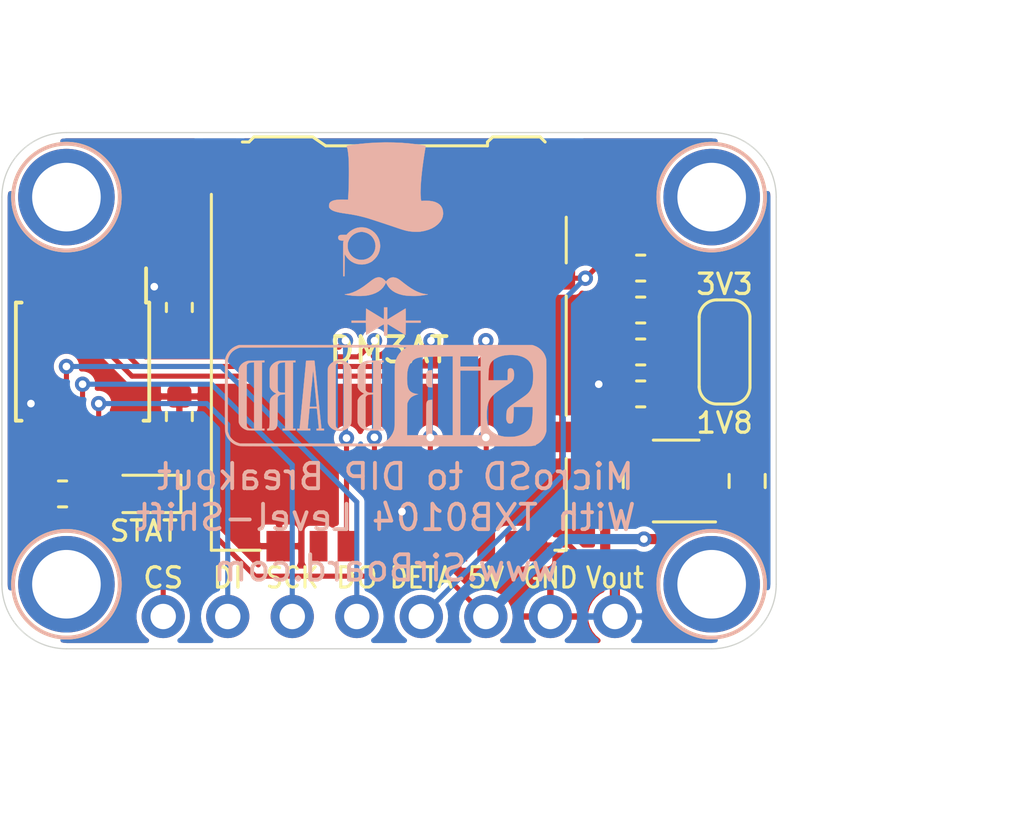
<source format=kicad_pcb>
(kicad_pcb (version 20171130) (host pcbnew "(5.1.2)-2")

  (general
    (thickness 1.6)
    (drawings 29)
    (tracks 129)
    (zones 0)
    (modules 21)
    (nets 21)
  )

  (page User 132.004 102.006)
  (title_block
    (title "MicroSD to DIP_TXB0104")
    (date 2019-10-28)
    (rev 1)
    (company SirBoard)
    (comment 1 www.SirBoard.com)
    (comment 2 "HIROSE DM3AT")
    (comment 3 "DIP 2.54mm")
  )

  (layers
    (0 F.Cu signal)
    (31 B.Cu signal)
    (32 B.Adhes user hide)
    (33 F.Adhes user hide)
    (34 B.Paste user hide)
    (35 F.Paste user hide)
    (36 B.SilkS user)
    (37 F.SilkS user)
    (38 B.Mask user hide)
    (39 F.Mask user hide)
    (40 Dwgs.User user)
    (41 Cmts.User user hide)
    (42 Eco1.User user hide)
    (43 Eco2.User user hide)
    (44 Edge.Cuts user)
    (45 Margin user hide)
    (46 B.CrtYd user hide)
    (47 F.CrtYd user hide)
    (48 B.Fab user hide)
    (49 F.Fab user hide)
  )

  (setup
    (last_trace_width 0.127)
    (user_trace_width 0.2)
    (user_trace_width 0.25)
    (user_trace_width 0.3)
    (user_trace_width 0.4)
    (user_trace_width 0.5)
    (user_trace_width 0.6)
    (user_trace_width 0.7)
    (user_trace_width 0.8)
    (user_trace_width 0.9)
    (user_trace_width 1)
    (trace_clearance 0.127)
    (zone_clearance 0.2)
    (zone_45_only no)
    (trace_min 0.127)
    (via_size 0.6)
    (via_drill 0.3)
    (via_min_size 0.6)
    (via_min_drill 0.3)
    (uvia_size 0.4)
    (uvia_drill 0.2)
    (uvias_allowed no)
    (uvia_min_size 0.4)
    (uvia_min_drill 0.1)
    (edge_width 0.05)
    (segment_width 0.2)
    (pcb_text_width 0.3)
    (pcb_text_size 1.5 1.5)
    (mod_edge_width 0.12)
    (mod_text_size 1 1)
    (mod_text_width 0.15)
    (pad_size 1.7 1.7)
    (pad_drill 1)
    (pad_to_mask_clearance 0)
    (solder_mask_min_width 0.1)
    (aux_axis_origin 0 0)
    (visible_elements 7FFFFFFF)
    (pcbplotparams
      (layerselection 0x010fc_ffffffff)
      (usegerberextensions false)
      (usegerberattributes false)
      (usegerberadvancedattributes false)
      (creategerberjobfile false)
      (excludeedgelayer true)
      (linewidth 0.100000)
      (plotframeref false)
      (viasonmask false)
      (mode 1)
      (useauxorigin false)
      (hpglpennumber 1)
      (hpglpenspeed 20)
      (hpglpendiameter 15.000000)
      (psnegative false)
      (psa4output false)
      (plotreference true)
      (plotvalue true)
      (plotinvisibletext false)
      (padsonsilk false)
      (subtractmaskfromsilk false)
      (outputformat 1)
      (mirror false)
      (drillshape 1)
      (scaleselection 1)
      (outputdirectory ""))
  )

  (net 0 "")
  (net 1 GND)
  (net 2 VIN)
  (net 3 VOUT)
  (net 4 "Net-(D1-Pad2)")
  (net 5 CS)
  (net 6 DO)
  (net 7 SCK)
  (net 8 DI)
  (net 9 DETA)
  (net 10 "Net-(J3-Pad1)")
  (net 11 "Net-(J3-Pad8)")
  (net 12 ADJ)
  (net 13 /DO_SD)
  (net 14 /CLK_SD)
  (net 15 /DI_SD)
  (net 16 /CS_SD)
  (net 17 "Net-(JP1-Pad3)")
  (net 18 "Net-(JP1-Pad1)")
  (net 19 "Net-(U2-Pad9)")
  (net 20 "Net-(U2-Pad6)")

  (net_class Default "This is the default net class."
    (clearance 0.127)
    (trace_width 0.127)
    (via_dia 0.6)
    (via_drill 0.3)
    (uvia_dia 0.4)
    (uvia_drill 0.2)
    (add_net /CLK_SD)
    (add_net /CS_SD)
    (add_net /DI_SD)
    (add_net /DO_SD)
    (add_net ADJ)
    (add_net CS)
    (add_net DETA)
    (add_net DI)
    (add_net DO)
    (add_net GND)
    (add_net "Net-(D1-Pad2)")
    (add_net "Net-(J3-Pad1)")
    (add_net "Net-(J3-Pad8)")
    (add_net "Net-(JP1-Pad1)")
    (add_net "Net-(JP1-Pad3)")
    (add_net "Net-(U2-Pad6)")
    (add_net "Net-(U2-Pad9)")
    (add_net SCK)
    (add_net VIN)
    (add_net VOUT)
  )

  (module logo:SirBoard127x40 (layer B.Cu) (tedit 0) (tstamp 5E3F1B55)
    (at 67.437 35.8775 180)
    (fp_text reference G*** (at 0 0) (layer B.SilkS) hide
      (effects (font (size 1.524 1.524) (thickness 0.3)) (justify mirror))
    )
    (fp_text value LOGO (at 0.75 0) (layer B.SilkS) hide
      (effects (font (size 1.524 1.524) (thickness 0.3)) (justify mirror))
    )
    (fp_poly (pts (xy -1.722409 0.993884) (xy -1.672763 0.976768) (xy -1.63482 0.94837) (xy -1.608753 0.908795)
      (xy -1.601371 0.888811) (xy -1.597532 0.867253) (xy -1.594386 0.832407) (xy -1.591959 0.787357)
      (xy -1.590276 0.735186) (xy -1.58936 0.67898) (xy -1.589236 0.621823) (xy -1.589929 0.5668)
      (xy -1.591463 0.516994) (xy -1.593863 0.475491) (xy -1.597153 0.445376) (xy -1.597819 0.441522)
      (xy -1.61107 0.397181) (xy -1.633009 0.364088) (xy -1.665223 0.341088) (xy -1.709302 0.327025)
      (xy -1.763661 0.320889) (xy -1.827161 0.317813) (xy -1.827161 0.999613) (xy -1.783584 0.999613)
      (xy -1.722409 0.993884)) (layer B.SilkS) (width 0.01))
    (fp_poly (pts (xy 5.094339 1.374251) (xy 5.179061 1.373048) (xy 5.249057 1.371779) (xy 5.305986 1.370365)
      (xy 5.35151 1.368727) (xy 5.387287 1.366784) (xy 5.414979 1.364458) (xy 5.436246 1.36167)
      (xy 5.452749 1.358339) (xy 5.458351 1.356848) (xy 5.540662 1.326325) (xy 5.614239 1.284943)
      (xy 5.677525 1.234053) (xy 5.728964 1.175009) (xy 5.766999 1.109164) (xy 5.779204 1.078041)
      (xy 5.781207 1.071092) (xy 5.783005 1.062161) (xy 5.784609 1.050382) (xy 5.786031 1.034895)
      (xy 5.787281 1.014835) (xy 5.78837 0.98934) (xy 5.789309 0.957547) (xy 5.790109 0.918593)
      (xy 5.79078 0.871616) (xy 5.791334 0.815752) (xy 5.791781 0.750138) (xy 5.792132 0.673912)
      (xy 5.792399 0.586211) (xy 5.792591 0.486171) (xy 5.79272 0.372931) (xy 5.792797 0.245626)
      (xy 5.792833 0.103395) (xy 5.792839 -0.004273) (xy 5.792833 -0.156459) (xy 5.792806 -0.293133)
      (xy 5.792745 -0.415175) (xy 5.792637 -0.523459) (xy 5.79247 -0.618863) (xy 5.79223 -0.702264)
      (xy 5.791906 -0.774538) (xy 5.791484 -0.836562) (xy 5.790951 -0.889212) (xy 5.790294 -0.933366)
      (xy 5.789502 -0.969901) (xy 5.78856 -0.999692) (xy 5.787456 -1.023617) (xy 5.786177 -1.042552)
      (xy 5.784711 -1.057374) (xy 5.783045 -1.06896) (xy 5.781166 -1.078187) (xy 5.77906 -1.085931)
      (xy 5.776941 -1.092417) (xy 5.746308 -1.157254) (xy 5.701732 -1.21716) (xy 5.645362 -1.270303)
      (xy 5.579345 -1.314852) (xy 5.505831 -1.348972) (xy 5.458772 -1.363741) (xy 5.443063 -1.367134)
      (xy 5.423588 -1.369895) (xy 5.398651 -1.372083) (xy 5.366559 -1.373756) (xy 5.325615 -1.374975)
      (xy 5.274126 -1.375799) (xy 5.210397 -1.376286) (xy 5.132732 -1.376496) (xy 5.093156 -1.376516)
      (xy 4.776839 -1.376516) (xy 4.776839 -1.30411) (xy 5.186517 -1.30411) (xy 5.288205 -1.301394)
      (xy 5.330805 -1.300098) (xy 5.360552 -1.298405) (xy 5.380977 -1.29558) (xy 5.395609 -1.29089)
      (xy 5.407979 -1.2836) (xy 5.420488 -1.273891) (xy 5.443018 -1.252073) (xy 5.462133 -1.22768)
      (xy 5.466358 -1.220633) (xy 5.468447 -1.216296) (xy 5.470333 -1.210922) (xy 5.472026 -1.203711)
      (xy 5.473535 -1.193861) (xy 5.474867 -1.180571) (xy 5.476031 -1.163041) (xy 5.477037 -1.140469)
      (xy 5.477893 -1.112054) (xy 5.478606 -1.076995) (xy 5.479187 -1.034492) (xy 5.479642 -0.983743)
      (xy 5.479982 -0.923948) (xy 5.480215 -0.854304) (xy 5.480349 -0.774012) (xy 5.480393 -0.682269)
      (xy 5.480355 -0.578276) (xy 5.480244 -0.461231) (xy 5.480069 -0.330333) (xy 5.479838 -0.184781)
      (xy 5.47956 -0.023775) (xy 5.479511 0.004097) (xy 5.477388 1.200355) (xy 5.454197 1.230668)
      (xy 5.427387 1.258682) (xy 5.394559 1.278743) (xy 5.352859 1.291951) (xy 5.299434 1.299404)
      (xy 5.271153 1.301158) (xy 5.186517 1.304922) (xy 5.186517 -1.30411) (xy 4.776839 -1.30411)
      (xy 4.776839 -1.302774) (xy 4.875162 -1.302774) (xy 4.875162 1.302774) (xy 4.776839 1.302774)
      (xy 4.776839 1.378352) (xy 5.094339 1.374251)) (layer B.SilkS) (width 0.01))
    (fp_poly (pts (xy 3.8735 1.374251) (xy 3.958223 1.373048) (xy 4.028218 1.371779) (xy 4.085148 1.370365)
      (xy 4.130671 1.368727) (xy 4.166448 1.366784) (xy 4.19414 1.364458) (xy 4.215407 1.36167)
      (xy 4.23191 1.358339) (xy 4.237513 1.356848) (xy 4.319944 1.326293) (xy 4.393541 1.284905)
      (xy 4.456781 1.234012) (xy 4.50814 1.174946) (xy 4.546096 1.109038) (xy 4.558847 1.076151)
      (xy 4.562272 1.064373) (xy 4.565064 1.050686) (xy 4.567272 1.033473) (xy 4.568943 1.011117)
      (xy 4.570123 0.982001) (xy 4.570861 0.944509) (xy 4.571203 0.897024) (xy 4.571197 0.837927)
      (xy 4.570891 0.765604) (xy 4.570362 0.682861) (xy 4.567904 0.331839) (xy 4.541328 0.277522)
      (xy 4.509066 0.226238) (xy 4.465028 0.177009) (xy 4.413673 0.134152) (xy 4.360739 0.102589)
      (xy 4.335337 0.089771) (xy 4.317085 0.079121) (xy 4.309815 0.072883) (xy 4.309807 0.072776)
      (xy 4.316668 0.06649) (xy 4.333281 0.058973) (xy 4.334291 0.058616) (xy 4.373876 0.039662)
      (xy 4.417243 0.010522) (xy 4.459654 -0.024993) (xy 4.496373 -0.063071) (xy 4.514024 -0.086032)
      (xy 4.524546 -0.101264) (xy 4.5336 -0.114762) (xy 4.541306 -0.127828) (xy 4.547782 -0.141759)
      (xy 4.553149 -0.157857) (xy 4.557525 -0.177421) (xy 4.561031 -0.20175) (xy 4.563785 -0.232145)
      (xy 4.565906 -0.269905) (xy 4.567516 -0.31633) (xy 4.568732 -0.37272) (xy 4.569675 -0.440375)
      (xy 4.570463 -0.520594) (xy 4.571217 -0.614677) (xy 4.572 -0.716935) (xy 4.572854 -0.824959)
      (xy 4.573659 -0.917811) (xy 4.574499 -0.996706) (xy 4.575461 -1.062859) (xy 4.576629 -1.117486)
      (xy 4.578088 -1.1618) (xy 4.579922 -1.197018) (xy 4.582219 -1.224353) (xy 4.585061 -1.245021)
      (xy 4.588534 -1.260237) (xy 4.592723 -1.271215) (xy 4.597714 -1.279171) (xy 4.603591 -1.285319)
      (xy 4.610439 -1.290874) (xy 4.612258 -1.292271) (xy 4.630185 -1.29998) (xy 4.647791 -1.302513)
      (xy 4.661563 -1.303919) (xy 4.668155 -1.31066) (xy 4.670192 -1.327154) (xy 4.670323 -1.340413)
      (xy 4.670323 -1.378052) (xy 4.553565 -1.374686) (xy 4.504226 -1.372892) (xy 4.467846 -1.370488)
      (xy 4.440998 -1.36701) (xy 4.420256 -1.361995) (xy 4.402193 -1.35498) (xy 4.399936 -1.353932)
      (xy 4.353046 -1.32439) (xy 4.316777 -1.284492) (xy 4.290502 -1.23318) (xy 4.273593 -1.169399)
      (xy 4.268444 -1.132402) (xy 4.267076 -1.111204) (xy 4.265783 -1.075321) (xy 4.264589 -1.026456)
      (xy 4.263516 -0.96631) (xy 4.262589 -0.896587) (xy 4.261829 -0.818989) (xy 4.261261 -0.735218)
      (xy 4.260907 -0.646976) (xy 4.260791 -0.569007) (xy 4.260646 -0.07695) (xy 4.236994 -0.039656)
      (xy 4.213452 -0.009752) (xy 4.184585 0.011969) (xy 4.147607 0.026685) (xy 4.099733 0.035577)
      (xy 4.050314 0.039352) (xy 3.965678 0.043116) (xy 3.965678 -1.302774) (xy 4.064 -1.302774)
      (xy 4.064 -1.376516) (xy 3.556 -1.376516) (xy 3.556 -1.302774) (xy 3.654323 -1.302774)
      (xy 3.654323 0.113373) (xy 3.965678 0.113373) (xy 4.067366 0.11609) (xy 4.109967 0.117385)
      (xy 4.139714 0.119079) (xy 4.160138 0.121903) (xy 4.17477 0.126594) (xy 4.18714 0.133884)
      (xy 4.199649 0.143593) (xy 4.212053 0.153438) (xy 4.222667 0.162209) (xy 4.231623 0.171196)
      (xy 4.239056 0.181686) (xy 4.245099 0.194967) (xy 4.249887 0.212327) (xy 4.253552 0.235054)
      (xy 4.256228 0.264436) (xy 4.258049 0.301762) (xy 4.25915 0.348318) (xy 4.259662 0.405395)
      (xy 4.259721 0.474278) (xy 4.25946 0.556257) (xy 4.259012 0.65262) (xy 4.258731 0.712839)
      (xy 4.256549 1.200355) (xy 4.233359 1.230668) (xy 4.206548 1.258682) (xy 4.17372 1.278743)
      (xy 4.13202 1.291951) (xy 4.078595 1.299404) (xy 4.050314 1.301158) (xy 3.965678 1.304922)
      (xy 3.965678 0.113373) (xy 3.654323 0.113373) (xy 3.654323 1.302774) (xy 3.556 1.302774)
      (xy 3.556 1.378352) (xy 3.8735 1.374251)) (layer B.SilkS) (width 0.01))
    (fp_poly (pts (xy 2.910579 1.37733) (xy 2.954061 1.376877) (xy 2.998862 1.376062) (xy 3.041996 1.374941)
      (xy 3.080473 1.373566) (xy 3.111306 1.371991) (xy 3.131505 1.370269) (xy 3.138129 1.368591)
      (xy 3.138891 1.359155) (xy 3.141111 1.334464) (xy 3.144687 1.295573) (xy 3.14952 1.243539)
      (xy 3.155509 1.179419) (xy 3.162554 1.104269) (xy 3.170555 1.019146) (xy 3.179411 0.925107)
      (xy 3.189023 0.823209) (xy 3.199289 0.714508) (xy 3.21011 0.600061) (xy 3.221384 0.480924)
      (xy 3.233013 0.358154) (xy 3.244895 0.232809) (xy 3.25693 0.105944) (xy 3.269018 -0.021384)
      (xy 3.281059 -0.148118) (xy 3.292952 -0.273202) (xy 3.304598 -0.395578) (xy 3.315894 -0.51419)
      (xy 3.326743 -0.627982) (xy 3.337042 -0.735896) (xy 3.346692 -0.836877) (xy 3.355592 -0.929867)
      (xy 3.363643 -1.013809) (xy 3.370743 -1.087648) (xy 3.376793 -1.150326) (xy 3.381692 -1.200786)
      (xy 3.38534 -1.237973) (xy 3.387636 -1.260829) (xy 3.388414 -1.267951) (xy 3.393134 -1.302774)
      (xy 3.482258 -1.302774) (xy 3.482258 -1.376516) (xy 2.974258 -1.376516) (xy 2.974258 -1.302774)
      (xy 3.02342 -1.302774) (xy 3.050633 -1.302434) (xy 3.065321 -1.300165) (xy 3.071347 -1.294096)
      (xy 3.072572 -1.282353) (xy 3.072581 -1.278942) (xy 3.071849 -1.265935) (xy 3.069754 -1.23841)
      (xy 3.066451 -1.198166) (xy 3.062096 -1.147001) (xy 3.056841 -1.086714) (xy 3.050842 -1.019103)
      (xy 3.044253 -0.945967) (xy 3.039807 -0.897193) (xy 3.032939 -0.82184) (xy 3.026559 -0.751176)
      (xy 3.020821 -0.686946) (xy 3.015878 -0.630898) (xy 3.011884 -0.584778) (xy 3.008991 -0.550332)
      (xy 3.007352 -0.529308) (xy 3.007033 -0.523639) (xy 3.006177 -0.518074) (xy 3.002132 -0.514011)
      (xy 2.992678 -0.511216) (xy 2.975598 -0.509452) (xy 2.948671 -0.508485) (xy 2.90968 -0.508079)
      (xy 2.859549 -0.508) (xy 2.812435 -0.508267) (xy 2.771549 -0.509008) (xy 2.739475 -0.510135)
      (xy 2.718799 -0.51156) (xy 2.712065 -0.513072) (xy 2.711282 -0.522018) (xy 2.709039 -0.545627)
      (xy 2.705497 -0.582252) (xy 2.700818 -0.630249) (xy 2.695161 -0.687972) (xy 2.688688 -0.753777)
      (xy 2.681559 -0.826017) (xy 2.675194 -0.89035) (xy 2.667607 -0.967374) (xy 2.660545 -1.039889)
      (xy 2.654173 -1.10616) (xy 2.648654 -1.164455) (xy 2.644149 -1.213038) (xy 2.640822 -1.250176)
      (xy 2.638837 -1.274136) (xy 2.638323 -1.282665) (xy 2.639544 -1.294186) (xy 2.645876 -1.300186)
      (xy 2.661325 -1.30245) (xy 2.683388 -1.302774) (xy 2.728452 -1.302774) (xy 2.728452 -1.376516)
      (xy 2.433484 -1.376516) (xy 2.433484 -1.303556) (xy 2.484394 -1.301117) (xy 2.535303 -1.298677)
      (xy 2.624458 -0.428113) (xy 2.720028 -0.428113) (xy 2.721352 -0.433341) (xy 2.726632 -0.437126)
      (xy 2.738123 -0.439697) (xy 2.758077 -0.441283) (xy 2.78875 -0.442115) (xy 2.832393 -0.442423)
      (xy 2.860677 -0.442451) (xy 3.001095 -0.442451) (xy 2.996341 -0.399435) (xy 2.994623 -0.382169)
      (xy 2.991671 -0.350522) (xy 2.987659 -0.306439) (xy 2.98276 -0.251865) (xy 2.977149 -0.188746)
      (xy 2.971 -0.119027) (xy 2.964486 -0.044654) (xy 2.960954 -0.004097) (xy 2.954387 0.070163)
      (xy 2.948061 0.139284) (xy 2.942147 0.201578) (xy 2.936815 0.255354) (xy 2.932235 0.298922)
      (xy 2.928578 0.330592) (xy 2.926013 0.348674) (xy 2.925043 0.352323) (xy 2.9232 0.361121)
      (xy 2.920183 0.384479) (xy 2.916171 0.420625) (xy 2.911345 0.467787) (xy 2.905883 0.524193)
      (xy 2.899966 0.588072) (xy 2.893774 0.657652) (xy 2.892006 0.678016) (xy 2.885792 0.748683)
      (xy 2.879831 0.813979) (xy 2.874298 0.872162) (xy 2.869369 0.92149) (xy 2.865219 0.960221)
      (xy 2.862024 0.986613) (xy 2.859959 0.998925) (xy 2.859594 0.999613) (xy 2.858299 0.991693)
      (xy 2.855596 0.968883) (xy 2.851625 0.932606) (xy 2.846525 0.884286) (xy 2.840435 0.825345)
      (xy 2.833494 0.757208) (xy 2.825841 0.681299) (xy 2.817616 0.59904) (xy 2.808958 0.511855)
      (xy 2.800006 0.421168) (xy 2.790898 0.328402) (xy 2.781775 0.234981) (xy 2.772775 0.142328)
      (xy 2.764038 0.051866) (xy 2.755702 -0.03498) (xy 2.747907 -0.116787) (xy 2.740792 -0.192132)
      (xy 2.734496 -0.259591) (xy 2.729158 -0.317741) (xy 2.724918 -0.365158) (xy 2.721914 -0.400419)
      (xy 2.720286 -0.4221) (xy 2.720028 -0.428113) (xy 2.624458 -0.428113) (xy 2.672078 0.036871)
      (xy 2.687059 0.183122) (xy 2.70159 0.324919) (xy 2.715584 0.461409) (xy 2.728953 0.591738)
      (xy 2.741608 0.71505) (xy 2.753463 0.830493) (xy 2.764429 0.93721) (xy 2.774418 1.034349)
      (xy 2.783342 1.121055) (xy 2.791115 1.196474) (xy 2.797647 1.259752) (xy 2.802851 1.310033)
      (xy 2.806639 1.346464) (xy 2.808924 1.368191) (xy 2.80962 1.374468) (xy 2.817938 1.375992)
      (xy 2.839529 1.376941) (xy 2.871406 1.377369) (xy 2.910579 1.37733)) (layer B.SilkS) (width 0.01))
    (fp_poly (pts (xy 0.407629 1.374251) (xy 0.489831 1.373151) (xy 0.557466 1.372049) (xy 0.612354 1.370845)
      (xy 0.656316 1.369443) (xy 0.691173 1.367745) (xy 0.718743 1.365652) (xy 0.740847 1.363066)
      (xy 0.759306 1.359891) (xy 0.77594 1.356027) (xy 0.783312 1.354038) (xy 0.864785 1.323993)
      (xy 0.938017 1.282221) (xy 1.001136 1.23017) (xy 1.05227 1.169289) (xy 1.07809 1.125873)
      (xy 1.110226 1.062548) (xy 1.110226 0.331839) (xy 1.083651 0.277522) (xy 1.051388 0.226238)
      (xy 1.007351 0.177009) (xy 0.955995 0.134152) (xy 0.903062 0.102589) (xy 0.877694 0.089952)
      (xy 0.859472 0.079747) (xy 0.852207 0.074116) (xy 0.852199 0.074023) (xy 0.858933 0.06838)
      (xy 0.876673 0.057466) (xy 0.901829 0.043466) (xy 0.906524 0.040968) (xy 0.968244 0.001111)
      (xy 1.02227 -0.048086) (xy 1.065231 -0.103248) (xy 1.083615 -0.13636) (xy 1.110226 -0.192548)
      (xy 1.112558 -0.617695) (xy 1.113037 -0.713518) (xy 1.113315 -0.794387) (xy 1.113356 -0.861733)
      (xy 1.113126 -0.91699) (xy 1.112591 -0.961588) (xy 1.111717 -0.996961) (xy 1.110467 -1.024539)
      (xy 1.108809 -1.045756) (xy 1.106707 -1.062043) (xy 1.104128 -1.074832) (xy 1.101307 -1.084727)
      (xy 1.071326 -1.151435) (xy 1.027318 -1.212763) (xy 0.971219 -1.267036) (xy 0.904963 -1.312577)
      (xy 0.830489 -1.347711) (xy 0.778506 -1.364195) (xy 0.762922 -1.367473) (xy 0.74286 -1.370144)
      (xy 0.716686 -1.372264) (xy 0.682767 -1.373888) (xy 0.639469 -1.375069) (xy 0.585159 -1.375863)
      (xy 0.518204 -1.376324) (xy 0.436969 -1.376507) (xy 0.410544 -1.376516) (xy 0.090129 -1.376516)
      (xy 0.090129 -1.302774) (xy 0.188452 -1.302774) (xy 0.499807 -1.302774) (xy 0.591446 -1.302774)
      (xy 0.635147 -1.302234) (xy 0.666631 -1.300248) (xy 0.690043 -1.296264) (xy 0.709528 -1.289732)
      (xy 0.717788 -1.285974) (xy 0.745362 -1.268189) (xy 0.770638 -1.244932) (xy 0.775681 -1.238862)
      (xy 0.798871 -1.208548) (xy 0.798871 -0.068448) (xy 0.77688 -0.035217) (xy 0.753299 -0.006943)
      (xy 0.723749 0.013664) (xy 0.685584 0.027651) (xy 0.636159 0.036066) (xy 0.588344 0.039425)
      (xy 0.499807 0.043073) (xy 0.499807 -1.302774) (xy 0.188452 -1.302774) (xy 0.188452 0.11471)
      (xy 0.499807 0.11471) (xy 0.591446 0.11471) (xy 0.635147 0.115249) (xy 0.666631 0.117236)
      (xy 0.690043 0.12122) (xy 0.709528 0.127752) (xy 0.717788 0.131509) (xy 0.745362 0.149295)
      (xy 0.770638 0.172552) (xy 0.775681 0.178622) (xy 0.798871 0.208936) (xy 0.798871 1.193358)
      (xy 0.77688 1.22659) (xy 0.753299 1.254864) (xy 0.723749 1.27547) (xy 0.685584 1.289457)
      (xy 0.636159 1.297872) (xy 0.588344 1.301231) (xy 0.499807 1.304879) (xy 0.499807 0.11471)
      (xy 0.188452 0.11471) (xy 0.188452 1.302774) (xy 0.090129 1.302774) (xy 0.090129 1.378238)
      (xy 0.407629 1.374251)) (layer B.SilkS) (width 0.01))
    (fp_poly (pts (xy 1.868266 1.383487) (xy 1.929715 1.376015) (xy 1.959937 1.369014) (xy 2.03776 1.339868)
      (xy 2.108473 1.299748) (xy 2.170068 1.250392) (xy 2.220537 1.193538) (xy 2.257873 1.130924)
      (xy 2.270102 1.100611) (xy 2.272407 1.093509) (xy 2.274477 1.085722) (xy 2.276326 1.076382)
      (xy 2.277966 1.064619) (xy 2.27941 1.049564) (xy 2.28067 1.030348) (xy 2.281758 1.006101)
      (xy 2.282687 0.975954) (xy 2.28347 0.939039) (xy 2.284119 0.894485) (xy 2.284647 0.841424)
      (xy 2.285066 0.778987) (xy 2.285388 0.706303) (xy 2.285627 0.622504) (xy 2.285794 0.526721)
      (xy 2.285903 0.418084) (xy 2.285965 0.295724) (xy 2.285993 0.158772) (xy 2.286 0.006359)
      (xy 2.286 -0.004097) (xy 2.285994 -0.157544) (xy 2.285968 -0.295474) (xy 2.285908 -0.418755)
      (xy 2.285803 -0.528257) (xy 2.28564 -0.624849) (xy 2.285406 -0.7094) (xy 2.28509 -0.782779)
      (xy 2.284678 -0.845856) (xy 2.284157 -0.8995) (xy 2.283516 -0.944579) (xy 2.282743 -0.981965)
      (xy 2.281823 -1.012524) (xy 2.280745 -1.037128) (xy 2.279497 -1.056644) (xy 2.278066 -1.071943)
      (xy 2.276439 -1.083894) (xy 2.274604 -1.093365) (xy 2.272548 -1.101226) (xy 2.270259 -1.108347)
      (xy 2.270102 -1.108804) (xy 2.239469 -1.173641) (xy 2.194893 -1.233547) (xy 2.138523 -1.286691)
      (xy 2.072506 -1.331239) (xy 1.998992 -1.36536) (xy 1.951934 -1.380128) (xy 1.907683 -1.387938)
      (xy 1.853964 -1.391917) (xy 1.796495 -1.392128) (xy 1.740996 -1.388635) (xy 1.693183 -1.3815)
      (xy 1.675581 -1.377083) (xy 1.595929 -1.347336) (xy 1.527495 -1.308206) (xy 1.466814 -1.257594)
      (xy 1.449997 -1.24028) (xy 1.413829 -1.197538) (xy 1.387654 -1.156269) (xy 1.367319 -1.10967)
      (xy 1.363186 -1.097935) (xy 1.36095 -1.090843) (xy 1.358942 -1.082809) (xy 1.35715 -1.072963)
      (xy 1.355561 -1.060433) (xy 1.354163 -1.044346) (xy 1.352945 -1.02383) (xy 1.351894 -0.998013)
      (xy 1.350997 -0.966024) (xy 1.350243 -0.926991) (xy 1.349618 -0.88004) (xy 1.349112 -0.824301)
      (xy 1.348711 -0.758901) (xy 1.348404 -0.682969) (xy 1.348179 -0.595631) (xy 1.348022 -0.496017)
      (xy 1.347922 -0.383254) (xy 1.347899 -0.329962) (xy 1.65659 -0.329962) (xy 1.656601 -0.483878)
      (xy 1.656757 -0.623149) (xy 1.657058 -0.747581) (xy 1.657502 -0.85698) (xy 1.658089 -0.951152)
      (xy 1.658817 -1.029902) (xy 1.659686 -1.093038) (xy 1.660694 -1.140364) (xy 1.66184 -1.171689)
      (xy 1.663097 -1.186669) (xy 1.67171 -1.21771) (xy 1.684352 -1.246512) (xy 1.691533 -1.257867)
      (xy 1.725779 -1.290084) (xy 1.768003 -1.310337) (xy 1.814421 -1.31807) (xy 1.861251 -1.312728)
      (xy 1.904706 -1.293757) (xy 1.91034 -1.289958) (xy 1.934099 -1.269433) (xy 1.954057 -1.246012)
      (xy 1.959459 -1.237353) (xy 1.961533 -1.232972) (xy 1.96341 -1.227479) (xy 1.965099 -1.220074)
      (xy 1.96661 -1.209958) (xy 1.967952 -1.196332) (xy 1.969137 -1.178396) (xy 1.970173 -1.15535)
      (xy 1.971071 -1.126396) (xy 1.97184 -1.090733) (xy 1.972491 -1.047562) (xy 1.973033 -0.996084)
      (xy 1.973476 -0.935499) (xy 1.97383 -0.865008) (xy 1.974105 -0.783811) (xy 1.97431 -0.691108)
      (xy 1.974457 -0.586101) (xy 1.974553 -0.46799) (xy 1.97461 -0.335974) (xy 1.974638 -0.189256)
      (xy 1.974646 -0.027035) (xy 1.974646 1.191085) (xy 1.957266 1.226986) (xy 1.930917 1.265937)
      (xy 1.895531 1.291722) (xy 1.850222 1.304852) (xy 1.818968 1.306871) (xy 1.768176 1.301176)
      (xy 1.727797 1.283424) (xy 1.696148 1.252615) (xy 1.678622 1.223428) (xy 1.659194 1.183968)
      (xy 1.657008 0.021032) (xy 1.656725 -0.161593) (xy 1.65659 -0.329962) (xy 1.347899 -0.329962)
      (xy 1.347866 -0.256471) (xy 1.347843 -0.114795) (xy 1.347839 -0.004097) (xy 1.347846 0.148685)
      (xy 1.347876 0.285951) (xy 1.34794 0.408575) (xy 1.348052 0.517429) (xy 1.348223 0.613385)
      (xy 1.348467 0.697316) (xy 1.348795 0.770093) (xy 1.349219 0.83259) (xy 1.349753 0.885678)
      (xy 1.350409 0.93023) (xy 1.351199 0.967119) (xy 1.352136 0.997216) (xy 1.353231 1.021394)
      (xy 1.354497 1.040525) (xy 1.355948 1.055481) (xy 1.357594 1.067136) (xy 1.359449 1.076361)
      (xy 1.361525 1.084028) (xy 1.363393 1.089742) (xy 1.396198 1.160239) (xy 1.442819 1.223923)
      (xy 1.501575 1.279311) (xy 1.570786 1.324921) (xy 1.648771 1.35927) (xy 1.679736 1.36889)
      (xy 1.736798 1.379922) (xy 1.801801 1.384789) (xy 1.868266 1.383487)) (layer B.SilkS) (width 0.01))
    (fp_poly (pts (xy 5.846097 1.964561) (xy 5.946902 1.921815) (xy 6.038243 1.866001) (xy 6.119325 1.797957)
      (xy 6.189355 1.718523) (xy 6.247539 1.628537) (xy 6.293082 1.528837) (xy 6.311568 1.473216)
      (xy 6.329075 1.413387) (xy 6.33157 0.032774) (xy 6.33189 -0.169034) (xy 6.332089 -0.354688)
      (xy 6.332168 -0.524424) (xy 6.332124 -0.678473) (xy 6.331958 -0.817071) (xy 6.331667 -0.940449)
      (xy 6.331251 -1.048842) (xy 6.330709 -1.142484) (xy 6.330039 -1.221608) (xy 6.329242 -1.286447)
      (xy 6.328315 -1.337236) (xy 6.327258 -1.374207) (xy 6.32607 -1.397595) (xy 6.325295 -1.405193)
      (xy 6.301545 -1.506954) (xy 6.262464 -1.603706) (xy 6.208667 -1.694217) (xy 6.140769 -1.777252)
      (xy 6.138624 -1.779506) (xy 6.060349 -1.851401) (xy 5.976729 -1.908269) (xy 5.886064 -1.951058)
      (xy 5.786654 -1.980717) (xy 5.772886 -1.983681) (xy 5.767803 -1.984667) (xy 5.762077 -1.98561)
      (xy 5.755345 -1.98651) (xy 5.747244 -1.987369) (xy 5.73741 -1.988187) (xy 5.72548 -1.988966)
      (xy 5.711092 -1.989706) (xy 5.69388 -1.990408) (xy 5.673483 -1.991074) (xy 5.649537 -1.991704)
      (xy 5.621678 -1.992299) (xy 5.589544 -1.99286) (xy 5.55277 -1.993387) (xy 5.510995 -1.993883)
      (xy 5.463854 -1.994348) (xy 5.410984 -1.994782) (xy 5.352022 -1.995187) (xy 5.286605 -1.995563)
      (xy 5.214369 -1.995912) (xy 5.134951 -1.996234) (xy 5.047987 -1.99653) (xy 4.953115 -1.996802)
      (xy 4.849972 -1.99705) (xy 4.738193 -1.997275) (xy 4.617416 -1.997479) (xy 4.487277 -1.997661)
      (xy 4.347413 -1.997823) (xy 4.19746 -1.997965) (xy 4.037057 -1.99809) (xy 3.865838 -1.998197)
      (xy 3.683441 -1.998288) (xy 3.489503 -1.998363) (xy 3.283659 -1.998424) (xy 3.065548 -1.998471)
      (xy 2.834806 -1.998506) (xy 2.591069 -1.998528) (xy 2.333974 -1.99854) (xy 2.063157 -1.998542)
      (xy 1.778257 -1.998535) (xy 1.478908 -1.99852) (xy 1.164748 -1.998497) (xy 0.835415 -1.998469)
      (xy 0.490543 -1.998435) (xy 0.12977 -1.998396) (xy 0.004097 -1.998383) (xy -0.368068 -1.998338)
      (xy -0.72419 -1.998288) (xy -1.064611 -1.998231) (xy -1.389675 -1.998166) (xy -1.699724 -1.998094)
      (xy -1.995102 -1.998013) (xy -2.276152 -1.997922) (xy -2.543217 -1.997821) (xy -2.796641 -1.99771)
      (xy -3.036766 -1.997586) (xy -3.263936 -1.99745) (xy -3.478494 -1.997301) (xy -3.680784 -1.997139)
      (xy -3.871147 -1.996962) (xy -4.049929 -1.996769) (xy -4.217471 -1.99656) (xy -4.374117 -1.996335)
      (xy -4.52021 -1.996093) (xy -4.656094 -1.995832) (xy -4.782111 -1.995552) (xy -4.898604 -1.995253)
      (xy -5.005918 -1.994933) (xy -5.104395 -1.994592) (xy -5.194378 -1.99423) (xy -5.276211 -1.993844)
      (xy -5.350236 -1.993436) (xy -5.416797 -1.993004) (xy -5.476237 -1.992547) (xy -5.5289 -1.992065)
      (xy -5.575128 -1.991556) (xy -5.615264 -1.991021) (xy -5.649652 -1.990458) (xy -5.678636 -1.989866)
      (xy -5.702557 -1.989246) (xy -5.72176 -1.988596) (xy -5.736588 -1.987916) (xy -5.747383 -1.987204)
      (xy -5.75449 -1.98646) (xy -5.755967 -1.986228) (xy -5.789431 -1.979748) (xy -5.818607 -1.973042)
      (xy -5.838086 -1.967375) (xy -5.840337 -1.96648) (xy -5.857912 -1.959909) (xy -5.866133 -1.958939)
      (xy -5.86234 -1.963683) (xy -5.859368 -1.965672) (xy -5.85641 -1.970516) (xy -5.869004 -1.971735)
      (xy -5.873142 -1.971573) (xy -5.89298 -1.968729) (xy -5.904685 -1.963852) (xy -5.904297 -1.960739)
      (xy -5.897885 -1.96248) (xy -5.884235 -1.963141) (xy -5.879923 -1.95996) (xy -5.883832 -1.952579)
      (xy -5.899089 -1.942481) (xy -5.90982 -1.937319) (xy -5.998 -1.890244) (xy -6.078575 -1.829637)
      (xy -6.1502 -1.757109) (xy -6.211527 -1.674271) (xy -6.261213 -1.582735) (xy -6.297911 -1.484112)
      (xy -6.302791 -1.466645) (xy -6.321322 -1.397) (xy -6.321322 -0.004097) (xy -6.321315 0.173608)
      (xy -6.321287 0.33568) (xy -6.321232 0.482877) (xy -6.321141 0.615953) (xy -6.321024 0.721279)
      (xy -5.799271 0.721279) (xy -5.798506 0.686994) (xy -5.794826 0.597488) (xy -5.788602 0.521114)
      (xy -5.779191 0.454728) (xy -5.765951 0.395185) (xy -5.748238 0.339342) (xy -5.725409 0.284053)
      (xy -5.709157 0.250173) (xy -5.689702 0.213108) (xy -5.669606 0.179213) (xy -5.647595 0.147339)
      (xy -5.622399 0.116335) (xy -5.592745 0.08505) (xy -5.55736 0.052333) (xy -5.514974 0.017034)
      (xy -5.464313 -0.021998) (xy -5.404107 -0.065914) (xy -5.333081 -0.115865) (xy -5.249966 -0.173001)
      (xy -5.215193 -0.196669) (xy -5.12488 -0.258164) (xy -5.047197 -0.311766) (xy -4.981172 -0.358724)
      (xy -4.925835 -0.400286) (xy -4.880213 -0.437698) (xy -4.843336 -0.472209) (xy -4.814233 -0.505067)
      (xy -4.79193 -0.53752) (xy -4.775459 -0.570815) (xy -4.763846 -0.606199) (xy -4.756122 -0.644922)
      (xy -4.751313 -0.688231) (xy -4.74845 -0.737373) (xy -4.74656 -0.793596) (xy -4.74641 -0.798871)
      (xy -4.745035 -0.852598) (xy -4.744539 -0.893029) (xy -4.745127 -0.923238) (xy -4.747006 -0.946303)
      (xy -4.750382 -0.965299) (xy -4.755462 -0.983302) (xy -4.759609 -0.995459) (xy -4.774846 -1.029411)
      (xy -4.794001 -1.059796) (xy -4.804348 -1.071913) (xy -4.823307 -1.088391) (xy -4.842615 -1.097548)
      (xy -4.869205 -1.102253) (xy -4.880058 -1.10326) (xy -4.927532 -1.101582) (xy -4.964619 -1.087547)
      (xy -4.992116 -1.060774) (xy -5.000972 -1.045688) (xy -5.009587 -1.01879) (xy -5.016725 -0.975617)
      (xy -5.022381 -0.916215) (xy -5.026554 -0.84063) (xy -5.02924 -0.748909) (xy -5.030435 -0.641096)
      (xy -5.030484 -0.624758) (xy -5.030838 -0.450645) (xy -5.784645 -0.450645) (xy -5.784463 -0.522338)
      (xy -5.78369 -0.57878) (xy -5.781764 -0.642738) (xy -5.77888 -0.7109) (xy -5.775234 -0.779955)
      (xy -5.771021 -0.846589) (xy -5.766437 -0.907491) (xy -5.761677 -0.959348) (xy -5.756938 -0.998848)
      (xy -5.755935 -1.005436) (xy -5.738524 -1.095509) (xy -5.716776 -1.172306) (xy -5.689427 -1.238645)
      (xy -5.655209 -1.297346) (xy -5.612857 -1.351229) (xy -5.589567 -1.375907) (xy -5.513034 -1.443707)
      (xy -5.428632 -1.5004) (xy -5.334785 -1.546751) (xy -5.229921 -1.583524) (xy -5.112465 -1.611487)
      (xy -5.100483 -1.613734) (xy -5.048365 -1.620916) (xy -4.98462 -1.626009) (xy -4.913883 -1.628958)
      (xy -4.840788 -1.629708) (xy -4.769967 -1.628206) (xy -4.706056 -1.624397) (xy -4.658032 -1.618914)
      (xy -4.536558 -1.594795) (xy -4.42656 -1.561062) (xy -4.325599 -1.516758) (xy -4.231236 -1.460929)
      (xy -4.200783 -1.43956) (xy -4.148248 -1.396389) (xy -4.103656 -1.348638) (xy -4.066534 -1.294902)
      (xy -4.036408 -1.233774) (xy -4.012806 -1.163848) (xy -3.995253 -1.083715) (xy -3.983276 -0.991971)
      (xy -3.976403 -0.887209) (xy -3.97416 -0.768021) (xy -3.974159 -0.766097) (xy -3.977266 -0.630706)
      (xy -3.986859 -0.509328) (xy -4.003265 -0.400786) (xy -4.026812 -0.303907) (xy -4.057827 -0.217517)
      (xy -4.096638 -0.14044) (xy -4.143574 -0.071502) (xy -4.179693 -0.029321) (xy -4.231997 0.022853)
      (xy -4.294422 0.078013) (xy -4.367842 0.136816) (xy -4.453134 0.199922) (xy -4.551171 0.267987)
      (xy -4.662831 0.341671) (xy -4.730788 0.385097) (xy -4.803495 0.431868) (xy -4.863207 0.472318)
      (xy -4.911368 0.507874) (xy -4.949422 0.539964) (xy -4.978813 0.570017) (xy -5.000985 0.599461)
      (xy -5.017381 0.629723) (xy -5.029446 0.662233) (xy -5.036078 0.68705) (xy -5.043044 0.729438)
      (xy -5.046795 0.780273) (xy -5.047423 0.834703) (xy -5.045017 0.887879) (xy -5.039667 0.93495)
      (xy -5.031464 0.971065) (xy -5.03077 0.9731) (xy -5.011589 1.016364) (xy -4.988227 1.045603)
      (xy -4.958142 1.063097) (xy -4.921788 1.070835) (xy -4.892624 1.072662) (xy -4.872403 1.069783)
      (xy -4.854019 1.060808) (xy -4.847048 1.056204) (xy -4.832576 1.045675) (xy -4.821241 1.034875)
      (xy -4.812625 1.02172) (xy -4.80631 1.00413) (xy -4.801875 0.980022) (xy -4.798903 0.947313)
      (xy -4.796973 0.903921) (xy -4.795668 0.847764) (xy -4.794858 0.796823) (xy -4.791945 0.598129)
      (xy -4.037265 0.598129) (xy -4.041705 0.796823) (xy -4.04506 0.898267) (xy -4.050411 0.983226)
      (xy -3.736258 0.983226) (xy -3.736258 -1.564968) (xy -2.93329 -1.564968) (xy -2.638322 -1.564968)
      (xy -1.827161 -1.564968) (xy -1.827161 -0.169723) (xy -1.761946 -0.174193) (xy -1.708784 -0.18077)
      (xy -1.668937 -0.193148) (xy -1.639922 -0.212764) (xy -1.619257 -0.241059) (xy -1.610032 -0.262251)
      (xy -1.606992 -0.271108) (xy -1.604346 -0.280619) (xy -1.602061 -0.291942) (xy -1.600105 -0.306237)
      (xy -1.598445 -0.324662) (xy -1.59705 -0.348379) (xy -1.595887 -0.378545) (xy -1.594923 -0.416322)
      (xy -1.594127 -0.462867) (xy -1.593465 -0.519341) (xy -1.592907 -0.586904) (xy -1.592419 -0.666714)
      (xy -1.591969 -0.759931) (xy -1.591525 -0.867715) (xy -1.591262 -0.936113) (xy -1.588879 -1.564968)
      (xy -0.834889 -1.564968) (xy -0.837364 -0.944306) (xy -0.83783 -0.828782) (xy -0.838268 -0.728472)
      (xy -0.838714 -0.642205) (xy -0.839205 -0.568807) (xy -0.839777 -0.507107) (xy -0.840467 -0.455932)
      (xy -0.841311 -0.414111) (xy -0.842345 -0.380469) (xy -0.843606 -0.353836) (xy -0.845131 -0.333039)
      (xy -0.846956 -0.316905) (xy -0.849117 -0.304262) (xy -0.851651 -0.293938) (xy -0.854594 -0.28476)
      (xy -0.857983 -0.275556) (xy -0.858178 -0.27504) (xy -0.897039 -0.193004) (xy -0.947705 -0.120218)
      (xy -0.971204 -0.094018) (xy -1.012562 -0.059242) (xy -1.067202 -0.025709) (xy -1.132026 0.004942)
      (xy -1.203935 0.031069) (xy -1.212645 0.033748) (xy -1.274096 0.052291) (xy -1.211236 0.062146)
      (xy -1.129573 0.078978) (xy -1.061245 0.102144) (xy -1.004138 0.132518) (xy -0.962169 0.165274)
      (xy -0.9291 0.201361) (xy -0.901632 0.244209) (xy -0.879432 0.295196) (xy -0.86217 0.355696)
      (xy -0.849513 0.427087) (xy -0.841129 0.510744) (xy -0.836686 0.608044) (xy -0.835742 0.689697)
      (xy -0.83912 0.818433) (xy -0.849495 0.933254) (xy -0.867227 1.035229) (xy -0.892676 1.125425)
      (xy -0.926202 1.204912) (xy -0.968166 1.274756) (xy -1.018928 1.336028) (xy -1.069258 1.382162)
      (xy -1.098505 1.404866) (xy -1.127947 1.425126) (xy -1.158663 1.443094) (xy -1.191728 1.458922)
      (xy -1.228219 1.472762) (xy -1.269213 1.484766) (xy -1.315787 1.495085) (xy -1.369017 1.503871)
      (xy -1.429981 1.511277) (xy -1.499755 1.517453) (xy -1.579415 1.522553) (xy -1.67004 1.526727)
      (xy -1.772704 1.530128) (xy -1.888486 1.532907) (xy -2.018462 1.535216) (xy -2.163708 1.537207)
      (xy -2.169242 1.537275) (xy -2.638322 1.542999) (xy -2.638322 -1.564968) (xy -2.93329 -1.564968)
      (xy -2.93329 0.983226) (xy -3.736258 0.983226) (xy -4.050411 0.983226) (xy -4.050545 0.98535)
      (xy -4.058616 1.060014) (xy -4.069732 1.124199) (xy -4.084348 1.179847) (xy -4.102922 1.228898)
      (xy -4.125911 1.273294) (xy -4.153771 1.314975) (xy -4.168007 1.333347) (xy -4.212316 1.378861)
      (xy -4.270098 1.423469) (xy -4.338453 1.465559) (xy -4.414482 1.503519) (xy -4.495284 1.535738)
      (xy -4.510681 1.540387) (xy -3.736258 1.540387) (xy -3.736258 1.138903) (xy -2.93329 1.138903)
      (xy -2.93329 1.540387) (xy -3.736258 1.540387) (xy -4.510681 1.540387) (xy -4.576096 1.560137)
      (xy -4.670336 1.579117) (xy -4.774024 1.591601) (xy -4.882908 1.597578) (xy -4.992736 1.597039)
      (xy -5.099255 1.589973) (xy -5.198211 1.576369) (xy -5.265185 1.561798) (xy -5.370501 1.528023)
      (xy -5.465514 1.484586) (xy -5.549078 1.432212) (xy -5.620047 1.371622) (xy -5.677278 1.303541)
      (xy -5.679649 1.300111) (xy -5.715174 1.24122) (xy -5.744008 1.177211) (xy -5.766478 1.106395)
      (xy -5.782912 1.027083) (xy -5.793637 0.937585) (xy -5.798981 0.836214) (xy -5.799271 0.721279)
      (xy -6.321024 0.721279) (xy -6.321008 0.735663) (xy -6.320825 0.842764) (xy -6.320584 0.938011)
      (xy -6.320278 1.022158) (xy -6.319898 1.095963) (xy -6.319439 1.160179) (xy -6.318892 1.215563)
      (xy -6.318249 1.26287) (xy -6.317503 1.302855) (xy -6.316647 1.336275) (xy -6.315673 1.363883)
      (xy -6.314574 1.386437) (xy -6.313341 1.404691) (xy -6.311968 1.4194) (xy -6.310446 1.431321)
      (xy -6.308769 1.441209) (xy -6.306929 1.449819) (xy -6.306826 1.450258) (xy -6.274452 1.552963)
      (xy -6.228118 1.647927) (xy -6.168841 1.734058) (xy -6.097637 1.810266) (xy -6.015522 1.875463)
      (xy -5.985821 1.892602) (xy -0.831645 1.892602) (xy -0.778573 1.863025) (xy -0.684787 1.801501)
      (xy -0.60041 1.727197) (xy -0.526564 1.641469) (xy -0.464374 1.545675) (xy -0.414963 1.441173)
      (xy -0.403134 1.409291) (xy -0.396399 1.39012) (xy -0.390287 1.372495) (xy -0.384767 1.355576)
      (xy -0.379808 1.33852) (xy -0.375382 1.320487) (xy -0.371458 1.300638) (xy -0.368005 1.27813)
      (xy -0.364993 1.252124) (xy -0.362393 1.221778) (xy -0.360174 1.186253) (xy -0.358306 1.144706)
      (xy -0.356759 1.096298) (xy -0.355502 1.040188) (xy -0.354506 0.975535) (xy -0.35374 0.901499)
      (xy -0.353174 0.817238) (xy -0.352778 0.721913) (xy -0.352522 0.614681) (xy -0.352375 0.494704)
      (xy -0.352308 0.361139) (xy -0.35229 0.213146) (xy -0.352292 0.049885) (xy -0.352291 -0.007589)
      (xy -0.352285 -0.175791) (xy -0.352259 -0.328439) (xy -0.352189 -0.466365) (xy -0.352051 -0.590401)
      (xy -0.351821 -0.70138) (xy -0.351473 -0.800134) (xy -0.350984 -0.887496) (xy -0.350328 -0.964299)
      (xy -0.349483 -1.031374) (xy -0.348423 -1.089554) (xy -0.347124 -1.139672) (xy -0.345561 -1.18256)
      (xy -0.343711 -1.21905) (xy -0.341548 -1.249976) (xy -0.339049 -1.276169) (xy -0.336189 -1.298463)
      (xy -0.332943 -1.317689) (xy -0.329287 -1.334679) (xy -0.325198 -1.350268) (xy -0.320649 -1.365286)
      (xy -0.315618 -1.380567) (xy -0.311725 -1.392076) (xy -0.267822 -1.496568) (xy -0.20987 -1.593629)
      (xy -0.139028 -1.681925) (xy -0.056456 -1.760125) (xy 0.036685 -1.826896) (xy 0.096003 -1.860328)
      (xy 0.159596 -1.89285) (xy 2.953685 -1.890731) (xy 5.747775 -1.888613) (xy 5.813323 -1.86629)
      (xy 5.890535 -1.834699) (xy 5.958922 -1.794566) (xy 6.02341 -1.742783) (xy 6.050935 -1.716396)
      (xy 6.099539 -1.663768) (xy 6.137224 -1.612852) (xy 6.167647 -1.557872) (xy 6.194464 -1.493053)
      (xy 6.197316 -1.485172) (xy 6.223 -1.413387) (xy 6.225292 -0.032774) (xy 6.225575 0.14563)
      (xy 6.225803 0.308394) (xy 6.22597 0.456262) (xy 6.22607 0.589981) (xy 6.226098 0.710297)
      (xy 6.226049 0.817956) (xy 6.225918 0.913704) (xy 6.225699 0.998286) (xy 6.225386 1.07245)
      (xy 6.224974 1.13694) (xy 6.224459 1.192503) (xy 6.223834 1.239884) (xy 6.223094 1.279831)
      (xy 6.222234 1.313088) (xy 6.221248 1.340401) (xy 6.220131 1.362518) (xy 6.218878 1.380183)
      (xy 6.217483 1.394142) (xy 6.215941 1.405142) (xy 6.214888 1.410908) (xy 6.187757 1.505859)
      (xy 6.146569 1.592999) (xy 6.092106 1.671471) (xy 6.025148 1.740417) (xy 5.946479 1.79898)
      (xy 5.856879 1.846303) (xy 5.796936 1.869369) (xy 5.739581 1.888613) (xy 2.453968 1.890607)
      (xy -0.831645 1.892602) (xy -5.985821 1.892602) (xy -5.923512 1.928557) (xy -5.824105 1.967992)
      (xy -5.764161 1.986936) (xy 5.780549 1.986936) (xy 5.846097 1.964561)) (layer B.SilkS) (width 0.01))
  )

  (module logo:logo76x107 (layer B.Cu) (tedit 0) (tstamp 5E3F1B4E)
    (at 67.437 29.718 180)
    (fp_text reference G*** (at 0 0) (layer B.SilkS) hide
      (effects (font (size 1.524 1.524) (thickness 0.3)) (justify mirror))
    )
    (fp_text value LOGO (at 0.75 0) (layer B.SilkS) hide
      (effects (font (size 1.524 1.524) (thickness 0.3)) (justify mirror))
    )
    (fp_poly (pts (xy 0.07112 -2.926926) (xy 0.071452 -2.993275) (xy 0.072386 -3.052053) (xy 0.073824 -3.100485)
      (xy 0.075669 -3.135793) (xy 0.077824 -3.1552) (xy 0.079204 -3.158066) (xy 0.089999 -3.151958)
      (xy 0.11536 -3.136911) (xy 0.15252 -3.114591) (xy 0.19871 -3.086659) (xy 0.251161 -3.054781)
      (xy 0.259544 -3.049672) (xy 0.329095 -3.007274) (xy 0.408425 -2.958912) (xy 0.489964 -2.909202)
      (xy 0.566143 -2.862759) (xy 0.60452 -2.839362) (xy 0.77724 -2.734058) (xy 0.779963 -2.972309)
      (xy 0.782687 -3.21056) (xy 1.35128 -3.21056) (xy 1.35128 -3.29184) (xy 0.782681 -3.29184)
      (xy 0.77996 -3.534586) (xy 0.77724 -3.777333) (xy 0.608664 -3.674286) (xy 0.541848 -3.63344)
      (xy 0.464773 -3.586316) (xy 0.384511 -3.537239) (xy 0.308138 -3.490536) (xy 0.26151 -3.46202)
      (xy 0.207583 -3.429205) (xy 0.159614 -3.400334) (xy 0.120266 -3.376985) (xy 0.092202 -3.360733)
      (xy 0.078083 -3.353155) (xy 0.077026 -3.3528) (xy 0.07531 -3.362476) (xy 0.07379 -3.389572)
      (xy 0.072543 -3.431188) (xy 0.071645 -3.484424) (xy 0.071173 -3.54638) (xy 0.07112 -3.57632)
      (xy 0.07112 -3.79984) (xy -0.060579 -3.79984) (xy -0.06331 -3.571375) (xy -0.06604 -3.34291)
      (xy -0.168828 -3.407208) (xy -0.210277 -3.432974) (xy -0.246249 -3.455032) (xy -0.272779 -3.470972)
      (xy -0.285668 -3.478271) (xy -0.297746 -3.485198) (xy -0.324745 -3.501336) (xy -0.364285 -3.525239)
      (xy -0.413985 -3.555464) (xy -0.471462 -3.590566) (xy -0.534337 -3.629101) (xy -0.53848 -3.631645)
      (xy -0.77724 -3.778255) (xy -0.779961 -3.535047) (xy -0.782682 -3.29184) (xy -1.3716 -3.29184)
      (xy -1.3716 -3.21056) (xy -0.78232 -3.21056) (xy -0.78232 -2.9718) (xy -0.782153 -2.904582)
      (xy -0.781682 -2.844686) (xy -0.780958 -2.794918) (xy -0.780027 -2.758082) (xy -0.778939 -2.736986)
      (xy -0.778192 -2.73304) (xy -0.768514 -2.738063) (xy -0.744799 -2.751851) (xy -0.710288 -2.772478)
      (xy -0.668226 -2.798019) (xy -0.653732 -2.806897) (xy -0.600338 -2.839613) (xy -0.5365 -2.878641)
      (xy -0.469146 -2.91975) (xy -0.405204 -2.95871) (xy -0.38608 -2.970344) (xy -0.328603 -3.005343)
      (xy -0.269096 -3.041653) (xy -0.213179 -3.075843) (xy -0.166471 -3.104479) (xy -0.14986 -3.114695)
      (xy -0.06096 -3.169456) (xy -0.06096 -2.6924) (xy 0.07112 -2.6924) (xy 0.07112 -2.926926)) (layer B.SilkS) (width 0.01))
    (fp_poly (pts (xy 0.333199 -1.51181) (xy 0.379185 -1.524178) (xy 0.408407 -1.534791) (xy 0.439817 -1.549772)
      (xy 0.475568 -1.570561) (xy 0.517811 -1.598595) (xy 0.568697 -1.635315) (xy 0.630377 -1.682159)
      (xy 0.705004 -1.740567) (xy 0.717751 -1.750655) (xy 0.874617 -1.867749) (xy 1.025821 -1.965998)
      (xy 1.17119 -2.045315) (xy 1.310553 -2.105614) (xy 1.443739 -2.146809) (xy 1.543424 -2.165649)
      (xy 1.581034 -2.17097) (xy 1.605596 -2.175634) (xy 1.616067 -2.180123) (xy 1.611399 -2.184918)
      (xy 1.590547 -2.190501) (xy 1.552466 -2.197353) (xy 1.49611 -2.205955) (xy 1.43764 -2.214354)
      (xy 1.289097 -2.231275) (xy 1.140043 -2.240388) (xy 0.994723 -2.241718) (xy 0.857385 -2.235287)
      (xy 0.732274 -2.221119) (xy 0.670344 -2.210064) (xy 0.528801 -2.173091) (xy 0.40126 -2.12367)
      (xy 0.288424 -2.062267) (xy 0.190996 -1.98935) (xy 0.109676 -1.905386) (xy 0.045168 -1.810841)
      (xy 0.031455 -1.785021) (xy -0.006007 -1.710452) (xy -0.033613 -1.767086) (xy -0.094798 -1.869827)
      (xy -0.172193 -1.960456) (xy -0.265594 -2.038838) (xy -0.374796 -2.104839) (xy -0.499597 -2.158323)
      (xy -0.63979 -2.199158) (xy -0.712328 -2.214195) (xy -0.785239 -2.224711) (xy -0.872699 -2.232829)
      (xy -0.969055 -2.238339) (xy -1.068654 -2.24103) (xy -1.165843 -2.240692) (xy -1.254968 -2.237116)
      (xy -1.28016 -2.23531) (xy -1.317721 -2.231617) (xy -1.365172 -2.225974) (xy -1.4187 -2.218948)
      (xy -1.474492 -2.211106) (xy -1.528736 -2.203014) (xy -1.577619 -2.19524) (xy -1.617329 -2.18835)
      (xy -1.644051 -2.182911) (xy -1.653804 -2.179768) (xy -1.64605 -2.17749) (xy -1.623024 -2.17407)
      (xy -1.589689 -2.170244) (xy -1.589248 -2.170198) (xy -1.477563 -2.152355) (xy -1.363707 -2.12114)
      (xy -1.246404 -2.075905) (xy -1.124382 -2.015999) (xy -0.996364 -1.940773) (xy -0.861077 -1.849576)
      (xy -0.717246 -1.741758) (xy -0.6604 -1.696549) (xy -0.595133 -1.644807) (xy -0.541651 -1.604798)
      (xy -0.496765 -1.574518) (xy -0.457289 -1.551964) (xy -0.420035 -1.535129) (xy -0.383792 -1.522607)
      (xy -0.304253 -1.507993) (xy -0.228482 -1.513216) (xy -0.157471 -1.537986) (xy -0.092213 -1.582011)
      (xy -0.054733 -1.61924) (xy -0.007947 -1.672305) (xy 0.054446 -1.609963) (xy 0.100279 -1.568508)
      (xy 0.14271 -1.540424) (xy 0.175641 -1.52565) (xy 0.22975 -1.5095) (xy 0.279715 -1.504905)
      (xy 0.333199 -1.51181)) (layer B.SilkS) (width 0.01))
    (fp_poly (pts (xy 1.017771 0.45745) (xy 1.091968 0.449206) (xy 1.120841 0.443359) (xy 1.221579 0.410454)
      (xy 1.320081 0.362037) (xy 1.410982 0.301321) (xy 1.488921 0.231514) (xy 1.505882 0.212868)
      (xy 1.5494 0.16279) (xy 1.678779 0.162675) (xy 1.732162 0.162487) (xy 1.769366 0.161526)
      (xy 1.794532 0.159037) (xy 1.811802 0.154259) (xy 1.825316 0.146436) (xy 1.839216 0.134809)
      (xy 1.841339 0.132914) (xy 1.861937 0.111686) (xy 1.871704 0.090596) (xy 1.874469 0.060385)
      (xy 1.87452 0.052701) (xy 1.868222 0.008071) (xy 1.848446 -0.024667) (xy 1.813866 -0.046434)
      (xy 1.763156 -0.058149) (xy 1.710908 -0.060903) (xy 1.659056 -0.06096) (xy 1.671182 -0.10922)
      (xy 1.673793 -0.125489) (xy 1.675943 -0.152405) (xy 1.677643 -0.191102) (xy 1.678907 -0.242716)
      (xy 1.679745 -0.308385) (xy 1.68017 -0.389243) (xy 1.680193 -0.486427) (xy 1.679828 -0.601073)
      (xy 1.679084 -0.734318) (xy 1.67856 -0.81026) (xy 1.673813 -1.46304) (xy 1.625815 -1.46304)
      (xy 1.623167 -1.02362) (xy 1.62052 -0.5842) (xy 1.588451 -0.64008) (xy 1.521783 -0.736858)
      (xy 1.442233 -0.819438) (xy 1.351916 -0.887329) (xy 1.25295 -0.940039) (xy 1.147452 -0.977078)
      (xy 1.037537 -0.997956) (xy 0.925323 -1.002181) (xy 0.812926 -0.989263) (xy 0.702465 -0.958711)
      (xy 0.596054 -0.910034) (xy 0.54864 -0.881151) (xy 0.521713 -0.860686) (xy 0.486414 -0.83022)
      (xy 0.448232 -0.794612) (xy 0.425959 -0.772533) (xy 0.350299 -0.68132) (xy 0.291689 -0.579708)
      (xy 0.250757 -0.469268) (xy 0.228131 -0.351565) (xy 0.224489 -0.284454) (xy 0.406219 -0.284454)
      (xy 0.416399 -0.378863) (xy 0.44344 -0.471968) (xy 0.488038 -0.561698) (xy 0.543813 -0.637919)
      (xy 0.61423 -0.704537) (xy 0.696991 -0.757168) (xy 0.788741 -0.794725) (xy 0.886123 -0.81612)
      (xy 0.985782 -0.820267) (xy 1.07188 -0.808966) (xy 1.171656 -0.777206) (xy 1.261805 -0.728211)
      (xy 1.340772 -0.663393) (xy 1.407008 -0.584162) (xy 1.458959 -0.491931) (xy 1.480441 -0.437467)
      (xy 1.495362 -0.375079) (xy 1.502979 -0.301982) (xy 1.503109 -0.226372) (xy 1.495571 -0.156439)
      (xy 1.48747 -0.121224) (xy 1.448875 -0.024705) (xy 1.39371 0.061975) (xy 1.324097 0.136863)
      (xy 1.242156 0.198003) (xy 1.150008 0.243442) (xy 1.064688 0.268374) (xy 1.009348 0.2786)
      (xy 0.965208 0.283096) (xy 0.923982 0.281897) (xy 0.877384 0.275038) (xy 0.84836 0.269261)
      (xy 0.748676 0.23897) (xy 0.660293 0.193417) (xy 0.583905 0.134671) (xy 0.520206 0.064805)
      (xy 0.469894 -0.014112) (xy 0.433661 -0.100007) (xy 0.412204 -0.190812) (xy 0.406219 -0.284454)
      (xy 0.224489 -0.284454) (xy 0.22352 -0.266607) (xy 0.233335 -0.150264) (xy 0.261791 -0.03859)
      (xy 0.307405 0.066555) (xy 0.368693 0.163312) (xy 0.444171 0.24982) (xy 0.532356 0.324221)
      (xy 0.631763 0.384653) (xy 0.74091 0.429257) (xy 0.789494 0.442871) (xy 0.857896 0.45427)
      (xy 0.936868 0.459134) (xy 1.017771 0.45745)) (layer B.SilkS) (width 0.01))
    (fp_poly (pts (xy 0.353529 3.795674) (xy 0.686167 3.776491) (xy 1.01463 3.746149) (xy 1.335416 3.704682)
      (xy 1.38684 3.696855) (xy 1.446671 3.687633) (xy 1.489124 3.680721) (xy 1.516824 3.674862)
      (xy 1.532399 3.668798) (xy 1.538473 3.661273) (xy 1.537673 3.65103) (xy 1.532624 3.636813)
      (xy 1.529582 3.628546) (xy 1.513248 3.570497) (xy 1.498238 3.493021) (xy 1.484683 3.396975)
      (xy 1.472714 3.283216) (xy 1.467621 3.223207) (xy 1.462143 3.136383) (xy 1.457897 3.03208)
      (xy 1.454864 2.913104) (xy 1.453024 2.782257) (xy 1.452356 2.642343) (xy 1.452841 2.496165)
      (xy 1.454457 2.346527) (xy 1.457185 2.196232) (xy 1.461005 2.048085) (xy 1.465895 1.904887)
      (xy 1.471837 1.769444) (xy 1.478809 1.644558) (xy 1.479045 1.64084) (xy 1.484854 1.5494)
      (xy 1.667528 1.552771) (xy 1.793636 1.552331) (xy 1.90153 1.545905) (xy 1.992462 1.533341)
      (xy 2.067681 1.514487) (xy 2.107187 1.499479) (xy 2.163292 1.469247) (xy 2.20155 1.43435)
      (xy 2.224407 1.391122) (xy 2.234313 1.335902) (xy 2.2352 1.307894) (xy 2.234112 1.270466)
      (xy 2.229052 1.245099) (xy 2.21732 1.223574) (xy 2.200745 1.202926) (xy 2.166352 1.16926)
      (xy 2.123048 1.139115) (xy 2.069239 1.111986) (xy 2.003334 1.087367) (xy 1.923741 1.064753)
      (xy 1.828867 1.043637) (xy 1.71712 1.023516) (xy 1.586909 1.003883) (xy 1.56355 1.000657)
      (xy 1.361763 0.97011) (xy 1.171283 0.934691) (xy 0.983323 0.892561) (xy 0.789098 0.841878)
      (xy 0.74168 0.828552) (xy 0.707035 0.818203) (xy 0.655287 0.802068) (xy 0.588588 0.780852)
      (xy 0.509088 0.75526) (xy 0.418941 0.725999) (xy 0.320297 0.693774) (xy 0.215308 0.659291)
      (xy 0.106126 0.623255) (xy -0.005097 0.586373) (xy -0.116211 0.549349) (xy -0.225062 0.51289)
      (xy -0.3295 0.477701) (xy -0.373377 0.462844) (xy -0.47563 0.428345) (xy -0.561481 0.399875)
      (xy -0.633674 0.376652) (xy -0.694952 0.357895) (xy -0.748058 0.342821) (xy -0.795735 0.33065)
      (xy -0.840727 0.3206) (xy -0.885777 0.31189) (xy -0.92964 0.304386) (xy -0.992197 0.296351)
      (xy -1.065584 0.29037) (xy -1.143829 0.286622) (xy -1.22096 0.285286) (xy -1.291005 0.286541)
      (xy -1.347991 0.290566) (xy -1.35636 0.291593) (xy -1.522634 0.321238) (xy -1.673359 0.363764)
      (xy -1.808797 0.419292) (xy -1.929208 0.487937) (xy -2.034855 0.569818) (xy -2.087425 0.621241)
      (xy -2.155953 0.703754) (xy -2.205571 0.786568) (xy -2.237519 0.872603) (xy -2.253036 0.964781)
      (xy -2.255024 1.016) (xy -2.246587 1.117307) (xy -2.221311 1.207253) (xy -2.179247 1.285775)
      (xy -2.120445 1.352808) (xy -2.044958 1.408289) (xy -1.952836 1.452154) (xy -1.889688 1.472845)
      (xy -1.818299 1.488566) (xy -1.733982 1.500155) (xy -1.64382 1.507027) (xy -1.554894 1.508594)
      (xy -1.49178 1.505821) (xy -1.393519 1.498226) (xy -1.387686 1.527392) (xy -1.375961 1.607505)
      (xy -1.368896 1.706139) (xy -1.366392 1.822061) (xy -1.368351 1.954037) (xy -1.374674 2.100833)
      (xy -1.385263 2.261216) (xy -1.40002 2.433952) (xy -1.418844 2.617807) (xy -1.441639 2.811548)
      (xy -1.468305 3.01394) (xy -1.498744 3.223751) (xy -1.532856 3.439747) (xy -1.547567 3.527947)
      (xy -1.556794 3.583765) (xy -1.56248 3.622732) (xy -1.56479 3.647979) (xy -1.56389 3.662633)
      (xy -1.559946 3.669823) (xy -1.555221 3.672162) (xy -1.535494 3.676511) (xy -1.499411 3.683175)
      (xy -1.450721 3.69153) (xy -1.393175 3.700953) (xy -1.330522 3.710819) (xy -1.266512 3.720506)
      (xy -1.24968 3.722981) (xy -0.948712 3.760116) (xy -0.634404 3.785919) (xy -0.310259 3.800422)
      (xy 0.02022 3.803663) (xy 0.353529 3.795674)) (layer B.SilkS) (width 0.01))
  )

  (module Connector_Card:microSD_HC_Hirose_DM3AT-SF-PEJM5 (layer F.Cu) (tedit 5A1DBFB5) (tstamp 5DB6B66E)
    (at 67.564 34.0831 180)
    (descr "Micro SD, SMD, right-angle, push-pull (https://www.hirose.com/product/en/download_file/key_name/DM3AT-SF-PEJM5/category/Drawing%20(2D)/doc_file_id/44099/?file_category_id=6&item_id=06090031000&is_series=)")
    (tags "Micro SD")
    (path /5DB4753D)
    (attr smd)
    (fp_text reference DM3AT (at 0 0 unlocked) (layer F.SilkS)
      (effects (font (size 1 1) (thickness 0.15)))
    )
    (fp_text value Micro_SD_Card_Det (at -0.075 9.575) (layer F.Fab)
      (effects (font (size 1 1) (thickness 0.15)))
    )
    (fp_text user KEEPOUT (at -1.075 -1.925) (layer Cmts.User)
      (effects (font (size 1 1) (thickness 0.1)))
    )
    (fp_text user KEEPOUT (at 4.2 7.65) (layer Cmts.User)
      (effects (font (size 0.4 0.4) (thickness 0.06)))
    )
    (fp_text user KEEPOUT (at -6.85 -3.25 90) (layer Cmts.User)
      (effects (font (size 0.6 0.6) (thickness 0.09)))
    )
    (fp_text user KEEPOUT (at -5.775 2.375 90) (layer Cmts.User)
      (effects (font (size 0.6 0.6) (thickness 0.09)))
    )
    (fp_line (start -4.175 -2.725) (end -5.425 -1.825) (layer Dwgs.User) (width 0.1))
    (fp_line (start -4.875 -2.725) (end -5.425 -2.325) (layer Dwgs.User) (width 0.1))
    (fp_line (start -2.775 -2.725) (end -5 -1.125) (layer Dwgs.User) (width 0.1))
    (fp_line (start -5.425 -1.325) (end -3.475 -2.725) (layer Dwgs.User) (width 0.1))
    (fp_line (start -6.125 -0.825) (end -5.425 -1.325) (layer Dwgs.User) (width 0.1))
    (fp_line (start -6.125 -1.325) (end -5.975 -1.425) (layer Dwgs.User) (width 0.1))
    (fp_line (start -6.125 -0.325) (end -5.425 -0.825) (layer Dwgs.User) (width 0.1))
    (fp_line (start -6.125 0.175) (end -5.425 -0.325) (layer Dwgs.User) (width 0.1))
    (fp_line (start -6.125 0.675) (end -5.425 0.175) (layer Dwgs.User) (width 0.1))
    (fp_line (start -6.125 1.175) (end -5.425 0.675) (layer Dwgs.User) (width 0.1))
    (fp_line (start -6.125 1.675) (end -5.425 1.175) (layer Dwgs.User) (width 0.1))
    (fp_line (start -6.125 2.175) (end -5.425 1.675) (layer Dwgs.User) (width 0.1))
    (fp_line (start -6.125 2.675) (end -5.425 2.175) (layer Dwgs.User) (width 0.1))
    (fp_line (start -6.125 3.175) (end -5.425 2.675) (layer Dwgs.User) (width 0.1))
    (fp_line (start -6.125 3.675) (end -5.425 3.175) (layer Dwgs.User) (width 0.1))
    (fp_line (start -6.125 4.175) (end -5.425 3.675) (layer Dwgs.User) (width 0.1))
    (fp_line (start -6.125 4.675) (end -5.425 4.175) (layer Dwgs.User) (width 0.1))
    (fp_line (start -6.125 5.175) (end -5.425 4.675) (layer Dwgs.User) (width 0.1))
    (fp_line (start -6.125 5.675) (end -5.425 5.175) (layer Dwgs.User) (width 0.1))
    (fp_line (start -6.125 6.175) (end -5.425 5.675) (layer Dwgs.User) (width 0.1))
    (fp_line (start -6.475 0.225) (end -7.225 0.725) (layer Dwgs.User) (width 0.1))
    (fp_line (start -6.475 -0.275) (end -7.225 0.225) (layer Dwgs.User) (width 0.1))
    (fp_line (start -6.475 -0.775) (end -7.225 -0.275) (layer Dwgs.User) (width 0.1))
    (fp_line (start -6.475 -1.275) (end -7.225 -0.775) (layer Dwgs.User) (width 0.1))
    (fp_line (start -6.475 -1.775) (end -7.225 -1.275) (layer Dwgs.User) (width 0.1))
    (fp_line (start -6.475 -2.275) (end -7.225 -1.775) (layer Dwgs.User) (width 0.1))
    (fp_line (start -6.475 -2.775) (end -7.225 -2.275) (layer Dwgs.User) (width 0.1))
    (fp_line (start -6.475 -3.275) (end -7.225 -2.775) (layer Dwgs.User) (width 0.1))
    (fp_line (start -6.475 -3.775) (end -7.225 -3.275) (layer Dwgs.User) (width 0.1))
    (fp_line (start -6.475 -4.275) (end -7.225 -3.775) (layer Dwgs.User) (width 0.1))
    (fp_line (start -6.475 -4.775) (end -7.225 -4.275) (layer Dwgs.User) (width 0.1))
    (fp_line (start -6.475 -5.275) (end -7.225 -4.775) (layer Dwgs.User) (width 0.1))
    (fp_line (start -6.475 -5.775) (end -7.225 -5.275) (layer Dwgs.User) (width 0.1))
    (fp_line (start -6.475 -6.275) (end -7.225 -5.775) (layer Dwgs.User) (width 0.1))
    (fp_line (start -6.475 -6.775) (end -7.225 -6.275) (layer Dwgs.User) (width 0.1))
    (fp_line (start -6.475 -7.275) (end -7.225 -6.775) (layer Dwgs.User) (width 0.1))
    (fp_line (start 3.475 6.975) (end 2.925 7.875) (layer Dwgs.User) (width 0.1))
    (fp_line (start 3.975 6.975) (end 3.175 8.325) (layer Dwgs.User) (width 0.1))
    (fp_line (start 4.475 6.975) (end 3.675 8.325) (layer Dwgs.User) (width 0.1))
    (fp_line (start 4.975 6.975) (end 4.175 8.325) (layer Dwgs.User) (width 0.1))
    (fp_line (start 5.475 6.975) (end 4.675 8.325) (layer Dwgs.User) (width 0.1))
    (fp_line (start 3.005 8.385) (end 2.495 8.035) (layer F.SilkS) (width 0.12))
    (fp_line (start 5.515 8.185) (end 5.775 8.185) (layer F.SilkS) (width 0.12))
    (fp_line (start 5.315 8.385) (end 5.515 8.185) (layer F.SilkS) (width 0.12))
    (fp_line (start -4.085 8.385) (end -3.875 8.185) (layer F.SilkS) (width 0.12))
    (fp_line (start -3.875 8.035) (end -3.875 8.185) (layer F.SilkS) (width 0.12))
    (fp_line (start -3.875 8.035) (end 2.495 8.035) (layer F.SilkS) (width 0.12))
    (fp_line (start -6.975 3.425) (end -6.975 5.225) (layer F.SilkS) (width 0.12))
    (fp_line (start -6.975 -2.575) (end -6.975 2.125) (layer F.SilkS) (width 0.12))
    (fp_line (start -5.945 8.385) (end -6.145 8.185) (layer F.SilkS) (width 0.12))
    (fp_line (start -5.945 8.385) (end -4.085 8.385) (layer F.SilkS) (width 0.12))
    (fp_line (start 5.315 8.385) (end 3.005 8.385) (layer F.SilkS) (width 0.12))
    (fp_line (start -6.975 -7.885) (end -6.975 -4.275) (layer F.SilkS) (width 0.12))
    (fp_line (start -6.525 -7.885) (end -6.975 -7.885) (layer F.SilkS) (width 0.12))
    (fp_line (start 6.995 -7.885) (end 6.995 6.125) (layer F.SilkS) (width 0.12))
    (fp_line (start 5.075 -7.885) (end 6.995 -7.885) (layer F.SilkS) (width 0.12))
    (fp_line (start -7.82 8.88) (end -7.82 -8.82) (layer F.CrtYd) (width 0.05))
    (fp_line (start 7.88 8.88) (end -7.82 8.88) (layer F.CrtYd) (width 0.05))
    (fp_line (start 7.88 -8.82) (end 7.88 8.88) (layer F.CrtYd) (width 0.05))
    (fp_line (start -7.82 -8.82) (end 7.88 -8.82) (layer F.CrtYd) (width 0.05))
    (fp_line (start -7.225 0.775) (end -7.225 -7.275) (layer Dwgs.User) (width 0.1))
    (fp_line (start -6.475 0.775) (end -7.225 0.775) (layer Dwgs.User) (width 0.1))
    (fp_line (start -6.475 -7.275) (end -6.475 0.775) (layer Dwgs.User) (width 0.1))
    (fp_line (start -7.225 -7.275) (end -6.475 -7.275) (layer Dwgs.User) (width 0.1))
    (fp_line (start -6.125 6.175) (end -6.125 -1.425) (layer Dwgs.User) (width 0.1))
    (fp_line (start -5.425 6.175) (end -6.125 6.175) (layer Dwgs.User) (width 0.1))
    (fp_line (start -5.425 -2.725) (end -5.425 6.175) (layer Dwgs.User) (width 0.1))
    (fp_line (start -6.125 -1.425) (end -5.425 -1.425) (layer Dwgs.User) (width 0.1))
    (fp_line (start 2.925 8.325) (end 2.925 6.975) (layer Dwgs.User) (width 0.1))
    (fp_line (start 5.475 8.325) (end 2.925 8.325) (layer Dwgs.User) (width 0.1))
    (fp_line (start 5.475 6.975) (end 5.475 8.325) (layer Dwgs.User) (width 0.1))
    (fp_line (start 2.925 6.975) (end 5.475 6.975) (layer Dwgs.User) (width 0.1))
    (fp_line (start 3.275 -1.125) (end -5.425 -1.125) (layer Dwgs.User) (width 0.1))
    (fp_line (start 3.275 -2.725) (end 3.275 -1.125) (layer Dwgs.User) (width 0.1))
    (fp_line (start -5.425 -2.725) (end 3.275 -2.725) (layer Dwgs.User) (width 0.1))
    (fp_line (start -3.915 8.125) (end -3.915 7.975) (layer F.Fab) (width 0.1))
    (fp_line (start -6.115 8.125) (end -6.925 8.125) (layer F.Fab) (width 0.1))
    (fp_line (start 5.485 8.125) (end 6.925 8.125) (layer F.Fab) (width 0.1))
    (fp_line (start -4.115 8.325) (end -5.915 8.325) (layer F.Fab) (width 0.1))
    (fp_line (start -3.915 8.125) (end -4.115 8.325) (layer F.Fab) (width 0.1))
    (fp_line (start -5.915 8.325) (end -6.115 8.125) (layer F.Fab) (width 0.1))
    (fp_line (start 3.035 8.325) (end 2.51 7.975) (layer F.Fab) (width 0.1))
    (fp_line (start 5.285 8.325) (end 5.485 8.125) (layer F.Fab) (width 0.1))
    (fp_line (start 5.285 8.325) (end 3.035 8.325) (layer F.Fab) (width 0.1))
    (fp_line (start -6.925 8.125) (end -6.925 -7.825) (layer F.Fab) (width 0.1))
    (fp_line (start 6.925 8.125) (end 6.925 -7.825) (layer F.Fab) (width 0.1))
    (fp_line (start 6.925 -7.825) (end -6.925 -7.825) (layer F.Fab) (width 0.1))
    (fp_line (start 2.51 7.975) (end -3.915 7.975) (layer F.Fab) (width 0.1))
    (fp_line (start -5.425 9.725) (end 4.575 9.725) (layer F.Fab) (width 0.1))
    (fp_line (start -5.425 13.725) (end 4.575 13.725) (layer F.Fab) (width 0.1))
    (fp_line (start 5.075 13.225) (end 5.075 8.325) (layer F.Fab) (width 0.1))
    (fp_line (start -5.925 8.325) (end -5.925 13.225) (layer F.Fab) (width 0.1))
    (fp_line (start -2.075 -2.725) (end -4.3 -1.125) (layer Dwgs.User) (width 0.1))
    (fp_line (start -1.375 -2.725) (end -3.6 -1.125) (layer Dwgs.User) (width 0.1))
    (fp_line (start -0.675 -2.725) (end -2.9 -1.125) (layer Dwgs.User) (width 0.1))
    (fp_line (start 0.025 -2.725) (end -2.2 -1.125) (layer Dwgs.User) (width 0.1))
    (fp_line (start 0.725 -2.725) (end -1.5 -1.125) (layer Dwgs.User) (width 0.1))
    (fp_line (start 1.425 -2.725) (end -0.8 -1.125) (layer Dwgs.User) (width 0.1))
    (fp_line (start 2.125 -2.725) (end -0.1 -1.125) (layer Dwgs.User) (width 0.1))
    (fp_line (start 2.825 -2.725) (end 0.6 -1.125) (layer Dwgs.User) (width 0.1))
    (fp_line (start 3.275 -2.525) (end 1.3 -1.125) (layer Dwgs.User) (width 0.1))
    (fp_line (start 3.275 -2.025) (end 2 -1.125) (layer Dwgs.User) (width 0.1))
    (fp_line (start 3.275 -1.525) (end 2.7 -1.125) (layer Dwgs.User) (width 0.1))
    (fp_arc (start 4.575 9.225) (end 5.075 9.225) (angle 90) (layer F.Fab) (width 0.1))
    (fp_arc (start -5.425 9.225) (end -5.425 9.725) (angle 90) (layer F.Fab) (width 0.1))
    (fp_arc (start 4.575 13.225) (end 5.075 13.225) (angle 90) (layer F.Fab) (width 0.1))
    (fp_arc (start -5.425 13.225) (end -5.425 13.725) (angle 90) (layer F.Fab) (width 0.1))
    (pad 9 smd rect (at -5.875 -7.725 180) (size 0.7 1.2) (layers F.Cu F.Paste F.Mask)
      (net 3 VOUT))
    (pad 8 smd rect (at -4.925 -7.725 180) (size 0.7 1.2) (layers F.Cu F.Paste F.Mask)
      (net 11 "Net-(J3-Pad8)"))
    (pad 1 smd rect (at 2.775 -7.725 180) (size 0.7 1.2) (layers F.Cu F.Paste F.Mask)
      (net 10 "Net-(J3-Pad1)"))
    (pad 2 smd rect (at 1.675 -7.725 180) (size 0.7 1.2) (layers F.Cu F.Paste F.Mask)
      (net 16 /CS_SD))
    (pad 3 smd rect (at 0.575 -7.725 180) (size 0.7 1.2) (layers F.Cu F.Paste F.Mask)
      (net 15 /DI_SD))
    (pad 4 smd rect (at -0.525 -7.725 180) (size 0.7 1.2) (layers F.Cu F.Paste F.Mask)
      (net 3 VOUT))
    (pad 5 smd rect (at -1.625 -7.725 180) (size 0.7 1.2) (layers F.Cu F.Paste F.Mask)
      (net 14 /CLK_SD))
    (pad 6 smd rect (at -2.725 -7.725 180) (size 0.7 1.2) (layers F.Cu F.Paste F.Mask)
      (net 1 GND))
    (pad 7 smd rect (at -3.825 -7.725 180) (size 0.7 1.2) (layers F.Cu F.Paste F.Mask)
      (net 13 /DO_SD))
    (pad 11 smd rect (at 4.325 -7.725 180) (size 1 1.2) (layers F.Cu F.Paste F.Mask)
      (net 1 GND))
    (pad 11 smd rect (at -6.825 -3.425 180) (size 1 1.2) (layers F.Cu F.Paste F.Mask)
      (net 1 GND))
    (pad 10 smd rect (at -6.825 2.775 180) (size 1 0.8) (layers F.Cu F.Paste F.Mask)
      (net 9 DETA))
    (pad 11 smd rect (at -6.825 6.925 180) (size 1 2.8) (layers F.Cu F.Paste F.Mask)
      (net 1 GND))
    (pad 11 smd rect (at 6.675 7.375 180) (size 1.3 1.9) (layers F.Cu F.Paste F.Mask)
      (net 1 GND))
    (model ${KISYS3DMOD}/DM3AT-SF-PEJM5.IGS
      (offset (xyz -165.2 -154 0))
      (scale (xyz 1 1 1))
      (rotate (xyz 0 0 0))
    )
  )

  (module Resistor_SMD:R_0603_1608Metric (layer F.Cu) (tedit 5B301BBD) (tstamp 5E3F1EEB)
    (at 77.47 30.861)
    (descr "Resistor SMD 0603 (1608 Metric), square (rectangular) end terminal, IPC_7351 nominal, (Body size source: http://www.tortai-tech.com/upload/download/2011102023233369053.pdf), generated with kicad-footprint-generator")
    (tags resistor)
    (path /5E3F9CD9)
    (attr smd)
    (fp_text reference R4 (at 0 0) (layer F.SilkS) hide
      (effects (font (size 1 1) (thickness 0.15)))
    )
    (fp_text value 10K (at 0 1.43) (layer F.Fab)
      (effects (font (size 1 1) (thickness 0.15)))
    )
    (fp_text user %R (at 0 0) (layer F.Fab)
      (effects (font (size 0.4 0.4) (thickness 0.06)))
    )
    (fp_line (start 1.48 0.73) (end -1.48 0.73) (layer F.CrtYd) (width 0.05))
    (fp_line (start 1.48 -0.73) (end 1.48 0.73) (layer F.CrtYd) (width 0.05))
    (fp_line (start -1.48 -0.73) (end 1.48 -0.73) (layer F.CrtYd) (width 0.05))
    (fp_line (start -1.48 0.73) (end -1.48 -0.73) (layer F.CrtYd) (width 0.05))
    (fp_line (start -0.162779 0.51) (end 0.162779 0.51) (layer F.SilkS) (width 0.12))
    (fp_line (start -0.162779 -0.51) (end 0.162779 -0.51) (layer F.SilkS) (width 0.12))
    (fp_line (start 0.8 0.4) (end -0.8 0.4) (layer F.Fab) (width 0.1))
    (fp_line (start 0.8 -0.4) (end 0.8 0.4) (layer F.Fab) (width 0.1))
    (fp_line (start -0.8 -0.4) (end 0.8 -0.4) (layer F.Fab) (width 0.1))
    (fp_line (start -0.8 0.4) (end -0.8 -0.4) (layer F.Fab) (width 0.1))
    (pad 2 smd roundrect (at 0.7875 0) (size 0.875 0.95) (layers F.Cu F.Paste F.Mask) (roundrect_rratio 0.25)
      (net 1 GND))
    (pad 1 smd roundrect (at -0.7875 0) (size 0.875 0.95) (layers F.Cu F.Paste F.Mask) (roundrect_rratio 0.25)
      (net 9 DETA))
    (model ${KISYS3DMOD}/Resistor_SMD.3dshapes/R_0603_1608Metric.wrl
      (at (xyz 0 0 0))
      (scale (xyz 1 1 1))
      (rotate (xyz 0 0 0))
    )
  )

  (module Capacitor_SMD:C_0805_2012Metric (layer F.Cu) (tedit 5B36C52B) (tstamp 5E3ECA59)
    (at 76.073 39.243 90)
    (descr "Capacitor SMD 0805 (2012 Metric), square (rectangular) end terminal, IPC_7351 nominal, (Body size source: https://docs.google.com/spreadsheets/d/1BsfQQcO9C6DZCsRaXUlFlo91Tg2WpOkGARC1WS5S8t0/edit?usp=sharing), generated with kicad-footprint-generator")
    (tags capacitor)
    (path /5E3F8821)
    (attr smd)
    (fp_text reference C2 (at 0 0 90) (layer F.SilkS) hide
      (effects (font (size 1 1) (thickness 0.15)))
    )
    (fp_text value 10uF (at 0 1.65 90) (layer F.Fab)
      (effects (font (size 1 1) (thickness 0.15)))
    )
    (fp_line (start -1 0.6) (end -1 -0.6) (layer F.Fab) (width 0.1))
    (fp_line (start -1 -0.6) (end 1 -0.6) (layer F.Fab) (width 0.1))
    (fp_line (start 1 -0.6) (end 1 0.6) (layer F.Fab) (width 0.1))
    (fp_line (start 1 0.6) (end -1 0.6) (layer F.Fab) (width 0.1))
    (fp_line (start -0.258578 -0.71) (end 0.258578 -0.71) (layer F.SilkS) (width 0.12))
    (fp_line (start -0.258578 0.71) (end 0.258578 0.71) (layer F.SilkS) (width 0.12))
    (fp_line (start -1.68 0.95) (end -1.68 -0.95) (layer F.CrtYd) (width 0.05))
    (fp_line (start -1.68 -0.95) (end 1.68 -0.95) (layer F.CrtYd) (width 0.05))
    (fp_line (start 1.68 -0.95) (end 1.68 0.95) (layer F.CrtYd) (width 0.05))
    (fp_line (start 1.68 0.95) (end -1.68 0.95) (layer F.CrtYd) (width 0.05))
    (fp_text user %R (at 0 0 90) (layer F.Fab)
      (effects (font (size 0.5 0.5) (thickness 0.08)))
    )
    (pad 1 smd roundrect (at -0.9375 0 90) (size 0.975 1.4) (layers F.Cu F.Paste F.Mask) (roundrect_rratio 0.25)
      (net 3 VOUT))
    (pad 2 smd roundrect (at 0.9375 0 90) (size 0.975 1.4) (layers F.Cu F.Paste F.Mask) (roundrect_rratio 0.25)
      (net 1 GND))
    (model ${KISYS3DMOD}/Capacitor_SMD.3dshapes/C_0805_2012Metric.wrl
      (at (xyz 0 0 0))
      (scale (xyz 1 1 1))
      (rotate (xyz 0 0 0))
    )
  )

  (module Capacitor_SMD:C_0805_2012Metric (layer F.Cu) (tedit 5B36C52B) (tstamp 5E3ECA48)
    (at 81.661 39.243 90)
    (descr "Capacitor SMD 0805 (2012 Metric), square (rectangular) end terminal, IPC_7351 nominal, (Body size source: https://docs.google.com/spreadsheets/d/1BsfQQcO9C6DZCsRaXUlFlo91Tg2WpOkGARC1WS5S8t0/edit?usp=sharing), generated with kicad-footprint-generator")
    (tags capacitor)
    (path /5E3F3DEA)
    (attr smd)
    (fp_text reference C1 (at 0 0 90) (layer F.SilkS) hide
      (effects (font (size 1 1) (thickness 0.15)))
    )
    (fp_text value 10uF (at 0 1.65 90) (layer F.Fab)
      (effects (font (size 1 1) (thickness 0.15)))
    )
    (fp_line (start -1 0.6) (end -1 -0.6) (layer F.Fab) (width 0.1))
    (fp_line (start -1 -0.6) (end 1 -0.6) (layer F.Fab) (width 0.1))
    (fp_line (start 1 -0.6) (end 1 0.6) (layer F.Fab) (width 0.1))
    (fp_line (start 1 0.6) (end -1 0.6) (layer F.Fab) (width 0.1))
    (fp_line (start -0.258578 -0.71) (end 0.258578 -0.71) (layer F.SilkS) (width 0.12))
    (fp_line (start -0.258578 0.71) (end 0.258578 0.71) (layer F.SilkS) (width 0.12))
    (fp_line (start -1.68 0.95) (end -1.68 -0.95) (layer F.CrtYd) (width 0.05))
    (fp_line (start -1.68 -0.95) (end 1.68 -0.95) (layer F.CrtYd) (width 0.05))
    (fp_line (start 1.68 -0.95) (end 1.68 0.95) (layer F.CrtYd) (width 0.05))
    (fp_line (start 1.68 0.95) (end -1.68 0.95) (layer F.CrtYd) (width 0.05))
    (fp_text user %R (at 0 0 90) (layer F.Fab)
      (effects (font (size 0.5 0.5) (thickness 0.08)))
    )
    (pad 1 smd roundrect (at -0.9375 0 90) (size 0.975 1.4) (layers F.Cu F.Paste F.Mask) (roundrect_rratio 0.25)
      (net 2 VIN))
    (pad 2 smd roundrect (at 0.9375 0 90) (size 0.975 1.4) (layers F.Cu F.Paste F.Mask) (roundrect_rratio 0.25)
      (net 1 GND))
    (model ${KISYS3DMOD}/Capacitor_SMD.3dshapes/C_0805_2012Metric.wrl
      (at (xyz 0 0 0))
      (scale (xyz 1 1 1))
      (rotate (xyz 0 0 0))
    )
  )

  (module Package_TO_SOT_SMD:SOT-23-5 (layer F.Cu) (tedit 5A02FF57) (tstamp 5DB6B700)
    (at 78.867 39.243 180)
    (descr "5-pin SOT23 package")
    (tags SOT-23-5)
    (path /5DB62551)
    (attr smd)
    (fp_text reference U1 (at 0 -0.004 90) (layer F.SilkS) hide
      (effects (font (size 1 1) (thickness 0.15)))
    )
    (fp_text value AP7365 (at 0 2.9) (layer F.Fab)
      (effects (font (size 1 1) (thickness 0.15)))
    )
    (fp_line (start 0.9 -1.55) (end 0.9 1.55) (layer F.Fab) (width 0.1))
    (fp_line (start 0.9 1.55) (end -0.9 1.55) (layer F.Fab) (width 0.1))
    (fp_line (start -0.9 -0.9) (end -0.9 1.55) (layer F.Fab) (width 0.1))
    (fp_line (start 0.9 -1.55) (end -0.25 -1.55) (layer F.Fab) (width 0.1))
    (fp_line (start -0.9 -0.9) (end -0.25 -1.55) (layer F.Fab) (width 0.1))
    (fp_line (start -1.9 1.8) (end -1.9 -1.8) (layer F.CrtYd) (width 0.05))
    (fp_line (start 1.9 1.8) (end -1.9 1.8) (layer F.CrtYd) (width 0.05))
    (fp_line (start 1.9 -1.8) (end 1.9 1.8) (layer F.CrtYd) (width 0.05))
    (fp_line (start -1.9 -1.8) (end 1.9 -1.8) (layer F.CrtYd) (width 0.05))
    (fp_line (start 0.9 -1.61) (end -1.55 -1.61) (layer F.SilkS) (width 0.12))
    (fp_line (start -0.9 1.61) (end 0.9 1.61) (layer F.SilkS) (width 0.12))
    (fp_text user %R (at 0 0 90) (layer F.Fab)
      (effects (font (size 0.5 0.5) (thickness 0.075)))
    )
    (pad 5 smd rect (at 1.1 -0.95 180) (size 1.06 0.65) (layers F.Cu F.Paste F.Mask)
      (net 3 VOUT))
    (pad 4 smd rect (at 1.1 0.95 180) (size 1.06 0.65) (layers F.Cu F.Paste F.Mask)
      (net 12 ADJ))
    (pad 3 smd rect (at -1.1 0.95 180) (size 1.06 0.65) (layers F.Cu F.Paste F.Mask)
      (net 2 VIN))
    (pad 2 smd rect (at -1.1 0 180) (size 1.06 0.65) (layers F.Cu F.Paste F.Mask)
      (net 1 GND))
    (pad 1 smd rect (at -1.1 -0.95 180) (size 1.06 0.65) (layers F.Cu F.Paste F.Mask)
      (net 2 VIN))
    (model ${KISYS3DMOD}/Package_TO_SOT_SMD.3dshapes/SOT-23-5.wrl
      (at (xyz 0 0 0))
      (scale (xyz 1 1 1))
      (rotate (xyz 0 0 0))
    )
  )

  (module Resistor_SMD:R_0603_1608Metric (layer F.Cu) (tedit 5B301BBD) (tstamp 5DB6B6DA)
    (at 77.47 34.163 180)
    (descr "Resistor SMD 0603 (1608 Metric), square (rectangular) end terminal, IPC_7351 nominal, (Body size source: http://www.tortai-tech.com/upload/download/2011102023233369053.pdf), generated with kicad-footprint-generator")
    (tags resistor)
    (path /5DB69377)
    (attr smd)
    (fp_text reference R3 (at 0.053 0.038 90) (layer F.SilkS) hide
      (effects (font (size 1 1) (thickness 0.15)))
    )
    (fp_text value 10K (at 0 1.43) (layer F.Fab)
      (effects (font (size 1 1) (thickness 0.15)))
    )
    (fp_line (start -0.8 0.4) (end -0.8 -0.4) (layer F.Fab) (width 0.1))
    (fp_line (start -0.8 -0.4) (end 0.8 -0.4) (layer F.Fab) (width 0.1))
    (fp_line (start 0.8 -0.4) (end 0.8 0.4) (layer F.Fab) (width 0.1))
    (fp_line (start 0.8 0.4) (end -0.8 0.4) (layer F.Fab) (width 0.1))
    (fp_line (start -0.162779 -0.51) (end 0.162779 -0.51) (layer F.SilkS) (width 0.12))
    (fp_line (start -0.162779 0.51) (end 0.162779 0.51) (layer F.SilkS) (width 0.12))
    (fp_line (start -1.48 0.73) (end -1.48 -0.73) (layer F.CrtYd) (width 0.05))
    (fp_line (start -1.48 -0.73) (end 1.48 -0.73) (layer F.CrtYd) (width 0.05))
    (fp_line (start 1.48 -0.73) (end 1.48 0.73) (layer F.CrtYd) (width 0.05))
    (fp_line (start 1.48 0.73) (end -1.48 0.73) (layer F.CrtYd) (width 0.05))
    (fp_text user %R (at 0 0) (layer F.Fab)
      (effects (font (size 0.4 0.4) (thickness 0.06)))
    )
    (pad 1 smd roundrect (at -0.7875 0 180) (size 0.875 0.95) (layers F.Cu F.Paste F.Mask) (roundrect_rratio 0.25)
      (net 12 ADJ))
    (pad 2 smd roundrect (at 0.7875 0 180) (size 0.875 0.95) (layers F.Cu F.Paste F.Mask) (roundrect_rratio 0.25)
      (net 1 GND))
    (model ${KISYS3DMOD}/Resistor_SMD.3dshapes/R_0603_1608Metric.wrl
      (at (xyz 0 0 0))
      (scale (xyz 1 1 1))
      (rotate (xyz 0 0 0))
    )
  )

  (module Resistor_SMD:R_0603_1608Metric (layer F.Cu) (tedit 5B301BBD) (tstamp 5DB6B6A9)
    (at 77.47 32.512)
    (descr "Resistor SMD 0603 (1608 Metric), square (rectangular) end terminal, IPC_7351 nominal, (Body size source: http://www.tortai-tech.com/upload/download/2011102023233369053.pdf), generated with kicad-footprint-generator")
    (tags resistor)
    (path /5DB67696)
    (attr smd)
    (fp_text reference R1 (at 0.024 0.002 90) (layer F.SilkS) hide
      (effects (font (size 1 1) (thickness 0.15)))
    )
    (fp_text value 31K6 (at 0 1.43) (layer F.Fab)
      (effects (font (size 1 1) (thickness 0.15)))
    )
    (fp_line (start -0.8 0.4) (end -0.8 -0.4) (layer F.Fab) (width 0.1))
    (fp_line (start -0.8 -0.4) (end 0.8 -0.4) (layer F.Fab) (width 0.1))
    (fp_line (start 0.8 -0.4) (end 0.8 0.4) (layer F.Fab) (width 0.1))
    (fp_line (start 0.8 0.4) (end -0.8 0.4) (layer F.Fab) (width 0.1))
    (fp_line (start -0.162779 -0.51) (end 0.162779 -0.51) (layer F.SilkS) (width 0.12))
    (fp_line (start -0.162779 0.51) (end 0.162779 0.51) (layer F.SilkS) (width 0.12))
    (fp_line (start -1.48 0.73) (end -1.48 -0.73) (layer F.CrtYd) (width 0.05))
    (fp_line (start -1.48 -0.73) (end 1.48 -0.73) (layer F.CrtYd) (width 0.05))
    (fp_line (start 1.48 -0.73) (end 1.48 0.73) (layer F.CrtYd) (width 0.05))
    (fp_line (start 1.48 0.73) (end -1.48 0.73) (layer F.CrtYd) (width 0.05))
    (fp_text user %R (at 0 0) (layer F.Fab)
      (effects (font (size 0.4 0.4) (thickness 0.06)))
    )
    (pad 1 smd roundrect (at -0.7875 0) (size 0.875 0.95) (layers F.Cu F.Paste F.Mask) (roundrect_rratio 0.25)
      (net 3 VOUT))
    (pad 2 smd roundrect (at 0.7875 0) (size 0.875 0.95) (layers F.Cu F.Paste F.Mask) (roundrect_rratio 0.25)
      (net 18 "Net-(JP1-Pad1)"))
    (model ${KISYS3DMOD}/Resistor_SMD.3dshapes/R_0603_1608Metric.wrl
      (at (xyz 0 0 0))
      (scale (xyz 1 1 1))
      (rotate (xyz 0 0 0))
    )
  )

  (module Resistor_SMD:R_0603_1608Metric (layer F.Cu) (tedit 5B301BBD) (tstamp 5DB6ADC1)
    (at 77.47 35.814)
    (descr "Resistor SMD 0603 (1608 Metric), square (rectangular) end terminal, IPC_7351 nominal, (Body size source: http://www.tortai-tech.com/upload/download/2011102023233369053.pdf), generated with kicad-footprint-generator")
    (tags resistor)
    (path /5DD1FD16)
    (attr smd)
    (fp_text reference R2 (at 0 0 90) (layer F.SilkS) hide
      (effects (font (size 1 1) (thickness 0.15)))
    )
    (fp_text value 12K4 (at 0 1.43) (layer F.Fab)
      (effects (font (size 1 1) (thickness 0.15)))
    )
    (fp_text user %R (at 0 0) (layer F.Fab)
      (effects (font (size 0.4 0.4) (thickness 0.06)))
    )
    (fp_line (start 1.48 0.73) (end -1.48 0.73) (layer F.CrtYd) (width 0.05))
    (fp_line (start 1.48 -0.73) (end 1.48 0.73) (layer F.CrtYd) (width 0.05))
    (fp_line (start -1.48 -0.73) (end 1.48 -0.73) (layer F.CrtYd) (width 0.05))
    (fp_line (start -1.48 0.73) (end -1.48 -0.73) (layer F.CrtYd) (width 0.05))
    (fp_line (start -0.162779 0.51) (end 0.162779 0.51) (layer F.SilkS) (width 0.12))
    (fp_line (start -0.162779 -0.51) (end 0.162779 -0.51) (layer F.SilkS) (width 0.12))
    (fp_line (start 0.8 0.4) (end -0.8 0.4) (layer F.Fab) (width 0.1))
    (fp_line (start 0.8 -0.4) (end 0.8 0.4) (layer F.Fab) (width 0.1))
    (fp_line (start -0.8 -0.4) (end 0.8 -0.4) (layer F.Fab) (width 0.1))
    (fp_line (start -0.8 0.4) (end -0.8 -0.4) (layer F.Fab) (width 0.1))
    (pad 2 smd roundrect (at 0.7875 0) (size 0.875 0.95) (layers F.Cu F.Paste F.Mask) (roundrect_rratio 0.25)
      (net 17 "Net-(JP1-Pad3)"))
    (pad 1 smd roundrect (at -0.7875 0) (size 0.875 0.95) (layers F.Cu F.Paste F.Mask) (roundrect_rratio 0.25)
      (net 3 VOUT))
    (model ${KISYS3DMOD}/Resistor_SMD.3dshapes/R_0603_1608Metric.wrl
      (at (xyz 0 0 0))
      (scale (xyz 1 1 1))
      (rotate (xyz 0 0 0))
    )
  )

  (module SirBoardLibrary:MountingHole_M2.5_SirBoard (layer F.Cu) (tedit 5DE563BC) (tstamp 5E3820A4)
    (at 80.264 43.307)
    (descr "Mounting Hole 2.7mm, M2.5, ISO14580")
    (tags "mounting hole 2.7mm m2.5 iso14580")
    (path /5E389ED9)
    (attr virtual)
    (fp_text reference H4 (at 0 0) (layer F.SilkS) hide
      (effects (font (size 1 1) (thickness 0.15)))
    )
    (fp_text value MountingHole (at 0 3.25) (layer F.Fab)
      (effects (font (size 1 1) (thickness 0.15)))
    )
    (fp_circle (center 0 0) (end 2.1 0) (layer B.SilkS) (width 0.15))
    (fp_text user %R (at 0.3 0) (layer F.Fab)
      (effects (font (size 1 1) (thickness 0.15)))
    )
    (fp_circle (center 0 0) (end 2.1 0) (layer F.SilkS) (width 0.15))
    (fp_circle (center 0 0) (end 2.2 0) (layer F.CrtYd) (width 0.05))
    (pad 1 thru_hole circle (at 0 0) (size 3.8 3.8) (drill 2.7) (layers *.Cu *.Mask))
  )

  (module SirBoardLibrary:MountingHole_M2.5_SirBoard (layer F.Cu) (tedit 5DE563BC) (tstamp 5E38209B)
    (at 54.864 43.307)
    (descr "Mounting Hole 2.7mm, M2.5, ISO14580")
    (tags "mounting hole 2.7mm m2.5 iso14580")
    (path /5E3882C8)
    (attr virtual)
    (fp_text reference H3 (at 0 0) (layer F.SilkS) hide
      (effects (font (size 1 1) (thickness 0.15)))
    )
    (fp_text value MountingHole (at 0 3.25) (layer F.Fab)
      (effects (font (size 1 1) (thickness 0.15)))
    )
    (fp_circle (center 0 0) (end 2.1 0) (layer B.SilkS) (width 0.15))
    (fp_text user %R (at 0.3 0) (layer F.Fab)
      (effects (font (size 1 1) (thickness 0.15)))
    )
    (fp_circle (center 0 0) (end 2.1 0) (layer F.SilkS) (width 0.15))
    (fp_circle (center 0 0) (end 2.2 0) (layer F.CrtYd) (width 0.05))
    (pad 1 thru_hole circle (at 0 0) (size 3.8 3.8) (drill 2.7) (layers *.Cu *.Mask))
  )

  (module SirBoardLibrary:MountingHole_M2.5_SirBoard (layer F.Cu) (tedit 5DE563BC) (tstamp 5E382092)
    (at 80.264 28.067)
    (descr "Mounting Hole 2.7mm, M2.5, ISO14580")
    (tags "mounting hole 2.7mm m2.5 iso14580")
    (path /5E386743)
    (attr virtual)
    (fp_text reference H2 (at 0 0) (layer F.SilkS) hide
      (effects (font (size 1 1) (thickness 0.15)))
    )
    (fp_text value MountingHole (at 0 3.25) (layer F.Fab)
      (effects (font (size 1 1) (thickness 0.15)))
    )
    (fp_circle (center 0 0) (end 2.1 0) (layer B.SilkS) (width 0.15))
    (fp_text user %R (at 0.3 0) (layer F.Fab)
      (effects (font (size 1 1) (thickness 0.15)))
    )
    (fp_circle (center 0 0) (end 2.1 0) (layer F.SilkS) (width 0.15))
    (fp_circle (center 0 0) (end 2.2 0) (layer F.CrtYd) (width 0.05))
    (pad 1 thru_hole circle (at 0 0) (size 3.8 3.8) (drill 2.7) (layers *.Cu *.Mask))
  )

  (module SirBoardLibrary:MountingHole_M2.5_SirBoard (layer F.Cu) (tedit 5DE563BC) (tstamp 5E382089)
    (at 54.864 28.067)
    (descr "Mounting Hole 2.7mm, M2.5, ISO14580")
    (tags "mounting hole 2.7mm m2.5 iso14580")
    (path /5DB38589)
    (attr virtual)
    (fp_text reference H1 (at 0 0) (layer F.SilkS) hide
      (effects (font (size 1 1) (thickness 0.15)))
    )
    (fp_text value MountingHole (at 0 3.25) (layer F.Fab)
      (effects (font (size 1 1) (thickness 0.15)))
    )
    (fp_circle (center 0 0) (end 2.1 0) (layer B.SilkS) (width 0.15))
    (fp_text user %R (at 0.3 0) (layer F.Fab)
      (effects (font (size 1 1) (thickness 0.15)))
    )
    (fp_circle (center 0 0) (end 2.1 0) (layer F.SilkS) (width 0.15))
    (fp_circle (center 0 0) (end 2.2 0) (layer F.CrtYd) (width 0.05))
    (pad 1 thru_hole circle (at 0 0) (size 3.8 3.8) (drill 2.7) (layers *.Cu *.Mask))
  )

  (module Jumper:SolderJumper-3_P1.3mm_Open_RoundedPad1.0x1.5mm (layer F.Cu) (tedit 5DB6B637) (tstamp 5DB6AD90)
    (at 80.772 34.163 270)
    (descr "SMD Solder 3-pad Jumper, 1x1.5mm rounded Pads, 0.3mm gap, open")
    (tags "solder jumper open")
    (path /5DD279D5)
    (attr virtual)
    (fp_text reference JP1 (at 0 0 90) (layer F.SilkS) hide
      (effects (font (size 1 1) (thickness 0.15)))
    )
    (fp_text value SolderJumper_3_Open (at -0.0508 1.9304 90) (layer F.Fab)
      (effects (font (size 1 1) (thickness 0.15)))
    )
    (fp_arc (start -1.35 -0.3) (end -1.35 -1) (angle -90) (layer F.SilkS) (width 0.12))
    (fp_arc (start -1.35 0.3) (end -2.05 0.3) (angle -90) (layer F.SilkS) (width 0.12))
    (fp_arc (start 1.35 0.3) (end 1.35 1) (angle -90) (layer F.SilkS) (width 0.12))
    (fp_arc (start 1.35 -0.3) (end 2.05 -0.3) (angle -90) (layer F.SilkS) (width 0.12))
    (fp_line (start 2.3 1.25) (end -2.3 1.25) (layer F.CrtYd) (width 0.05))
    (fp_line (start 2.3 1.25) (end 2.3 -1.25) (layer F.CrtYd) (width 0.05))
    (fp_line (start -2.3 -1.25) (end -2.3 1.25) (layer F.CrtYd) (width 0.05))
    (fp_line (start -2.3 -1.25) (end 2.3 -1.25) (layer F.CrtYd) (width 0.05))
    (fp_line (start -1.4 -1) (end 1.4 -1) (layer F.SilkS) (width 0.12))
    (fp_line (start 2.05 -0.3) (end 2.05 0.3) (layer F.SilkS) (width 0.12))
    (fp_line (start 1.4 1) (end -1.4 1) (layer F.SilkS) (width 0.12))
    (fp_line (start -2.05 0.3) (end -2.05 -0.3) (layer F.SilkS) (width 0.12))
    (pad 2 smd rect (at 0 0 270) (size 1 1.5) (layers F.Cu F.Mask)
      (net 12 ADJ))
    (pad 3 smd custom (at 1.3 0 270) (size 1 0.5) (layers F.Cu F.Mask)
      (net 17 "Net-(JP1-Pad3)") (zone_connect 2)
      (options (clearance outline) (anchor rect))
      (primitives
        (gr_circle (center 0 0.25) (end 0.5 0.25) (width 0))
        (gr_circle (center 0 -0.25) (end 0.5 -0.25) (width 0))
        (gr_poly (pts
           (xy -0.55 -0.75) (xy 0 -0.75) (xy 0 0.75) (xy -0.55 0.75)) (width 0))
      ))
    (pad 1 smd custom (at -1.3 0 270) (size 1 0.5) (layers F.Cu F.Mask)
      (net 18 "Net-(JP1-Pad1)") (zone_connect 2)
      (options (clearance outline) (anchor rect))
      (primitives
        (gr_circle (center 0 0.25) (end 0.5 0.25) (width 0))
        (gr_circle (center 0 -0.25) (end 0.5 -0.25) (width 0))
        (gr_poly (pts
           (xy 0.55 -0.75) (xy 0 -0.75) (xy 0 0.75) (xy 0.55 0.75)) (width 0))
      ))
  )

  (module Connector_PinHeader_2.54mm:PinHeader_1x08_P2.54mm_Vertical (layer B.Cu) (tedit 5DFCB56C) (tstamp 5DB6D2BC)
    (at 58.674 44.577 270)
    (descr "Through hole straight pin header, 1x08, 2.54mm pitch, single row")
    (tags "Through hole pin header THT 1x08 2.54mm single row")
    (path /5DDEAA25)
    (fp_text reference J1 (at 0 2.33 270) (layer B.SilkS) hide
      (effects (font (size 1 1) (thickness 0.15)) (justify mirror))
    )
    (fp_text value Conn_01x08 (at 0 -20.11 270) (layer B.Fab)
      (effects (font (size 1 1) (thickness 0.15)) (justify mirror))
    )
    (fp_line (start -0.635 1.27) (end 1.27 1.27) (layer B.Fab) (width 0.1))
    (fp_line (start 1.27 1.27) (end 1.27 -19.05) (layer B.Fab) (width 0.1))
    (fp_line (start 1.27 -19.05) (end -1.27 -19.05) (layer B.Fab) (width 0.1))
    (fp_line (start -1.27 -19.05) (end -1.27 0.635) (layer B.Fab) (width 0.1))
    (fp_line (start -1.27 0.635) (end -0.635 1.27) (layer B.Fab) (width 0.1))
    (fp_line (start -1.8 1.8) (end -1.8 -19.55) (layer B.CrtYd) (width 0.05))
    (fp_line (start -1.8 -19.55) (end 1.8 -19.55) (layer B.CrtYd) (width 0.05))
    (fp_line (start 1.8 -19.55) (end 1.8 1.8) (layer B.CrtYd) (width 0.05))
    (fp_line (start 1.8 1.8) (end -1.8 1.8) (layer B.CrtYd) (width 0.05))
    (fp_text user %R (at 0 -8.89 180) (layer B.Fab)
      (effects (font (size 1 1) (thickness 0.15)) (justify mirror))
    )
    (pad 1 thru_hole circle (at 0 0 270) (size 1.7 1.7) (drill 1) (layers *.Cu *.Mask)
      (net 5 CS))
    (pad 2 thru_hole oval (at 0 -2.54 270) (size 1.7 1.7) (drill 1) (layers *.Cu *.Mask)
      (net 8 DI))
    (pad 3 thru_hole oval (at 0 -5.08 270) (size 1.7 1.7) (drill 1) (layers *.Cu *.Mask)
      (net 7 SCK))
    (pad 4 thru_hole oval (at 0 -7.62 270) (size 1.7 1.7) (drill 1) (layers *.Cu *.Mask)
      (net 6 DO))
    (pad 5 thru_hole oval (at 0 -10.16 270) (size 1.7 1.7) (drill 1) (layers *.Cu *.Mask)
      (net 9 DETA))
    (pad 6 thru_hole oval (at 0 -12.7 270) (size 1.7 1.7) (drill 1) (layers *.Cu *.Mask)
      (net 2 VIN))
    (pad 7 thru_hole oval (at 0 -15.24 270) (size 1.7 1.7) (drill 1) (layers *.Cu *.Mask)
      (net 1 GND))
    (pad 8 thru_hole oval (at 0 -17.78 270) (size 1.7 1.7) (drill 1) (layers *.Cu *.Mask)
      (net 3 VOUT))
    (model ${KISYS3DMOD}/Connector_PinHeader_2.54mm.3dshapes/PinHeader_1x08_P2.54mm_Vertical.wrl
      (at (xyz 0 0 0))
      (scale (xyz 1 1 1))
      (rotate (xyz 0 0 0))
    )
  )

  (module Resistor_SMD:R_0603_1608Metric (layer F.Cu) (tedit 5B301BBD) (tstamp 5DB6B6EB)
    (at 54.7115 39.751)
    (descr "Resistor SMD 0603 (1608 Metric), square (rectangular) end terminal, IPC_7351 nominal, (Body size source: http://www.tortai-tech.com/upload/download/2011102023233369053.pdf), generated with kicad-footprint-generator")
    (tags resistor)
    (path /5DC3E48C)
    (attr smd)
    (fp_text reference R6 (at 0.014 0.05 90) (layer F.SilkS) hide
      (effects (font (size 1 1) (thickness 0.15)))
    )
    (fp_text value 1K (at 0 1.43) (layer F.Fab)
      (effects (font (size 1 1) (thickness 0.15)))
    )
    (fp_line (start -0.8 0.4) (end -0.8 -0.4) (layer F.Fab) (width 0.1))
    (fp_line (start -0.8 -0.4) (end 0.8 -0.4) (layer F.Fab) (width 0.1))
    (fp_line (start 0.8 -0.4) (end 0.8 0.4) (layer F.Fab) (width 0.1))
    (fp_line (start 0.8 0.4) (end -0.8 0.4) (layer F.Fab) (width 0.1))
    (fp_line (start -0.162779 -0.51) (end 0.162779 -0.51) (layer F.SilkS) (width 0.12))
    (fp_line (start -0.162779 0.51) (end 0.162779 0.51) (layer F.SilkS) (width 0.12))
    (fp_line (start -1.48 0.73) (end -1.48 -0.73) (layer F.CrtYd) (width 0.05))
    (fp_line (start -1.48 -0.73) (end 1.48 -0.73) (layer F.CrtYd) (width 0.05))
    (fp_line (start 1.48 -0.73) (end 1.48 0.73) (layer F.CrtYd) (width 0.05))
    (fp_line (start 1.48 0.73) (end -1.48 0.73) (layer F.CrtYd) (width 0.05))
    (fp_text user %R (at 0 0) (layer F.Fab)
      (effects (font (size 0.4 0.4) (thickness 0.06)))
    )
    (pad 1 smd roundrect (at -0.7875 0) (size 0.875 0.95) (layers F.Cu F.Paste F.Mask) (roundrect_rratio 0.25)
      (net 7 SCK))
    (pad 2 smd roundrect (at 0.7875 0) (size 0.875 0.95) (layers F.Cu F.Paste F.Mask) (roundrect_rratio 0.25)
      (net 4 "Net-(D1-Pad2)"))
    (model ${KISYS3DMOD}/Resistor_SMD.3dshapes/R_0603_1608Metric.wrl
      (at (xyz 0 0 0))
      (scale (xyz 1 1 1))
      (rotate (xyz 0 0 0))
    )
  )

  (module LED_SMD:LED_0603_1608Metric (layer F.Cu) (tedit 5B301BBE) (tstamp 5DB6B58A)
    (at 57.8865 39.751 180)
    (descr "LED SMD 0603 (1608 Metric), square (rectangular) end terminal, IPC_7351 nominal, (Body size source: http://www.tortai-tech.com/upload/download/2011102023233369053.pdf), generated with kicad-footprint-generator")
    (tags diode)
    (path /5DC4658B)
    (attr smd)
    (fp_text reference STAT (at -0.0255 -1.4605 unlocked) (layer F.SilkS)
      (effects (font (size 0.8 0.8) (thickness 0.13)))
    )
    (fp_text value LED (at 0 1.43) (layer F.Fab)
      (effects (font (size 1 1) (thickness 0.15)))
    )
    (fp_line (start 0.8 -0.4) (end -0.5 -0.4) (layer F.Fab) (width 0.1))
    (fp_line (start -0.5 -0.4) (end -0.8 -0.1) (layer F.Fab) (width 0.1))
    (fp_line (start -0.8 -0.1) (end -0.8 0.4) (layer F.Fab) (width 0.1))
    (fp_line (start -0.8 0.4) (end 0.8 0.4) (layer F.Fab) (width 0.1))
    (fp_line (start 0.8 0.4) (end 0.8 -0.4) (layer F.Fab) (width 0.1))
    (fp_line (start 0.8 -0.735) (end -1.485 -0.735) (layer F.SilkS) (width 0.12))
    (fp_line (start -1.485 -0.735) (end -1.485 0.735) (layer F.SilkS) (width 0.12))
    (fp_line (start -1.485 0.735) (end 0.8 0.735) (layer F.SilkS) (width 0.12))
    (fp_line (start -1.48 0.73) (end -1.48 -0.73) (layer F.CrtYd) (width 0.05))
    (fp_line (start -1.48 -0.73) (end 1.48 -0.73) (layer F.CrtYd) (width 0.05))
    (fp_line (start 1.48 -0.73) (end 1.48 0.73) (layer F.CrtYd) (width 0.05))
    (fp_line (start 1.48 0.73) (end -1.48 0.73) (layer F.CrtYd) (width 0.05))
    (fp_text user %R (at 0 0) (layer F.Fab)
      (effects (font (size 0.4 0.4) (thickness 0.06)))
    )
    (pad 1 smd roundrect (at -0.7875 0 180) (size 0.875 0.95) (layers F.Cu F.Paste F.Mask) (roundrect_rratio 0.25)
      (net 5 CS))
    (pad 2 smd roundrect (at 0.7875 0 180) (size 0.875 0.95) (layers F.Cu F.Paste F.Mask) (roundrect_rratio 0.25)
      (net 4 "Net-(D1-Pad2)"))
    (model ${KISYS3DMOD}/LED_SMD.3dshapes/LED_0603_1608Metric.wrl
      (at (xyz 0 0 0))
      (scale (xyz 1 1 1))
      (rotate (xyz 0 0 0))
    )
  )

  (module Package_SO:TSSOP-14_4.4x5mm_P0.65mm (layer F.Cu) (tedit 5A02F25C) (tstamp 5DB6AE4C)
    (at 55.499 34.544 270)
    (descr "14-Lead Plastic Thin Shrink Small Outline (ST)-4.4 mm Body [TSSOP] (see Microchip Packaging Specification 00000049BS.pdf)")
    (tags "SSOP 0.65")
    (path /5DD3E094)
    (attr smd)
    (fp_text reference U2 (at 0 0 90) (layer F.SilkS) hide
      (effects (font (size 1 1) (thickness 0.15)))
    )
    (fp_text value TXB0104PW (at 0 0.127 180) (layer F.Fab) hide
      (effects (font (size 1 1) (thickness 0.15)))
    )
    (fp_text user %R (at 0 0 90) (layer F.Fab)
      (effects (font (size 0.8 0.8) (thickness 0.15)))
    )
    (fp_line (start -2.325 -2.5) (end -3.675 -2.5) (layer F.SilkS) (width 0.15))
    (fp_line (start -2.325 2.625) (end 2.325 2.625) (layer F.SilkS) (width 0.15))
    (fp_line (start -2.325 -2.625) (end 2.325 -2.625) (layer F.SilkS) (width 0.15))
    (fp_line (start -2.325 2.625) (end -2.325 2.4) (layer F.SilkS) (width 0.15))
    (fp_line (start 2.325 2.625) (end 2.325 2.4) (layer F.SilkS) (width 0.15))
    (fp_line (start 2.325 -2.625) (end 2.325 -2.4) (layer F.SilkS) (width 0.15))
    (fp_line (start -2.325 -2.625) (end -2.325 -2.5) (layer F.SilkS) (width 0.15))
    (fp_line (start -3.95 2.8) (end 3.95 2.8) (layer F.CrtYd) (width 0.05))
    (fp_line (start -3.95 -2.8) (end 3.95 -2.8) (layer F.CrtYd) (width 0.05))
    (fp_line (start 3.95 -2.8) (end 3.95 2.8) (layer F.CrtYd) (width 0.05))
    (fp_line (start -3.95 -2.8) (end -3.95 2.8) (layer F.CrtYd) (width 0.05))
    (fp_line (start -2.2 -1.5) (end -1.2 -2.5) (layer F.Fab) (width 0.15))
    (fp_line (start -2.2 2.5) (end -2.2 -1.5) (layer F.Fab) (width 0.15))
    (fp_line (start 2.2 2.5) (end -2.2 2.5) (layer F.Fab) (width 0.15))
    (fp_line (start 2.2 -2.5) (end 2.2 2.5) (layer F.Fab) (width 0.15))
    (fp_line (start -1.2 -2.5) (end 2.2 -2.5) (layer F.Fab) (width 0.15))
    (pad 14 smd rect (at 2.95 -1.95 270) (size 1.45 0.45) (layers F.Cu F.Paste F.Mask)
      (net 2 VIN))
    (pad 13 smd rect (at 2.95 -1.3 270) (size 1.45 0.45) (layers F.Cu F.Paste F.Mask)
      (net 5 CS))
    (pad 12 smd rect (at 2.95 -0.65 270) (size 1.45 0.45) (layers F.Cu F.Paste F.Mask)
      (net 8 DI))
    (pad 11 smd rect (at 2.95 0 270) (size 1.45 0.45) (layers F.Cu F.Paste F.Mask)
      (net 7 SCK))
    (pad 10 smd rect (at 2.95 0.65 270) (size 1.45 0.45) (layers F.Cu F.Paste F.Mask)
      (net 6 DO))
    (pad 9 smd rect (at 2.95 1.3 270) (size 1.45 0.45) (layers F.Cu F.Paste F.Mask)
      (net 19 "Net-(U2-Pad9)"))
    (pad 8 smd rect (at 2.95 1.95 270) (size 1.45 0.45) (layers F.Cu F.Paste F.Mask)
      (net 3 VOUT))
    (pad 7 smd rect (at -2.95 1.95 270) (size 1.45 0.45) (layers F.Cu F.Paste F.Mask)
      (net 1 GND))
    (pad 6 smd rect (at -2.95 1.3 270) (size 1.45 0.45) (layers F.Cu F.Paste F.Mask)
      (net 20 "Net-(U2-Pad6)"))
    (pad 5 smd rect (at -2.95 0.65 270) (size 1.45 0.45) (layers F.Cu F.Paste F.Mask)
      (net 13 /DO_SD))
    (pad 4 smd rect (at -2.95 0 270) (size 1.45 0.45) (layers F.Cu F.Paste F.Mask)
      (net 14 /CLK_SD))
    (pad 3 smd rect (at -2.95 -0.65 270) (size 1.45 0.45) (layers F.Cu F.Paste F.Mask)
      (net 15 /DI_SD))
    (pad 2 smd rect (at -2.95 -1.3 270) (size 1.45 0.45) (layers F.Cu F.Paste F.Mask)
      (net 16 /CS_SD))
    (pad 1 smd rect (at -2.95 -1.95 270) (size 1.45 0.45) (layers F.Cu F.Paste F.Mask)
      (net 3 VOUT))
    (model ${KISYS3DMOD}/Package_SO.3dshapes/TSSOP-14_4.4x5mm_P0.65mm.wrl
      (at (xyz 0 0 0))
      (scale (xyz 1 1 1))
      (rotate (xyz 0 0 0))
    )
  )

  (module Capacitor_SMD:C_0603_1608Metric (layer F.Cu) (tedit 5B301BBE) (tstamp 5DB6AC6B)
    (at 59.309 32.4105 270)
    (descr "Capacitor SMD 0603 (1608 Metric), square (rectangular) end terminal, IPC_7351 nominal, (Body size source: http://www.tortai-tech.com/upload/download/2011102023233369053.pdf), generated with kicad-footprint-generator")
    (tags capacitor)
    (path /5DDB145E)
    (attr smd)
    (fp_text reference C4 (at -0.06 0.026) (layer F.SilkS) hide
      (effects (font (size 1 1) (thickness 0.15)))
    )
    (fp_text value 100nF (at 0 1.43 90) (layer F.Fab)
      (effects (font (size 1 1) (thickness 0.15)))
    )
    (fp_text user %R (at 0 0 90) (layer F.Fab)
      (effects (font (size 0.4 0.4) (thickness 0.06)))
    )
    (fp_line (start 1.48 0.73) (end -1.48 0.73) (layer F.CrtYd) (width 0.05))
    (fp_line (start 1.48 -0.73) (end 1.48 0.73) (layer F.CrtYd) (width 0.05))
    (fp_line (start -1.48 -0.73) (end 1.48 -0.73) (layer F.CrtYd) (width 0.05))
    (fp_line (start -1.48 0.73) (end -1.48 -0.73) (layer F.CrtYd) (width 0.05))
    (fp_line (start -0.162779 0.51) (end 0.162779 0.51) (layer F.SilkS) (width 0.12))
    (fp_line (start -0.162779 -0.51) (end 0.162779 -0.51) (layer F.SilkS) (width 0.12))
    (fp_line (start 0.8 0.4) (end -0.8 0.4) (layer F.Fab) (width 0.1))
    (fp_line (start 0.8 -0.4) (end 0.8 0.4) (layer F.Fab) (width 0.1))
    (fp_line (start -0.8 -0.4) (end 0.8 -0.4) (layer F.Fab) (width 0.1))
    (fp_line (start -0.8 0.4) (end -0.8 -0.4) (layer F.Fab) (width 0.1))
    (pad 2 smd roundrect (at 0.7875 0 270) (size 0.875 0.95) (layers F.Cu F.Paste F.Mask) (roundrect_rratio 0.25)
      (net 1 GND))
    (pad 1 smd roundrect (at -0.7875 0 270) (size 0.875 0.95) (layers F.Cu F.Paste F.Mask) (roundrect_rratio 0.25)
      (net 3 VOUT))
    (model ${KISYS3DMOD}/Capacitor_SMD.3dshapes/C_0603_1608Metric.wrl
      (at (xyz 0 0 0))
      (scale (xyz 1 1 1))
      (rotate (xyz 0 0 0))
    )
  )

  (module Capacitor_SMD:C_0603_1608Metric (layer F.Cu) (tedit 5B301BBE) (tstamp 5DB6AC5A)
    (at 59.309 36.703 90)
    (descr "Capacitor SMD 0603 (1608 Metric), square (rectangular) end terminal, IPC_7351 nominal, (Body size source: http://www.tortai-tech.com/upload/download/2011102023233369053.pdf), generated with kicad-footprint-generator")
    (tags capacitor)
    (path /5DDB22E9)
    (attr smd)
    (fp_text reference C3 (at 0 0) (layer F.SilkS) hide
      (effects (font (size 1 1) (thickness 0.15)))
    )
    (fp_text value 100nF (at 0 1.43 90) (layer F.Fab)
      (effects (font (size 1 1) (thickness 0.15)))
    )
    (fp_text user %R (at 0 0 90) (layer F.Fab)
      (effects (font (size 0.4 0.4) (thickness 0.06)))
    )
    (fp_line (start 1.48 0.73) (end -1.48 0.73) (layer F.CrtYd) (width 0.05))
    (fp_line (start 1.48 -0.73) (end 1.48 0.73) (layer F.CrtYd) (width 0.05))
    (fp_line (start -1.48 -0.73) (end 1.48 -0.73) (layer F.CrtYd) (width 0.05))
    (fp_line (start -1.48 0.73) (end -1.48 -0.73) (layer F.CrtYd) (width 0.05))
    (fp_line (start -0.162779 0.51) (end 0.162779 0.51) (layer F.SilkS) (width 0.12))
    (fp_line (start -0.162779 -0.51) (end 0.162779 -0.51) (layer F.SilkS) (width 0.12))
    (fp_line (start 0.8 0.4) (end -0.8 0.4) (layer F.Fab) (width 0.1))
    (fp_line (start 0.8 -0.4) (end 0.8 0.4) (layer F.Fab) (width 0.1))
    (fp_line (start -0.8 -0.4) (end 0.8 -0.4) (layer F.Fab) (width 0.1))
    (fp_line (start -0.8 0.4) (end -0.8 -0.4) (layer F.Fab) (width 0.1))
    (pad 2 smd roundrect (at 0.7875 0 90) (size 0.875 0.95) (layers F.Cu F.Paste F.Mask) (roundrect_rratio 0.25)
      (net 1 GND))
    (pad 1 smd roundrect (at -0.7875 0 90) (size 0.875 0.95) (layers F.Cu F.Paste F.Mask) (roundrect_rratio 0.25)
      (net 2 VIN))
    (model ${KISYS3DMOD}/Capacitor_SMD.3dshapes/C_0603_1608Metric.wrl
      (at (xyz 0 0 0))
      (scale (xyz 1 1 1))
      (rotate (xyz 0 0 0))
    )
  )

  (dimension 15.24 (width 0.15) (layer Dwgs.User)
    (gr_text "15.240 mm" (at 88.676 35.687 270) (layer Dwgs.User)
      (effects (font (size 1 1) (thickness 0.15)))
    )
    (feature1 (pts (xy 80.264 43.307) (xy 87.962421 43.307)))
    (feature2 (pts (xy 80.264 28.067) (xy 87.962421 28.067)))
    (crossbar (pts (xy 87.376 28.067) (xy 87.376 43.307)))
    (arrow1a (pts (xy 87.376 43.307) (xy 86.789579 42.180496)))
    (arrow1b (pts (xy 87.376 43.307) (xy 87.962421 42.180496)))
    (arrow2a (pts (xy 87.376 28.067) (xy 86.789579 29.193504)))
    (arrow2b (pts (xy 87.376 28.067) (xy 87.962421 29.193504)))
  )
  (dimension 20.32 (width 0.15) (layer Dwgs.User)
    (gr_text "20.320 mm" (at 91.216 35.687 270) (layer Dwgs.User)
      (effects (font (size 1 1) (thickness 0.15)))
    )
    (feature1 (pts (xy 80.264 45.847) (xy 90.502421 45.847)))
    (feature2 (pts (xy 80.264 25.527) (xy 90.502421 25.527)))
    (crossbar (pts (xy 89.916 25.527) (xy 89.916 45.847)))
    (arrow1a (pts (xy 89.916 45.847) (xy 89.329579 44.720496)))
    (arrow1b (pts (xy 89.916 45.847) (xy 90.502421 44.720496)))
    (arrow2a (pts (xy 89.916 25.527) (xy 89.329579 26.653504)))
    (arrow2b (pts (xy 89.916 25.527) (xy 90.502421 26.653504)))
  )
  (dimension 17.78 (width 0.15) (layer Dwgs.User)
    (gr_text "17.780 mm" (at 67.564 48.417) (layer Dwgs.User)
      (effects (font (size 1 1) (thickness 0.15)))
    )
    (feature1 (pts (xy 76.454 44.577) (xy 76.454 47.703421)))
    (feature2 (pts (xy 58.674 44.577) (xy 58.674 47.703421)))
    (crossbar (pts (xy 58.674 47.117) (xy 76.454 47.117)))
    (arrow1a (pts (xy 76.454 47.117) (xy 75.327496 47.703421)))
    (arrow1b (pts (xy 76.454 47.117) (xy 75.327496 46.530579)))
    (arrow2a (pts (xy 58.674 47.117) (xy 59.800504 47.703421)))
    (arrow2b (pts (xy 58.674 47.117) (xy 59.800504 46.530579)))
  )
  (dimension 25.4 (width 0.15) (layer Dwgs.User)
    (gr_text "25.400 mm" (at 67.564 51.084) (layer Dwgs.User)
      (effects (font (size 1 1) (thickness 0.15)))
    )
    (feature1 (pts (xy 80.264 43.307) (xy 80.264 50.370421)))
    (feature2 (pts (xy 54.864 43.307) (xy 54.864 50.370421)))
    (crossbar (pts (xy 54.864 49.784) (xy 80.264 49.784)))
    (arrow1a (pts (xy 80.264 49.784) (xy 79.137496 50.370421)))
    (arrow1b (pts (xy 80.264 49.784) (xy 79.137496 49.197579)))
    (arrow2a (pts (xy 54.864 49.784) (xy 55.990504 50.370421)))
    (arrow2b (pts (xy 54.864 49.784) (xy 55.990504 49.197579)))
  )
  (dimension 30.48 (width 0.15) (layer Dwgs.User)
    (gr_text "30.480 mm" (at 67.564 53.624) (layer Dwgs.User)
      (effects (font (size 1 1) (thickness 0.15)))
    )
    (feature1 (pts (xy 82.804 43.307) (xy 82.804 52.910421)))
    (feature2 (pts (xy 52.324 43.307) (xy 52.324 52.910421)))
    (crossbar (pts (xy 52.324 52.324) (xy 82.804 52.324)))
    (arrow1a (pts (xy 82.804 52.324) (xy 81.677496 52.910421)))
    (arrow1b (pts (xy 82.804 52.324) (xy 81.677496 51.737579)))
    (arrow2a (pts (xy 52.324 52.324) (xy 53.450504 52.910421)))
    (arrow2b (pts (xy 52.324 52.324) (xy 53.450504 51.737579)))
  )
  (gr_text www.SirBoard.com (at 67.437 42.672) (layer B.SilkS) (tstamp 5E3F1B4D)
    (effects (font (size 1 1) (thickness 0.15)) (justify mirror))
  )
  (gr_text "MicroSD to DIP Breakout \nWith TXB0104 Level-Shift" (at 67.437 39.878) (layer B.SilkS) (tstamp 5E3F1B4C)
    (effects (font (size 1 1) (thickness 0.15)) (justify mirror))
  )
  (gr_arc (start 80.264 28.067) (end 82.804 28.067) (angle -90) (layer Edge.Cuts) (width 0.05))
  (gr_arc (start 80.264 43.307) (end 80.264 45.847) (angle -90) (layer Edge.Cuts) (width 0.05))
  (gr_arc (start 54.864 43.307) (end 52.324 43.307) (angle -90) (layer Edge.Cuts) (width 0.05))
  (gr_arc (start 54.864 28.067) (end 54.864 25.527) (angle -90) (layer Edge.Cuts) (width 0.05))
  (gr_line (start 52.324 28.067) (end 52.324 43.307) (layer Edge.Cuts) (width 0.05))
  (gr_line (start 80.264 25.527) (end 54.864 25.527) (layer Edge.Cuts) (width 0.05))
  (gr_line (start 82.804 43.307) (end 82.804 28.067) (layer Edge.Cuts) (width 0.05))
  (gr_line (start 54.864 45.847) (end 80.264 45.847) (layer Edge.Cuts) (width 0.05))
  (gr_line (start 52.324 45.847) (end 52.324 25.527) (layer Dwgs.User) (width 0.15) (tstamp 5E3EBFC4))
  (gr_line (start 82.804 45.847) (end 52.324 45.847) (layer Dwgs.User) (width 0.15))
  (gr_line (start 82.804 25.527) (end 82.804 45.847) (layer Dwgs.User) (width 0.15))
  (gr_line (start 52.324 25.527) (end 82.804 25.527) (layer Dwgs.User) (width 0.15))
  (gr_text Vout (at 76.454 43.053) (layer F.SilkS)
    (effects (font (size 0.8 0.7) (thickness 0.12)))
  )
  (gr_text 1V8 (at 80.772 36.957) (layer F.SilkS)
    (effects (font (size 0.8 0.8) (thickness 0.13)))
  )
  (gr_text 3V3 (at 80.772 31.496) (layer F.SilkS)
    (effects (font (size 0.8 0.8) (thickness 0.13)))
  )
  (gr_text GND (at 73.914 43.053) (layer F.SilkS)
    (effects (font (size 0.8 0.7) (thickness 0.12)))
  )
  (gr_text 5V (at 71.374 43.053) (layer F.SilkS)
    (effects (font (size 0.8 0.8) (thickness 0.12)))
  )
  (gr_text DETA (at 68.834 43.053) (layer F.SilkS)
    (effects (font (size 0.8 0.7) (thickness 0.12)))
  )
  (gr_text DO (at 66.294 43.053) (layer F.SilkS)
    (effects (font (size 0.8 0.8) (thickness 0.12)))
  )
  (gr_text SCK (at 63.754 43.053) (layer F.SilkS)
    (effects (font (size 0.8 0.7) (thickness 0.12)))
  )
  (gr_text DI (at 61.214 43.053) (layer F.SilkS)
    (effects (font (size 0.8 0.8) (thickness 0.13)))
  )
  (gr_text CS (at 58.674 43.053) (layer F.SilkS)
    (effects (font (size 0.8 0.8) (thickness 0.13)))
  )

  (segment (start 81.6485 40.193) (end 81.661 40.1805) (width 0.4) (layer F.Cu) (net 2))
  (segment (start 79.967 40.193) (end 81.6485 40.193) (width 0.4) (layer F.Cu) (net 2))
  (segment (start 79.182 40.193) (end 79.967 40.193) (width 0.4) (layer F.Cu) (net 2))
  (segment (start 78.867 39.878) (end 79.182 40.193) (width 0.4) (layer F.Cu) (net 2))
  (segment (start 78.867 38.608) (end 78.867 39.878) (width 0.4) (layer F.Cu) (net 2))
  (segment (start 79.967 38.293) (end 79.182 38.293) (width 0.4) (layer F.Cu) (net 2))
  (segment (start 79.182 38.293) (end 78.867 38.608) (width 0.4) (layer F.Cu) (net 2))
  (segment (start 57.4525 37.4905) (end 57.449 37.494) (width 0.2) (layer F.Cu) (net 2))
  (segment (start 59.309 37.4905) (end 57.4525 37.4905) (width 0.2) (layer F.Cu) (net 2))
  (segment (start 59.309 37.4905) (end 60.0075 38.189) (width 0.2) (layer F.Cu) (net 2))
  (segment (start 60.0075 38.189) (end 60.0075 40.7035) (width 0.2) (layer F.Cu) (net 2))
  (segment (start 60.0075 40.7035) (end 62.2935 42.9895) (width 0.2) (layer F.Cu) (net 2))
  (segment (start 69.7865 42.9895) (end 71.374 44.577) (width 0.2) (layer F.Cu) (net 2))
  (segment (start 62.2935 42.9895) (end 69.7865 42.9895) (width 0.2) (layer F.Cu) (net 2))
  (via (at 77.597 41.529) (size 0.6) (drill 0.3) (layers F.Cu B.Cu) (net 2))
  (segment (start 71.374 44.577) (end 74.422 41.529) (width 0.4) (layer B.Cu) (net 2))
  (segment (start 74.422 41.529) (end 77.597 41.529) (width 0.4) (layer B.Cu) (net 2))
  (segment (start 79.182 40.6425) (end 79.182 40.193) (width 0.4) (layer F.Cu) (net 2))
  (segment (start 77.597 41.529) (end 78.2955 41.529) (width 0.4) (layer F.Cu) (net 2))
  (segment (start 78.2955 41.529) (end 79.182 40.6425) (width 0.4) (layer F.Cu) (net 2))
  (segment (start 76.0855 40.193) (end 76.073 40.1805) (width 0.4) (layer F.Cu) (net 3))
  (segment (start 77.767 40.193) (end 76.0855 40.193) (width 0.4) (layer F.Cu) (net 3))
  (segment (start 76.073 40.1805) (end 76.073 42.164) (width 0.4) (layer F.Cu) (net 3))
  (segment (start 76.454 42.545) (end 76.454 44.577) (width 0.4) (layer F.Cu) (net 3))
  (segment (start 76.073 42.164) (end 76.454 42.545) (width 0.4) (layer F.Cu) (net 3))
  (segment (start 76.2 35.814) (end 76.6825 35.814) (width 0.2) (layer F.Cu) (net 3))
  (segment (start 75.819 35.433) (end 75.819 35.433) (width 0.2) (layer F.Cu) (net 3))
  (segment (start 75.819 32.893) (end 75.819 35.433) (width 0.2) (layer F.Cu) (net 3))
  (segment (start 76.6825 32.512) (end 76.2 32.512) (width 0.2) (layer F.Cu) (net 3))
  (segment (start 76.2 32.512) (end 75.819 32.893) (width 0.2) (layer F.Cu) (net 3))
  (segment (start 73.439 41.761) (end 74.654 41.761) (width 0.2) (layer F.Cu) (net 3))
  (segment (start 75.057 42.164) (end 76.073 42.164) (width 0.2) (layer F.Cu) (net 3))
  (segment (start 74.654 41.761) (end 75.057 42.164) (width 0.2) (layer F.Cu) (net 3))
  (segment (start 59.28 31.594) (end 59.309 31.623) (width 0.2) (layer F.Cu) (net 3))
  (segment (start 57.449 31.594) (end 58.322 31.594) (width 0.2) (layer F.Cu) (net 3))
  (via (at 53.467 36.195) (size 0.6) (drill 0.3) (layers F.Cu B.Cu) (net 3))
  (segment (start 53.549 37.494) (end 53.549 36.277) (width 0.2) (layer F.Cu) (net 3))
  (segment (start 53.549 36.277) (end 53.467 36.195) (width 0.2) (layer F.Cu) (net 3))
  (segment (start 58.322 31.594) (end 59.28 31.594) (width 0.2) (layer F.Cu) (net 3) (tstamp 5E3F299B))
  (via (at 58.322 31.594) (size 0.6) (drill 0.3) (layers F.Cu B.Cu) (net 3))
  (via (at 68.072 40.4495) (size 0.6) (drill 0.3) (layers F.Cu B.Cu) (net 3))
  (segment (start 68.089 41.761) (end 68.089 40.4665) (width 0.2) (layer F.Cu) (net 3))
  (segment (start 68.089 40.4665) (end 68.072 40.4495) (width 0.2) (layer F.Cu) (net 3))
  (segment (start 75.819 35.433) (end 76.2 35.814) (width 0.2) (layer F.Cu) (net 3) (tstamp 5E3F32DC))
  (via (at 75.819 35.433) (size 0.6) (drill 0.3) (layers F.Cu B.Cu) (net 3))
  (segment (start 55.499 39.751) (end 57.099 39.751) (width 0.2) (layer F.Cu) (net 4))
  (segment (start 57.658 38.735) (end 58.674 39.751) (width 0.2) (layer F.Cu) (net 5))
  (segment (start 57.113699 38.735) (end 57.658 38.735) (width 0.2) (layer F.Cu) (net 5))
  (segment (start 56.799 37.494) (end 56.799 38.420301) (width 0.2) (layer F.Cu) (net 5))
  (segment (start 56.799 38.420301) (end 57.113699 38.735) (width 0.2) (layer F.Cu) (net 5))
  (segment (start 58.674 43.374919) (end 58.674 39.751) (width 0.2) (layer F.Cu) (net 5))
  (segment (start 58.674 44.577) (end 58.674 43.374919) (width 0.2) (layer F.Cu) (net 5))
  (segment (start 66.294 44.577) (end 66.294 40.0685) (width 0.2) (layer B.Cu) (net 6))
  (via (at 54.864 34.7345) (size 0.6) (drill 0.3) (layers F.Cu B.Cu) (net 6))
  (segment (start 66.294 40.0685) (end 60.96 34.7345) (width 0.2) (layer B.Cu) (net 6))
  (segment (start 60.96 34.7345) (end 54.864 34.7345) (width 0.2) (layer B.Cu) (net 6))
  (segment (start 54.864 37.479) (end 54.849 37.494) (width 0.2) (layer F.Cu) (net 6))
  (segment (start 54.864 34.7345) (end 54.864 37.479) (width 0.2) (layer F.Cu) (net 6))
  (segment (start 54.102 39.751) (end 53.924 39.751) (width 0.2) (layer F.Cu) (net 7))
  (segment (start 55.499 37.494) (end 55.499 38.354) (width 0.2) (layer F.Cu) (net 7))
  (segment (start 55.499 38.354) (end 54.102 39.751) (width 0.2) (layer F.Cu) (net 7))
  (segment (start 63.754 44.577) (end 63.754 38.608) (width 0.2) (layer B.Cu) (net 7))
  (via (at 55.499 35.433) (size 0.6) (drill 0.3) (layers F.Cu B.Cu) (net 7))
  (segment (start 63.754 38.608) (end 60.579 35.433) (width 0.2) (layer B.Cu) (net 7))
  (segment (start 60.579 35.433) (end 55.499 35.433) (width 0.2) (layer B.Cu) (net 7))
  (segment (start 55.499 35.433) (end 55.499 37.494) (width 0.2) (layer F.Cu) (net 7))
  (segment (start 61.214 44.577) (end 61.214 37.0205) (width 0.2) (layer B.Cu) (net 8))
  (via (at 56.134 36.195) (size 0.6) (drill 0.3) (layers F.Cu B.Cu) (net 8))
  (segment (start 61.214 37.0205) (end 60.3885 36.195) (width 0.2) (layer B.Cu) (net 8))
  (segment (start 60.3885 36.195) (end 56.134 36.195) (width 0.2) (layer B.Cu) (net 8))
  (segment (start 56.134 37.479) (end 56.149 37.494) (width 0.2) (layer F.Cu) (net 8))
  (segment (start 56.134 36.195) (end 56.134 37.479) (width 0.2) (layer F.Cu) (net 8))
  (segment (start 75.292 31.261) (end 75.692 30.861) (width 0.2) (layer F.Cu) (net 9))
  (segment (start 74.389 31.261) (end 75.292 31.261) (width 0.2) (layer F.Cu) (net 9))
  (segment (start 76.6825 30.861) (end 75.692 30.861) (width 0.2) (layer F.Cu) (net 9))
  (via (at 75.292 31.261) (size 0.6) (drill 0.3) (layers F.Cu B.Cu) (net 9))
  (segment (start 74.422 32.131) (end 75.292 31.261) (width 0.2) (layer B.Cu) (net 9))
  (segment (start 68.834 44.577) (end 74.422 38.989) (width 0.2) (layer B.Cu) (net 9))
  (segment (start 74.422 38.989) (end 74.422 32.131) (width 0.2) (layer B.Cu) (net 9))
  (segment (start 80.772 34.163) (end 78.2575 34.163) (width 0.2) (layer F.Cu) (net 12))
  (segment (start 77.72 34.163) (end 77.47 34.413) (width 0.2) (layer F.Cu) (net 12))
  (segment (start 78.2575 34.163) (end 77.72 34.163) (width 0.2) (layer F.Cu) (net 12))
  (segment (start 77.47 34.413) (end 77.47 36.703) (width 0.2) (layer F.Cu) (net 12))
  (segment (start 77.47 36.703) (end 77.767 37) (width 0.2) (layer F.Cu) (net 12))
  (segment (start 77.767 37) (end 77.767 38.293) (width 0.2) (layer F.Cu) (net 12))
  (via (at 71.374 37.5285) (size 0.6) (drill 0.3) (layers F.Cu B.Cu) (net 13))
  (segment (start 71.389 41.761) (end 71.389 37.5435) (width 0.2) (layer F.Cu) (net 13))
  (segment (start 71.389 37.5435) (end 71.374 37.5285) (width 0.2) (layer F.Cu) (net 13))
  (via (at 71.374 33.7185) (size 0.6) (drill 0.3) (layers F.Cu B.Cu) (net 13))
  (segment (start 69.977 35.1155) (end 71.074001 34.018499) (width 0.2) (layer F.Cu) (net 13))
  (segment (start 71.374 37.5285) (end 71.374 33.7185) (width 0.2) (layer B.Cu) (net 13))
  (segment (start 71.074001 34.018499) (end 71.374 33.7185) (width 0.2) (layer F.Cu) (net 13))
  (segment (start 57.4455 35.1155) (end 69.977 35.1155) (width 0.2) (layer F.Cu) (net 13))
  (segment (start 54.849 32.519) (end 57.4455 35.1155) (width 0.2) (layer F.Cu) (net 13))
  (segment (start 54.849 31.594) (end 54.849 32.519) (width 0.2) (layer F.Cu) (net 13))
  (segment (start 55.499 32.519) (end 57.7145 34.7345) (width 0.2) (layer F.Cu) (net 14))
  (segment (start 68.915001 34.018499) (end 69.215 33.7185) (width 0.2) (layer F.Cu) (net 14))
  (segment (start 57.7145 34.7345) (end 68.199 34.7345) (width 0.2) (layer F.Cu) (net 14))
  (segment (start 68.199 34.7345) (end 68.915001 34.018499) (width 0.2) (layer F.Cu) (net 14))
  (segment (start 55.499 31.594) (end 55.499 32.519) (width 0.2) (layer F.Cu) (net 14))
  (via (at 69.215 33.7185) (size 0.6) (drill 0.3) (layers F.Cu B.Cu) (net 14))
  (segment (start 69.189 41.761) (end 69.189 37.5285) (width 0.2) (layer F.Cu) (net 14))
  (segment (start 69.189 33.7445) (end 69.215 33.7185) (width 0.2) (layer B.Cu) (net 14))
  (segment (start 69.189 37.5285) (end 69.189 33.7445) (width 0.2) (layer B.Cu) (net 14))
  (via (at 69.189 37.5285) (size 0.6) (drill 0.3) (layers F.Cu B.Cu) (net 14))
  (via (at 66.989 37.525004) (size 0.6) (drill 0.3) (layers F.Cu B.Cu) (net 15))
  (segment (start 66.989 41.761) (end 66.989 37.525004) (width 0.2) (layer F.Cu) (net 15))
  (segment (start 57.9835 34.3535) (end 66.3575 34.3535) (width 0.2) (layer F.Cu) (net 15))
  (segment (start 66.3575 34.3535) (end 66.692501 34.018499) (width 0.2) (layer F.Cu) (net 15))
  (segment (start 56.149 32.519) (end 57.9835 34.3535) (width 0.2) (layer F.Cu) (net 15))
  (segment (start 56.149 31.594) (end 56.149 32.519) (width 0.2) (layer F.Cu) (net 15))
  (segment (start 66.692501 34.018499) (end 66.9925 33.7185) (width 0.2) (layer F.Cu) (net 15))
  (segment (start 66.989 33.722) (end 66.9925 33.7185) (width 0.2) (layer B.Cu) (net 15))
  (segment (start 66.989 37.525004) (end 66.989 33.722) (width 0.2) (layer B.Cu) (net 15))
  (via (at 66.9925 33.7185) (size 0.6) (drill 0.3) (layers F.Cu B.Cu) (net 15))
  (segment (start 56.799 31.594) (end 56.799 32.519) (width 0.2) (layer F.Cu) (net 16))
  (segment (start 56.799 32.519) (end 58.2525 33.9725) (width 0.2) (layer F.Cu) (net 16))
  (segment (start 65.5955 33.9725) (end 65.8495 33.7185) (width 0.2) (layer F.Cu) (net 16))
  (segment (start 58.2525 33.9725) (end 65.5955 33.9725) (width 0.2) (layer F.Cu) (net 16))
  (segment (start 65.8495 33.7185) (end 65.8495 33.7185) (width 0.2) (layer F.Cu) (net 16) (tstamp 5E3F2C10))
  (via (at 65.8495 33.7185) (size 0.6) (drill 0.3) (layers F.Cu B.Cu) (net 16))
  (segment (start 65.8495 33.7185) (end 65.8495 37.513) (width 0.2) (layer B.Cu) (net 16))
  (segment (start 65.8495 37.513) (end 65.889 37.5525) (width 0.2) (layer B.Cu) (net 16))
  (via (at 65.889 37.5525) (size 0.6) (drill 0.3) (layers F.Cu B.Cu) (net 16))
  (segment (start 65.889 41.761) (end 65.889 37.5525) (width 0.2) (layer F.Cu) (net 16))
  (segment (start 80.421 35.814) (end 80.772 35.463) (width 0.2) (layer F.Cu) (net 17))
  (segment (start 78.2575 35.814) (end 80.421 35.814) (width 0.2) (layer F.Cu) (net 17))
  (segment (start 80.421 32.512) (end 80.772 32.863) (width 0.2) (layer F.Cu) (net 18))
  (segment (start 78.2575 32.512) (end 80.421 32.512) (width 0.2) (layer F.Cu) (net 18))

  (zone (net 1) (net_name GND) (layer F.Cu) (tstamp 5DB5FDD4) (hatch none 0.508)
    (connect_pads (clearance 0.2))
    (min_thickness 0.2)
    (fill yes (arc_segments 32) (thermal_gap 0.25) (thermal_bridge_width 0.25))
    (polygon
      (pts
        (xy 82.804 45.847) (xy 52.324 45.847) (xy 52.324 25.527) (xy 82.804 25.527)
      )
    )
    (filled_polygon
      (pts
        (xy 59.889 26.5956) (xy 59.9765 26.6831) (xy 60.864 26.6831) (xy 60.864 26.6631) (xy 60.914 26.6631)
        (xy 60.914 26.6831) (xy 61.8015 26.6831) (xy 61.889 26.5956) (xy 61.890504 25.852) (xy 73.53743 25.852)
        (xy 73.539 27.0456) (xy 73.6265 27.1331) (xy 74.364 27.1331) (xy 74.364 27.1131) (xy 74.414 27.1131)
        (xy 74.414 27.1331) (xy 75.1515 27.1331) (xy 75.239 27.0456) (xy 75.24057 25.852) (xy 80.248103 25.852)
        (xy 80.401085 25.867) (xy 80.047319 25.867) (xy 79.622284 25.951545) (xy 79.221909 26.117385) (xy 78.861582 26.358148)
        (xy 78.555148 26.664582) (xy 78.314385 27.024909) (xy 78.148545 27.425284) (xy 78.064 27.850319) (xy 78.064 28.283681)
        (xy 78.148545 28.708716) (xy 78.314385 29.109091) (xy 78.555148 29.469418) (xy 78.861582 29.775852) (xy 79.221909 30.016615)
        (xy 79.622284 30.182455) (xy 80.047319 30.267) (xy 80.480681 30.267) (xy 80.905716 30.182455) (xy 81.306091 30.016615)
        (xy 81.666418 29.775852) (xy 81.972852 29.469418) (xy 82.213615 29.109091) (xy 82.379455 28.708716) (xy 82.464 28.283681)
        (xy 82.464 27.924179) (xy 82.478998 28.066871) (xy 82.479001 28.06785) (xy 82.479 37.488046) (xy 82.429612 37.473064)
        (xy 82.361 37.466306) (xy 81.7735 37.468) (xy 81.686 37.5555) (xy 81.686 38.2805) (xy 81.706 38.2805)
        (xy 81.706 38.3305) (xy 81.686 38.3305) (xy 81.686 39.0555) (xy 81.7735 39.143) (xy 82.361 39.144694)
        (xy 82.429612 39.137936) (xy 82.479 39.122954) (xy 82.479 39.531732) (xy 82.420147 39.483432) (xy 82.325889 39.43305)
        (xy 82.223613 39.402025) (xy 82.11725 39.391549) (xy 81.20475 39.391549) (xy 81.098387 39.402025) (xy 80.996111 39.43305)
        (xy 80.901853 39.483432) (xy 80.84837 39.527325) (xy 80.847 39.3555) (xy 80.7595 39.268) (xy 79.992 39.268)
        (xy 79.992 39.288) (xy 79.942 39.288) (xy 79.942 39.268) (xy 79.922 39.268) (xy 79.922 39.218)
        (xy 79.942 39.218) (xy 79.942 39.198) (xy 79.992 39.198) (xy 79.992 39.218) (xy 80.7595 39.218)
        (xy 80.847 39.1305) (xy 80.84705 39.124183) (xy 80.892388 39.137936) (xy 80.961 39.144694) (xy 81.5485 39.143)
        (xy 81.636 39.0555) (xy 81.636 38.3305) (xy 81.616 38.3305) (xy 81.616 38.2805) (xy 81.636 38.2805)
        (xy 81.636 37.5555) (xy 81.5485 37.468) (xy 80.961 37.466306) (xy 80.892388 37.473064) (xy 80.826413 37.493077)
        (xy 80.765609 37.525577) (xy 80.712315 37.569315) (xy 80.668577 37.622609) (xy 80.636077 37.683413) (xy 80.63118 37.699556)
        (xy 80.61236 37.689496) (xy 80.55581 37.672341) (xy 80.497 37.666549) (xy 79.437 37.666549) (xy 79.37819 37.672341)
        (xy 79.32164 37.689496) (xy 79.269523 37.717353) (xy 79.223842 37.754842) (xy 79.193576 37.791722) (xy 79.181999 37.790582)
        (xy 79.157449 37.793) (xy 79.15744 37.793) (xy 79.083983 37.800235) (xy 78.989733 37.828825) (xy 78.902871 37.875254)
        (xy 78.826736 37.937736) (xy 78.811075 37.956819) (xy 78.598451 38.169444) (xy 78.598451 37.968) (xy 78.592659 37.90919)
        (xy 78.575504 37.85264) (xy 78.547647 37.800523) (xy 78.510158 37.754842) (xy 78.464477 37.717353) (xy 78.41236 37.689496)
        (xy 78.35581 37.672341) (xy 78.297 37.666549) (xy 78.167 37.666549) (xy 78.167 37.019635) (xy 78.168934 36.999999)
        (xy 78.167 36.980363) (xy 78.167 36.980353) (xy 78.161212 36.921586) (xy 78.13834 36.846186) (xy 78.101197 36.776697)
        (xy 78.051211 36.715789) (xy 78.035949 36.703264) (xy 77.902636 36.569951) (xy 77.937264 36.580455) (xy 78.03875 36.590451)
        (xy 78.47625 36.590451) (xy 78.577736 36.580455) (xy 78.675322 36.550853) (xy 78.765258 36.502781) (xy 78.844088 36.438088)
        (xy 78.908781 36.359258) (xy 78.956853 36.269322) (xy 78.973635 36.214) (xy 80.247071 36.214) (xy 80.261499 36.219976)
        (xy 80.318048 36.23713) (xy 80.414181 36.256252) (xy 80.472991 36.262044) (xy 80.49755 36.262044) (xy 80.522 36.264452)
        (xy 81.022 36.264452) (xy 81.04645 36.262044) (xy 81.071009 36.262044) (xy 81.129819 36.256252) (xy 81.225952 36.23713)
        (xy 81.282501 36.219976) (xy 81.373057 36.182467) (xy 81.425176 36.154609) (xy 81.506675 36.100153) (xy 81.552356 36.062664)
        (xy 81.621664 35.993356) (xy 81.659153 35.947675) (xy 81.713609 35.866176) (xy 81.741467 35.814057) (xy 81.778976 35.723501)
        (xy 81.79613 35.666952) (xy 81.815252 35.570819) (xy 81.821044 35.512009) (xy 81.821044 35.48745) (xy 81.823452 35.463)
        (xy 81.823452 34.913) (xy 81.81766 34.85419) (xy 81.800505 34.797639) (xy 81.795352 34.787999) (xy 81.800504 34.77836)
        (xy 81.817659 34.72181) (xy 81.823451 34.663) (xy 81.823451 33.663) (xy 81.817659 33.60419) (xy 81.800504 33.54764)
        (xy 81.795352 33.538001) (xy 81.800505 33.528361) (xy 81.81766 33.47181) (xy 81.823452 33.413) (xy 81.823452 32.863)
        (xy 81.821044 32.83855) (xy 81.821044 32.813991) (xy 81.815252 32.755181) (xy 81.79613 32.659048) (xy 81.778976 32.602499)
        (xy 81.741467 32.511943) (xy 81.713609 32.459824) (xy 81.659153 32.378325) (xy 81.621664 32.332644) (xy 81.552356 32.263336)
        (xy 81.506675 32.225847) (xy 81.425176 32.171391) (xy 81.373057 32.143533) (xy 81.282501 32.106024) (xy 81.225952 32.08887)
        (xy 81.129819 32.069748) (xy 81.071009 32.063956) (xy 81.04645 32.063956) (xy 81.022 32.061548) (xy 80.522 32.061548)
        (xy 80.49755 32.063956) (xy 80.472991 32.063956) (xy 80.414181 32.069748) (xy 80.318048 32.08887) (xy 80.261499 32.106024)
        (xy 80.247071 32.112) (xy 78.973635 32.112) (xy 78.956853 32.056678) (xy 78.908781 31.966742) (xy 78.844088 31.887912)
        (xy 78.765258 31.823219) (xy 78.675322 31.775147) (xy 78.577736 31.745545) (xy 78.47625 31.735549) (xy 78.03875 31.735549)
        (xy 77.937264 31.745545) (xy 77.839678 31.775147) (xy 77.749742 31.823219) (xy 77.670912 31.887912) (xy 77.606219 31.966742)
        (xy 77.558147 32.056678) (xy 77.528545 32.154264) (xy 77.518549 32.25575) (xy 77.518549 32.76825) (xy 77.528545 32.869736)
        (xy 77.558147 32.967322) (xy 77.606219 33.057258) (xy 77.670912 33.136088) (xy 77.749742 33.200781) (xy 77.839678 33.248853)
        (xy 77.937264 33.278455) (xy 78.03875 33.288451) (xy 78.47625 33.288451) (xy 78.577736 33.278455) (xy 78.675322 33.248853)
        (xy 78.765258 33.200781) (xy 78.844088 33.136088) (xy 78.908781 33.057258) (xy 78.956853 32.967322) (xy 78.973635 32.912)
        (xy 79.720548 32.912) (xy 79.720548 33.413) (xy 79.72634 33.47181) (xy 79.743495 33.528361) (xy 79.748648 33.538001)
        (xy 79.743496 33.54764) (xy 79.726341 33.60419) (xy 79.720549 33.663) (xy 79.720549 33.763) (xy 78.973635 33.763)
        (xy 78.956853 33.707678) (xy 78.908781 33.617742) (xy 78.844088 33.538912) (xy 78.765258 33.474219) (xy 78.675322 33.426147)
        (xy 78.577736 33.396545) (xy 78.47625 33.386549) (xy 78.03875 33.386549) (xy 77.937264 33.396545) (xy 77.839678 33.426147)
        (xy 77.749742 33.474219) (xy 77.670912 33.538912) (xy 77.606219 33.617742) (xy 77.558147 33.707678) (xy 77.528545 33.805264)
        (xy 77.527868 33.812142) (xy 77.496697 33.828803) (xy 77.470937 33.849944) (xy 77.471694 33.688) (xy 77.464936 33.619388)
        (xy 77.444923 33.553413) (xy 77.412423 33.492609) (xy 77.368685 33.439315) (xy 77.315391 33.395577) (xy 77.254587 33.363077)
        (xy 77.188612 33.343064) (xy 77.12 33.336306) (xy 76.795 33.338) (xy 76.7075 33.4255) (xy 76.7075 34.138)
        (xy 76.7275 34.138) (xy 76.7275 34.188) (xy 76.7075 34.188) (xy 76.7075 34.9005) (xy 76.795 34.988)
        (xy 77.07 34.989433) (xy 77.07 35.067949) (xy 77.002736 35.047545) (xy 76.90125 35.037549) (xy 76.46375 35.037549)
        (xy 76.362264 35.047545) (xy 76.296409 35.067522) (xy 76.28505 35.050522) (xy 76.221952 34.987424) (xy 76.245 34.989694)
        (xy 76.57 34.988) (xy 76.6575 34.9005) (xy 76.6575 34.188) (xy 76.6375 34.188) (xy 76.6375 34.138)
        (xy 76.6575 34.138) (xy 76.6575 33.4255) (xy 76.57 33.338) (xy 76.245 33.336306) (xy 76.219 33.338867)
        (xy 76.219 33.224437) (xy 76.264678 33.248853) (xy 76.362264 33.278455) (xy 76.46375 33.288451) (xy 76.90125 33.288451)
        (xy 77.002736 33.278455) (xy 77.100322 33.248853) (xy 77.190258 33.200781) (xy 77.269088 33.136088) (xy 77.333781 33.057258)
        (xy 77.381853 32.967322) (xy 77.411455 32.869736) (xy 77.421451 32.76825) (xy 77.421451 32.25575) (xy 77.411455 32.154264)
        (xy 77.381853 32.056678) (xy 77.333781 31.966742) (xy 77.269088 31.887912) (xy 77.190258 31.823219) (xy 77.100322 31.775147)
        (xy 77.002736 31.745545) (xy 76.90125 31.735549) (xy 76.46375 31.735549) (xy 76.362264 31.745545) (xy 76.264678 31.775147)
        (xy 76.174742 31.823219) (xy 76.095912 31.887912) (xy 76.031219 31.966742) (xy 75.983147 32.056678) (xy 75.953545 32.154264)
        (xy 75.948987 32.200544) (xy 75.915789 32.227789) (xy 75.903263 32.243052) (xy 75.550052 32.596263) (xy 75.534789 32.608789)
        (xy 75.484803 32.669698) (xy 75.44766 32.739187) (xy 75.433889 32.784586) (xy 75.424788 32.814587) (xy 75.417065 32.893)
        (xy 75.419 32.912647) (xy 75.419001 34.984471) (xy 75.35295 35.050522) (xy 75.287287 35.148793) (xy 75.242058 35.257986)
        (xy 75.219 35.373905) (xy 75.219 35.492095) (xy 75.242058 35.608014) (xy 75.287287 35.717207) (xy 75.35295 35.815478)
        (xy 75.436522 35.89905) (xy 75.534793 35.964713) (xy 75.643986 36.009942) (xy 75.759905 36.033) (xy 75.853315 36.033)
        (xy 75.903263 36.082948) (xy 75.915789 36.098211) (xy 75.948987 36.125456) (xy 75.953545 36.171736) (xy 75.983147 36.269322)
        (xy 76.031219 36.359258) (xy 76.095912 36.438088) (xy 76.174742 36.502781) (xy 76.264678 36.550853) (xy 76.362264 36.580455)
        (xy 76.46375 36.590451) (xy 76.90125 36.590451) (xy 77.002736 36.580455) (xy 77.070001 36.560051) (xy 77.070001 36.683344)
        (xy 77.068065 36.703) (xy 77.075788 36.781413) (xy 77.098661 36.856814) (xy 77.135803 36.926302) (xy 77.173265 36.97195)
        (xy 77.173268 36.971953) (xy 77.18579 36.987211) (xy 77.201048 36.999733) (xy 77.367 37.165685) (xy 77.367001 37.666549)
        (xy 77.237 37.666549) (xy 77.17819 37.672341) (xy 77.12164 37.689496) (xy 77.10282 37.699556) (xy 77.097923 37.683413)
        (xy 77.065423 37.622609) (xy 77.021685 37.569315) (xy 76.968391 37.525577) (xy 76.907587 37.493077) (xy 76.841612 37.473064)
        (xy 76.773 37.466306) (xy 76.1855 37.468) (xy 76.098 37.5555) (xy 76.098 38.2805) (xy 76.118 38.2805)
        (xy 76.118 38.3305) (xy 76.098 38.3305) (xy 76.098 39.0555) (xy 76.1855 39.143) (xy 76.773 39.144694)
        (xy 76.841612 39.137936) (xy 76.907587 39.117923) (xy 76.968391 39.085423) (xy 77.021685 39.041685) (xy 77.065423 38.988391)
        (xy 77.097923 38.927587) (xy 77.109345 38.889932) (xy 77.12164 38.896504) (xy 77.17819 38.913659) (xy 77.237 38.919451)
        (xy 78.297 38.919451) (xy 78.35581 38.913659) (xy 78.367 38.910264) (xy 78.367001 39.575736) (xy 78.35581 39.572341)
        (xy 78.297 39.566549) (xy 77.237 39.566549) (xy 77.17819 39.572341) (xy 77.12164 39.589496) (xy 77.069523 39.617353)
        (xy 77.023842 39.654842) (xy 77.005641 39.67702) (xy 76.982568 39.633853) (xy 76.914765 39.551235) (xy 76.832147 39.483432)
        (xy 76.737889 39.43305) (xy 76.635613 39.402025) (xy 76.52925 39.391549) (xy 75.61675 39.391549) (xy 75.510387 39.402025)
        (xy 75.408111 39.43305) (xy 75.313853 39.483432) (xy 75.231235 39.551235) (xy 75.163432 39.633853) (xy 75.11305 39.728111)
        (xy 75.082025 39.830387) (xy 75.071549 39.93675) (xy 75.071549 40.42425) (xy 75.082025 40.530613) (xy 75.11305 40.632889)
        (xy 75.163432 40.727147) (xy 75.231235 40.809765) (xy 75.313853 40.877568) (xy 75.408111 40.92795) (xy 75.510387 40.958975)
        (xy 75.573 40.965142) (xy 75.573001 41.764) (xy 75.222686 41.764) (xy 74.950737 41.492052) (xy 74.938211 41.476789)
        (xy 74.877303 41.426803) (xy 74.807814 41.38966) (xy 74.732414 41.366788) (xy 74.673647 41.361) (xy 74.673646 41.361)
        (xy 74.654 41.359065) (xy 74.634354 41.361) (xy 74.090451 41.361) (xy 74.090451 41.2081) (xy 74.084659 41.14929)
        (xy 74.067504 41.09274) (xy 74.039647 41.040623) (xy 74.002158 40.994942) (xy 73.956477 40.957453) (xy 73.90436 40.929596)
        (xy 73.84781 40.912441) (xy 73.789 40.906649) (xy 73.089 40.906649) (xy 73.03019 40.912441) (xy 72.97364 40.929596)
        (xy 72.964 40.934749) (xy 72.95436 40.929596) (xy 72.89781 40.912441) (xy 72.839 40.906649) (xy 72.139 40.906649)
        (xy 72.08019 40.912441) (xy 72.02364 40.929596) (xy 71.971523 40.957453) (xy 71.939 40.984144) (xy 71.906477 40.957453)
        (xy 71.85436 40.929596) (xy 71.79781 40.912441) (xy 71.789 40.911573) (xy 71.789 38.1081) (xy 73.537306 38.1081)
        (xy 73.544064 38.176712) (xy 73.564077 38.242687) (xy 73.596577 38.303491) (xy 73.640315 38.356785) (xy 73.693609 38.400523)
        (xy 73.754413 38.433023) (xy 73.820388 38.453036) (xy 73.889 38.459794) (xy 74.2765 38.4581) (xy 74.364 38.3706)
        (xy 74.364 37.5331) (xy 73.6265 37.5331) (xy 73.539 37.6206) (xy 73.537306 38.1081) (xy 71.789 38.1081)
        (xy 71.789 37.962028) (xy 71.84005 37.910978) (xy 71.905713 37.812707) (xy 71.950942 37.703514) (xy 71.974 37.587595)
        (xy 71.974 37.469405) (xy 71.950942 37.353486) (xy 71.905713 37.244293) (xy 71.84005 37.146022) (xy 71.756478 37.06245)
        (xy 71.658207 36.996787) (xy 71.549014 36.951558) (xy 71.433095 36.9285) (xy 71.314905 36.9285) (xy 71.198986 36.951558)
        (xy 71.089793 36.996787) (xy 70.991522 37.06245) (xy 70.90795 37.146022) (xy 70.842287 37.244293) (xy 70.797058 37.353486)
        (xy 70.774 37.469405) (xy 70.774 37.587595) (xy 70.797058 37.703514) (xy 70.842287 37.812707) (xy 70.90795 37.910978)
        (xy 70.989001 37.992029) (xy 70.989 40.911573) (xy 70.98019 40.912441) (xy 70.92364 40.929596) (xy 70.879863 40.952995)
        (xy 70.834391 40.915677) (xy 70.773587 40.883177) (xy 70.707612 40.863164) (xy 70.639 40.856406) (xy 70.4015 40.8581)
        (xy 70.314 40.9456) (xy 70.314 41.7831) (xy 70.334 41.7831) (xy 70.334 41.8331) (xy 70.314 41.8331)
        (xy 70.314 42.6706) (xy 70.4015 42.7581) (xy 70.639 42.759794) (xy 70.707612 42.753036) (xy 70.773587 42.733023)
        (xy 70.834391 42.700523) (xy 70.879863 42.663205) (xy 70.92364 42.686604) (xy 70.98019 42.703759) (xy 71.039 42.709551)
        (xy 71.739 42.709551) (xy 71.79781 42.703759) (xy 71.85436 42.686604) (xy 71.906477 42.658747) (xy 71.939 42.632056)
        (xy 71.971523 42.658747) (xy 72.02364 42.686604) (xy 72.08019 42.703759) (xy 72.139 42.709551) (xy 72.839 42.709551)
        (xy 72.89781 42.703759) (xy 72.95436 42.686604) (xy 72.964 42.681451) (xy 72.97364 42.686604) (xy 73.03019 42.703759)
        (xy 73.089 42.709551) (xy 73.789 42.709551) (xy 73.84781 42.703759) (xy 73.90436 42.686604) (xy 73.956477 42.658747)
        (xy 74.002158 42.621258) (xy 74.039647 42.575577) (xy 74.067504 42.52346) (xy 74.084659 42.46691) (xy 74.090451 42.4081)
        (xy 74.090451 42.161) (xy 74.488315 42.161) (xy 74.760267 42.432953) (xy 74.772789 42.448211) (xy 74.788047 42.460733)
        (xy 74.788049 42.460735) (xy 74.833697 42.498197) (xy 74.903186 42.53534) (xy 74.978586 42.558212) (xy 75.037353 42.564)
        (xy 75.037355 42.564) (xy 75.056999 42.565935) (xy 75.076643 42.564) (xy 75.765895 42.564) (xy 75.954 42.752106)
        (xy 75.954 43.540285) (xy 75.812003 43.616184) (xy 75.636893 43.759893) (xy 75.493184 43.935003) (xy 75.386398 44.134785)
        (xy 75.32064 44.351561) (xy 75.298436 44.577) (xy 75.32064 44.802439) (xy 75.386398 45.019215) (xy 75.493184 45.218997)
        (xy 75.636893 45.394107) (xy 75.792731 45.522) (xy 74.646269 45.522) (xy 74.778026 45.409742) (xy 74.923884 45.225178)
        (xy 75.030933 45.015705) (xy 75.095059 44.789373) (xy 75.026241 44.602) (xy 73.939 44.602) (xy 73.939 44.622)
        (xy 73.889 44.622) (xy 73.889 44.602) (xy 72.801759 44.602) (xy 72.732941 44.789373) (xy 72.797067 45.015705)
        (xy 72.904116 45.225178) (xy 73.049974 45.409742) (xy 73.181731 45.522) (xy 72.035269 45.522) (xy 72.191107 45.394107)
        (xy 72.334816 45.218997) (xy 72.441602 45.019215) (xy 72.50736 44.802439) (xy 72.529564 44.577) (xy 72.508647 44.364627)
        (xy 72.732941 44.364627) (xy 72.801759 44.552) (xy 73.889 44.552) (xy 73.889 43.464781) (xy 73.939 43.464781)
        (xy 73.939 44.552) (xy 75.026241 44.552) (xy 75.095059 44.364627) (xy 75.030933 44.138295) (xy 74.923884 43.928822)
        (xy 74.778026 43.744258) (xy 74.598964 43.591696) (xy 74.393579 43.476998) (xy 74.169764 43.404573) (xy 74.126373 43.395942)
        (xy 73.939 43.464781) (xy 73.889 43.464781) (xy 73.701627 43.395942) (xy 73.658236 43.404573) (xy 73.434421 43.476998)
        (xy 73.229036 43.591696) (xy 73.049974 43.744258) (xy 72.904116 43.928822) (xy 72.797067 44.138295) (xy 72.732941 44.364627)
        (xy 72.508647 44.364627) (xy 72.50736 44.351561) (xy 72.441602 44.134785) (xy 72.334816 43.935003) (xy 72.191107 43.759893)
        (xy 72.015997 43.616184) (xy 71.816215 43.509398) (xy 71.599439 43.44364) (xy 71.430492 43.427) (xy 71.317508 43.427)
        (xy 71.148561 43.44364) (xy 70.931785 43.509398) (xy 70.892879 43.530194) (xy 70.12118 42.758495) (xy 70.1765 42.7581)
        (xy 70.264 42.6706) (xy 70.264 41.8331) (xy 70.244 41.8331) (xy 70.244 41.7831) (xy 70.264 41.7831)
        (xy 70.264 40.9456) (xy 70.1765 40.8581) (xy 69.939 40.856406) (xy 69.870388 40.863164) (xy 69.804413 40.883177)
        (xy 69.743609 40.915677) (xy 69.698137 40.952995) (xy 69.65436 40.929596) (xy 69.59781 40.912441) (xy 69.589 40.911573)
        (xy 69.589 37.977028) (xy 69.65505 37.910978) (xy 69.720713 37.812707) (xy 69.765942 37.703514) (xy 69.789 37.587595)
        (xy 69.789 37.469405) (xy 69.765942 37.353486) (xy 69.720713 37.244293) (xy 69.65505 37.146022) (xy 69.571478 37.06245)
        (xy 69.473207 36.996787) (xy 69.364014 36.951558) (xy 69.248095 36.9285) (xy 69.129905 36.9285) (xy 69.013986 36.951558)
        (xy 68.904793 36.996787) (xy 68.806522 37.06245) (xy 68.72295 37.146022) (xy 68.657287 37.244293) (xy 68.612058 37.353486)
        (xy 68.589 37.469405) (xy 68.589 37.587595) (xy 68.612058 37.703514) (xy 68.657287 37.812707) (xy 68.72295 37.910978)
        (xy 68.789001 37.977029) (xy 68.789 40.911573) (xy 68.78019 40.912441) (xy 68.72364 40.929596) (xy 68.671523 40.957453)
        (xy 68.639 40.984144) (xy 68.606477 40.957453) (xy 68.55436 40.929596) (xy 68.49781 40.912441) (xy 68.489 40.911573)
        (xy 68.489 40.881028) (xy 68.53805 40.831978) (xy 68.603713 40.733707) (xy 68.648942 40.624514) (xy 68.672 40.508595)
        (xy 68.672 40.390405) (xy 68.648942 40.274486) (xy 68.603713 40.165293) (xy 68.53805 40.067022) (xy 68.454478 39.98345)
        (xy 68.356207 39.917787) (xy 68.247014 39.872558) (xy 68.131095 39.8495) (xy 68.012905 39.8495) (xy 67.896986 39.872558)
        (xy 67.787793 39.917787) (xy 67.689522 39.98345) (xy 67.60595 40.067022) (xy 67.540287 40.165293) (xy 67.495058 40.274486)
        (xy 67.472 40.390405) (xy 67.472 40.508595) (xy 67.495058 40.624514) (xy 67.540287 40.733707) (xy 67.60595 40.831978)
        (xy 67.685855 40.911883) (xy 67.68019 40.912441) (xy 67.62364 40.929596) (xy 67.571523 40.957453) (xy 67.539 40.984144)
        (xy 67.506477 40.957453) (xy 67.45436 40.929596) (xy 67.39781 40.912441) (xy 67.389 40.911573) (xy 67.389 37.973532)
        (xy 67.45505 37.907482) (xy 67.520713 37.809211) (xy 67.565942 37.700018) (xy 67.589 37.584099) (xy 67.589 37.465909)
        (xy 67.565942 37.34999) (xy 67.520713 37.240797) (xy 67.45505 37.142526) (xy 67.371478 37.058954) (xy 67.273207 36.993291)
        (xy 67.164014 36.948062) (xy 67.048095 36.925004) (xy 66.929905 36.925004) (xy 66.813986 36.948062) (xy 66.704793 36.993291)
        (xy 66.606522 37.058954) (xy 66.52295 37.142526) (xy 66.457287 37.240797) (xy 66.433305 37.298694) (xy 66.420713 37.268293)
        (xy 66.35505 37.170022) (xy 66.271478 37.08645) (xy 66.173207 37.020787) (xy 66.064014 36.975558) (xy 65.948095 36.9525)
        (xy 65.829905 36.9525) (xy 65.713986 36.975558) (xy 65.604793 37.020787) (xy 65.506522 37.08645) (xy 65.42295 37.170022)
        (xy 65.357287 37.268293) (xy 65.312058 37.377486) (xy 65.289 37.493405) (xy 65.289 37.611595) (xy 65.312058 37.727514)
        (xy 65.357287 37.836707) (xy 65.42295 37.934978) (xy 65.489001 38.001029) (xy 65.489 40.911573) (xy 65.48019 40.912441)
        (xy 65.42364 40.929596) (xy 65.371523 40.957453) (xy 65.339 40.984144) (xy 65.306477 40.957453) (xy 65.25436 40.929596)
        (xy 65.19781 40.912441) (xy 65.139 40.906649) (xy 64.439 40.906649) (xy 64.38019 40.912441) (xy 64.32364 40.929596)
        (xy 64.271523 40.957453) (xy 64.225842 40.994942) (xy 64.188353 41.040623) (xy 64.160496 41.09274) (xy 64.143341 41.14929)
        (xy 64.137549 41.2081) (xy 64.137549 42.4081) (xy 64.143341 42.46691) (xy 64.160496 42.52346) (xy 64.188353 42.575577)
        (xy 64.199779 42.5895) (xy 64.038901 42.5895) (xy 64.063923 42.542687) (xy 64.083936 42.476712) (xy 64.090694 42.4081)
        (xy 64.089 41.9206) (xy 64.0015 41.8331) (xy 63.264 41.8331) (xy 63.264 41.8531) (xy 63.214 41.8531)
        (xy 63.214 41.8331) (xy 62.4765 41.8331) (xy 62.389 41.9206) (xy 62.387306 42.4081) (xy 62.394064 42.476712)
        (xy 62.414077 42.542687) (xy 62.416034 42.546348) (xy 61.077786 41.2081) (xy 62.387306 41.2081) (xy 62.389 41.6956)
        (xy 62.4765 41.7831) (xy 63.214 41.7831) (xy 63.214 40.9456) (xy 63.264 40.9456) (xy 63.264 41.7831)
        (xy 64.0015 41.7831) (xy 64.089 41.6956) (xy 64.090694 41.2081) (xy 64.083936 41.139488) (xy 64.063923 41.073513)
        (xy 64.031423 41.012709) (xy 63.987685 40.959415) (xy 63.934391 40.915677) (xy 63.873587 40.883177) (xy 63.807612 40.863164)
        (xy 63.739 40.856406) (xy 63.3515 40.8581) (xy 63.264 40.9456) (xy 63.214 40.9456) (xy 63.1265 40.8581)
        (xy 62.739 40.856406) (xy 62.670388 40.863164) (xy 62.604413 40.883177) (xy 62.543609 40.915677) (xy 62.490315 40.959415)
        (xy 62.446577 41.012709) (xy 62.414077 41.073513) (xy 62.394064 41.139488) (xy 62.387306 41.2081) (xy 61.077786 41.2081)
        (xy 60.4075 40.537815) (xy 60.4075 38.208635) (xy 60.409434 38.188999) (xy 60.4075 38.169363) (xy 60.4075 38.169353)
        (xy 60.401712 38.110586) (xy 60.37884 38.035186) (xy 60.341697 37.965697) (xy 60.31875 37.937736) (xy 60.304235 37.920049)
        (xy 60.304233 37.920047) (xy 60.291711 37.904789) (xy 60.276454 37.892268) (xy 60.085451 37.701265) (xy 60.085451 37.27175)
        (xy 60.075455 37.170264) (xy 60.045853 37.072678) (xy 59.997781 36.982742) (xy 59.936525 36.9081) (xy 73.537306 36.9081)
        (xy 73.539 37.3956) (xy 73.6265 37.4831) (xy 74.364 37.4831) (xy 74.364 36.6456) (xy 74.414 36.6456)
        (xy 74.414 37.4831) (xy 74.434 37.4831) (xy 74.434 37.5331) (xy 74.414 37.5331) (xy 74.414 38.3706)
        (xy 74.5015 38.4581) (xy 74.889 38.459794) (xy 74.957612 38.453036) (xy 75.022931 38.433222) (xy 75.021306 38.793)
        (xy 75.028064 38.861612) (xy 75.048077 38.927587) (xy 75.080577 38.988391) (xy 75.124315 39.041685) (xy 75.177609 39.085423)
        (xy 75.238413 39.117923) (xy 75.304388 39.137936) (xy 75.373 39.144694) (xy 75.9605 39.143) (xy 76.048 39.0555)
        (xy 76.048 38.3305) (xy 76.028 38.3305) (xy 76.028 38.2805) (xy 76.048 38.2805) (xy 76.048 37.5555)
        (xy 75.9605 37.468) (xy 75.373 37.466306) (xy 75.304388 37.473064) (xy 75.239 37.492899) (xy 75.239 37.483098)
        (xy 75.151502 37.483098) (xy 75.239 37.3956) (xy 75.240694 36.9081) (xy 75.233936 36.839488) (xy 75.213923 36.773513)
        (xy 75.181423 36.712709) (xy 75.137685 36.659415) (xy 75.084391 36.615677) (xy 75.023587 36.583177) (xy 74.957612 36.563164)
        (xy 74.889 36.556406) (xy 74.5015 36.5581) (xy 74.414 36.6456) (xy 74.364 36.6456) (xy 74.2765 36.5581)
        (xy 73.889 36.556406) (xy 73.820388 36.563164) (xy 73.754413 36.583177) (xy 73.693609 36.615677) (xy 73.640315 36.659415)
        (xy 73.596577 36.712709) (xy 73.564077 36.773513) (xy 73.544064 36.839488) (xy 73.537306 36.9081) (xy 59.936525 36.9081)
        (xy 59.933088 36.903912) (xy 59.854258 36.839219) (xy 59.764322 36.791147) (xy 59.666736 36.761545) (xy 59.56525 36.751549)
        (xy 59.05275 36.751549) (xy 58.951264 36.761545) (xy 58.853678 36.791147) (xy 58.763742 36.839219) (xy 58.684912 36.903912)
        (xy 58.620219 36.982742) (xy 58.572147 37.072678) (xy 58.566741 37.0905) (xy 57.975451 37.0905) (xy 57.975451 36.769)
        (xy 57.969659 36.71019) (xy 57.952504 36.65364) (xy 57.924647 36.601523) (xy 57.887158 36.555842) (xy 57.841477 36.518353)
        (xy 57.78936 36.490496) (xy 57.73281 36.473341) (xy 57.674 36.467549) (xy 57.224 36.467549) (xy 57.16519 36.473341)
        (xy 57.124 36.485836) (xy 57.08281 36.473341) (xy 57.024 36.467549) (xy 56.670542 36.467549) (xy 56.710942 36.370014)
        (xy 56.714326 36.353) (xy 58.482306 36.353) (xy 58.489064 36.421612) (xy 58.509077 36.487587) (xy 58.541577 36.548391)
        (xy 58.585315 36.601685) (xy 58.638609 36.645423) (xy 58.699413 36.677923) (xy 58.765388 36.697936) (xy 58.834 36.704694)
        (xy 59.1965 36.703) (xy 59.284 36.6155) (xy 59.284 35.9405) (xy 59.334 35.9405) (xy 59.334 36.6155)
        (xy 59.4215 36.703) (xy 59.784 36.704694) (xy 59.852612 36.697936) (xy 59.918587 36.677923) (xy 59.979391 36.645423)
        (xy 60.032685 36.601685) (xy 60.076423 36.548391) (xy 60.108923 36.487587) (xy 60.128936 36.421612) (xy 60.135694 36.353)
        (xy 60.134 36.028) (xy 60.0465 35.9405) (xy 59.334 35.9405) (xy 59.284 35.9405) (xy 58.5715 35.9405)
        (xy 58.484 36.028) (xy 58.482306 36.353) (xy 56.714326 36.353) (xy 56.734 36.254095) (xy 56.734 36.135905)
        (xy 56.710942 36.019986) (xy 56.665713 35.910793) (xy 56.60005 35.812522) (xy 56.516478 35.72895) (xy 56.418207 35.663287)
        (xy 56.309014 35.618058) (xy 56.193095 35.595) (xy 56.078531 35.595) (xy 56.099 35.492095) (xy 56.099 35.373905)
        (xy 56.075942 35.257986) (xy 56.030713 35.148793) (xy 55.96505 35.050522) (xy 55.881478 34.96695) (xy 55.783207 34.901287)
        (xy 55.674014 34.856058) (xy 55.558095 34.833) (xy 55.456162 34.833) (xy 55.464 34.793595) (xy 55.464 34.675405)
        (xy 55.440942 34.559486) (xy 55.395713 34.450293) (xy 55.33005 34.352022) (xy 55.246478 34.26845) (xy 55.148207 34.202787)
        (xy 55.039014 34.157558) (xy 54.923095 34.1345) (xy 54.804905 34.1345) (xy 54.688986 34.157558) (xy 54.579793 34.202787)
        (xy 54.481522 34.26845) (xy 54.39795 34.352022) (xy 54.332287 34.450293) (xy 54.287058 34.559486) (xy 54.264 34.675405)
        (xy 54.264 34.793595) (xy 54.287058 34.909514) (xy 54.332287 35.018707) (xy 54.39795 35.116978) (xy 54.464 35.183028)
        (xy 54.464001 36.471489) (xy 54.424 36.467549) (xy 54.003542 36.467549) (xy 54.043942 36.370014) (xy 54.067 36.254095)
        (xy 54.067 36.135905) (xy 54.043942 36.019986) (xy 53.998713 35.910793) (xy 53.93305 35.812522) (xy 53.849478 35.72895)
        (xy 53.751207 35.663287) (xy 53.642014 35.618058) (xy 53.526095 35.595) (xy 53.407905 35.595) (xy 53.291986 35.618058)
        (xy 53.182793 35.663287) (xy 53.084522 35.72895) (xy 53.00095 35.812522) (xy 52.935287 35.910793) (xy 52.890058 36.019986)
        (xy 52.867 36.135905) (xy 52.867 36.254095) (xy 52.890058 36.370014) (xy 52.935287 36.479207) (xy 53.00095 36.577478)
        (xy 53.056509 36.633037) (xy 53.045496 36.65364) (xy 53.028341 36.71019) (xy 53.022549 36.769) (xy 53.022549 38.219)
        (xy 53.028341 38.27781) (xy 53.045496 38.33436) (xy 53.073353 38.386477) (xy 53.110842 38.432158) (xy 53.156523 38.469647)
        (xy 53.20864 38.497504) (xy 53.26519 38.514659) (xy 53.324 38.520451) (xy 53.774 38.520451) (xy 53.83281 38.514659)
        (xy 53.874 38.502164) (xy 53.91519 38.514659) (xy 53.974 38.520451) (xy 54.424 38.520451) (xy 54.48281 38.514659)
        (xy 54.524 38.502164) (xy 54.56519 38.514659) (xy 54.624 38.520451) (xy 54.766864 38.520451) (xy 54.289147 38.998168)
        (xy 54.244236 38.984545) (xy 54.14275 38.974549) (xy 53.70525 38.974549) (xy 53.603764 38.984545) (xy 53.506178 39.014147)
        (xy 53.416242 39.062219) (xy 53.337412 39.126912) (xy 53.272719 39.205742) (xy 53.224647 39.295678) (xy 53.195045 39.393264)
        (xy 53.185049 39.49475) (xy 53.185049 40.00725) (xy 53.195045 40.108736) (xy 53.224647 40.206322) (xy 53.272719 40.296258)
        (xy 53.337412 40.375088) (xy 53.416242 40.439781) (xy 53.506178 40.487853) (xy 53.603764 40.517455) (xy 53.70525 40.527451)
        (xy 54.14275 40.527451) (xy 54.244236 40.517455) (xy 54.341822 40.487853) (xy 54.431758 40.439781) (xy 54.510588 40.375088)
        (xy 54.575281 40.296258) (xy 54.623353 40.206322) (xy 54.652955 40.108736) (xy 54.662951 40.00725) (xy 54.662951 39.755734)
        (xy 54.760049 39.658636) (xy 54.760049 40.00725) (xy 54.770045 40.108736) (xy 54.799647 40.206322) (xy 54.847719 40.296258)
        (xy 54.912412 40.375088) (xy 54.991242 40.439781) (xy 55.081178 40.487853) (xy 55.178764 40.517455) (xy 55.28025 40.527451)
        (xy 55.71775 40.527451) (xy 55.819236 40.517455) (xy 55.916822 40.487853) (xy 56.006758 40.439781) (xy 56.085588 40.375088)
        (xy 56.150281 40.296258) (xy 56.198353 40.206322) (xy 56.215135 40.151) (xy 56.382865 40.151) (xy 56.399647 40.206322)
        (xy 56.447719 40.296258) (xy 56.512412 40.375088) (xy 56.591242 40.439781) (xy 56.681178 40.487853) (xy 56.778764 40.517455)
        (xy 56.88025 40.527451) (xy 57.31775 40.527451) (xy 57.419236 40.517455) (xy 57.516822 40.487853) (xy 57.606758 40.439781)
        (xy 57.685588 40.375088) (xy 57.750281 40.296258) (xy 57.798353 40.206322) (xy 57.827955 40.108736) (xy 57.837951 40.00725)
        (xy 57.837951 39.49475) (xy 57.836409 39.479094) (xy 57.935049 39.577735) (xy 57.935049 40.00725) (xy 57.945045 40.108736)
        (xy 57.974647 40.206322) (xy 58.022719 40.296258) (xy 58.087412 40.375088) (xy 58.166242 40.439781) (xy 58.256178 40.487853)
        (xy 58.274001 40.493259) (xy 58.274 43.394565) (xy 58.274001 43.394575) (xy 58.274001 43.497934) (xy 58.129271 43.557884)
        (xy 57.940918 43.683737) (xy 57.780737 43.843918) (xy 57.654884 44.032271) (xy 57.568194 44.241557) (xy 57.524 44.463735)
        (xy 57.524 44.690265) (xy 57.568194 44.912443) (xy 57.654884 45.121729) (xy 57.780737 45.310082) (xy 57.940918 45.470263)
        (xy 58.018348 45.522) (xy 54.879897 45.522) (xy 54.726915 45.507) (xy 55.080681 45.507) (xy 55.505716 45.422455)
        (xy 55.906091 45.256615) (xy 56.266418 45.015852) (xy 56.572852 44.709418) (xy 56.813615 44.349091) (xy 56.979455 43.948716)
        (xy 57.064 43.523681) (xy 57.064 43.090319) (xy 56.979455 42.665284) (xy 56.813615 42.264909) (xy 56.572852 41.904582)
        (xy 56.266418 41.598148) (xy 55.906091 41.357385) (xy 55.505716 41.191545) (xy 55.080681 41.107) (xy 54.647319 41.107)
        (xy 54.222284 41.191545) (xy 53.821909 41.357385) (xy 53.461582 41.598148) (xy 53.155148 41.904582) (xy 52.914385 42.264909)
        (xy 52.748545 42.665284) (xy 52.664 43.090319) (xy 52.664 43.449822) (xy 52.649002 43.307129) (xy 52.649 43.306436)
        (xy 52.649 32.319) (xy 52.972306 32.319) (xy 52.979064 32.387612) (xy 52.999077 32.453587) (xy 53.031577 32.514391)
        (xy 53.075315 32.567685) (xy 53.128609 32.611423) (xy 53.189413 32.643923) (xy 53.255388 32.663936) (xy 53.324 32.670694)
        (xy 53.4365 32.669) (xy 53.524 32.5815) (xy 53.524 31.619) (xy 53.0615 31.619) (xy 52.974 31.7065)
        (xy 52.972306 32.319) (xy 52.649 32.319) (xy 52.649 30.869) (xy 52.972306 30.869) (xy 52.974 31.4815)
        (xy 53.0615 31.569) (xy 53.524 31.569) (xy 53.524 30.6065) (xy 53.574 30.6065) (xy 53.574 31.569)
        (xy 53.594 31.569) (xy 53.594 31.619) (xy 53.574 31.619) (xy 53.574 32.5815) (xy 53.6615 32.669)
        (xy 53.774 32.670694) (xy 53.842612 32.663936) (xy 53.908587 32.643923) (xy 53.955846 32.618663) (xy 53.974 32.620451)
        (xy 54.424 32.620451) (xy 54.460681 32.616838) (xy 54.477661 32.672814) (xy 54.514803 32.742302) (xy 54.552265 32.78795)
        (xy 54.552268 32.787953) (xy 54.56479 32.803211) (xy 54.580048 32.815733) (xy 57.148763 35.384448) (xy 57.161289 35.399711)
        (xy 57.185753 35.419788) (xy 57.222197 35.449697) (xy 57.291686 35.48684) (xy 57.367086 35.509712) (xy 57.4455 35.517435)
        (xy 57.465147 35.5155) (xy 58.482501 35.5155) (xy 58.484 35.803) (xy 58.5715 35.8905) (xy 59.284 35.8905)
        (xy 59.284 35.8705) (xy 59.334 35.8705) (xy 59.334 35.8905) (xy 60.0465 35.8905) (xy 60.134 35.803)
        (xy 60.135499 35.5155) (xy 69.957354 35.5155) (xy 69.977 35.517435) (xy 69.996646 35.5155) (xy 69.996647 35.5155)
        (xy 70.055414 35.509712) (xy 70.130814 35.48684) (xy 70.200303 35.449697) (xy 70.261211 35.399711) (xy 70.273737 35.384448)
        (xy 71.339685 34.3185) (xy 71.433095 34.3185) (xy 71.549014 34.295442) (xy 71.658207 34.250213) (xy 71.756478 34.18455)
        (xy 71.84005 34.100978) (xy 71.905713 34.002707) (xy 71.950942 33.893514) (xy 71.974 33.777595) (xy 71.974 33.659405)
        (xy 71.950942 33.543486) (xy 71.905713 33.434293) (xy 71.84005 33.336022) (xy 71.756478 33.25245) (xy 71.658207 33.186787)
        (xy 71.549014 33.141558) (xy 71.433095 33.1185) (xy 71.314905 33.1185) (xy 71.198986 33.141558) (xy 71.089793 33.186787)
        (xy 70.991522 33.25245) (xy 70.90795 33.336022) (xy 70.842287 33.434293) (xy 70.797058 33.543486) (xy 70.774 33.659405)
        (xy 70.774 33.752815) (xy 69.811315 34.7155) (xy 68.783685 34.7155) (xy 69.180686 34.3185) (xy 69.274095 34.3185)
        (xy 69.390014 34.295442) (xy 69.499207 34.250213) (xy 69.597478 34.18455) (xy 69.68105 34.100978) (xy 69.746713 34.002707)
        (xy 69.791942 33.893514) (xy 69.815 33.777595) (xy 69.815 33.659405) (xy 69.791942 33.543486) (xy 69.746713 33.434293)
        (xy 69.68105 33.336022) (xy 69.597478 33.25245) (xy 69.499207 33.186787) (xy 69.390014 33.141558) (xy 69.274095 33.1185)
        (xy 69.155905 33.1185) (xy 69.039986 33.141558) (xy 68.930793 33.186787) (xy 68.832522 33.25245) (xy 68.74895 33.336022)
        (xy 68.683287 33.434293) (xy 68.638058 33.543486) (xy 68.615 33.659405) (xy 68.615 33.752814) (xy 68.033315 34.3345)
        (xy 66.942186 34.3345) (xy 66.958186 34.3185) (xy 67.051595 34.3185) (xy 67.167514 34.295442) (xy 67.276707 34.250213)
        (xy 67.374978 34.18455) (xy 67.45855 34.100978) (xy 67.524213 34.002707) (xy 67.569442 33.893514) (xy 67.5925 33.777595)
        (xy 67.5925 33.659405) (xy 67.569442 33.543486) (xy 67.524213 33.434293) (xy 67.45855 33.336022) (xy 67.374978 33.25245)
        (xy 67.276707 33.186787) (xy 67.167514 33.141558) (xy 67.051595 33.1185) (xy 66.933405 33.1185) (xy 66.817486 33.141558)
        (xy 66.708293 33.186787) (xy 66.610022 33.25245) (xy 66.52645 33.336022) (xy 66.460787 33.434293) (xy 66.421 33.530348)
        (xy 66.381213 33.434293) (xy 66.31555 33.336022) (xy 66.231978 33.25245) (xy 66.133707 33.186787) (xy 66.024514 33.141558)
        (xy 65.908595 33.1185) (xy 65.790405 33.1185) (xy 65.674486 33.141558) (xy 65.565293 33.186787) (xy 65.467022 33.25245)
        (xy 65.38345 33.336022) (xy 65.317787 33.434293) (xy 65.272558 33.543486) (xy 65.266787 33.5725) (xy 60.135366 33.5725)
        (xy 60.134 33.3105) (xy 60.0465 33.223) (xy 59.334 33.223) (xy 59.334 33.243) (xy 59.284 33.243)
        (xy 59.284 33.223) (xy 58.5715 33.223) (xy 58.484 33.3105) (xy 58.482634 33.5725) (xy 58.418185 33.5725)
        (xy 57.606185 32.7605) (xy 58.482306 32.7605) (xy 58.484 33.0855) (xy 58.5715 33.173) (xy 59.284 33.173)
        (xy 59.284 32.498) (xy 59.334 32.498) (xy 59.334 33.173) (xy 60.0465 33.173) (xy 60.134 33.0855)
        (xy 60.135694 32.7605) (xy 60.128936 32.691888) (xy 60.108923 32.625913) (xy 60.076423 32.565109) (xy 60.032685 32.511815)
        (xy 59.979391 32.468077) (xy 59.918587 32.435577) (xy 59.852612 32.415564) (xy 59.784 32.408806) (xy 59.4215 32.4105)
        (xy 59.334 32.498) (xy 59.284 32.498) (xy 59.1965 32.4105) (xy 58.834 32.408806) (xy 58.765388 32.415564)
        (xy 58.699413 32.435577) (xy 58.638609 32.468077) (xy 58.585315 32.511815) (xy 58.541577 32.565109) (xy 58.509077 32.625913)
        (xy 58.489064 32.691888) (xy 58.482306 32.7605) (xy 57.606185 32.7605) (xy 57.466136 32.620451) (xy 57.674 32.620451)
        (xy 57.73281 32.614659) (xy 57.78936 32.597504) (xy 57.841477 32.569647) (xy 57.887158 32.532158) (xy 57.924647 32.486477)
        (xy 57.952504 32.43436) (xy 57.969659 32.37781) (xy 57.975451 32.319) (xy 57.975451 32.084057) (xy 58.037793 32.125713)
        (xy 58.146986 32.170942) (xy 58.262905 32.194) (xy 58.381095 32.194) (xy 58.497014 32.170942) (xy 58.606207 32.125713)
        (xy 58.614545 32.120142) (xy 58.620219 32.130758) (xy 58.684912 32.209588) (xy 58.763742 32.274281) (xy 58.853678 32.322353)
        (xy 58.951264 32.351955) (xy 59.05275 32.361951) (xy 59.56525 32.361951) (xy 59.666736 32.351955) (xy 59.764322 32.322353)
        (xy 59.854258 32.274281) (xy 59.933088 32.209588) (xy 59.997781 32.130758) (xy 60.045853 32.040822) (xy 60.075455 31.943236)
        (xy 60.085451 31.84175) (xy 60.085451 31.40425) (xy 60.075455 31.302764) (xy 60.045853 31.205178) (xy 59.997781 31.115242)
        (xy 59.933088 31.036412) (xy 59.854258 30.971719) (xy 59.764322 30.923647) (xy 59.71307 30.9081) (xy 73.587549 30.9081)
        (xy 73.587549 31.7081) (xy 73.593341 31.76691) (xy 73.610496 31.82346) (xy 73.638353 31.875577) (xy 73.675842 31.921258)
        (xy 73.721523 31.958747) (xy 73.77364 31.986604) (xy 73.83019 32.003759) (xy 73.889 32.009551) (xy 74.889 32.009551)
        (xy 74.94781 32.003759) (xy 75.00436 31.986604) (xy 75.056477 31.958747) (xy 75.102158 31.921258) (xy 75.139647 31.875577)
        (xy 75.155652 31.845633) (xy 75.232905 31.861) (xy 75.351095 31.861) (xy 75.467014 31.837942) (xy 75.576207 31.792713)
        (xy 75.674478 31.72705) (xy 75.75805 31.643478) (xy 75.823713 31.545207) (xy 75.868942 31.436014) (xy 75.892 31.320095)
        (xy 75.892 31.261) (xy 75.966365 31.261) (xy 75.983147 31.316322) (xy 76.031219 31.406258) (xy 76.095912 31.485088)
        (xy 76.174742 31.549781) (xy 76.264678 31.597853) (xy 76.362264 31.627455) (xy 76.46375 31.637451) (xy 76.90125 31.637451)
        (xy 77.002736 31.627455) (xy 77.100322 31.597853) (xy 77.190258 31.549781) (xy 77.269088 31.485088) (xy 77.333781 31.406258)
        (xy 77.371334 31.336) (xy 77.468306 31.336) (xy 77.475064 31.404612) (xy 77.495077 31.470587) (xy 77.527577 31.531391)
        (xy 77.571315 31.584685) (xy 77.624609 31.628423) (xy 77.685413 31.660923) (xy 77.751388 31.680936) (xy 77.82 31.687694)
        (xy 78.145 31.686) (xy 78.2325 31.5985) (xy 78.2325 30.886) (xy 78.2825 30.886) (xy 78.2825 31.5985)
        (xy 78.37 31.686) (xy 78.695 31.687694) (xy 78.763612 31.680936) (xy 78.829587 31.660923) (xy 78.890391 31.628423)
        (xy 78.943685 31.584685) (xy 78.987423 31.531391) (xy 79.019923 31.470587) (xy 79.039936 31.404612) (xy 79.046694 31.336)
        (xy 79.045 30.9735) (xy 78.9575 30.886) (xy 78.2825 30.886) (xy 78.2325 30.886) (xy 77.5575 30.886)
        (xy 77.47 30.9735) (xy 77.468306 31.336) (xy 77.371334 31.336) (xy 77.381853 31.316322) (xy 77.411455 31.218736)
        (xy 77.421451 31.11725) (xy 77.421451 30.60475) (xy 77.411455 30.503264) (xy 77.381853 30.405678) (xy 77.371335 30.386)
        (xy 77.468306 30.386) (xy 77.47 30.7485) (xy 77.5575 30.836) (xy 78.2325 30.836) (xy 78.2325 30.1235)
        (xy 78.2825 30.1235) (xy 78.2825 30.836) (xy 78.9575 30.836) (xy 79.045 30.7485) (xy 79.046694 30.386)
        (xy 79.039936 30.317388) (xy 79.019923 30.251413) (xy 78.987423 30.190609) (xy 78.943685 30.137315) (xy 78.890391 30.093577)
        (xy 78.829587 30.061077) (xy 78.763612 30.041064) (xy 78.695 30.034306) (xy 78.37 30.036) (xy 78.2825 30.1235)
        (xy 78.2325 30.1235) (xy 78.145 30.036) (xy 77.82 30.034306) (xy 77.751388 30.041064) (xy 77.685413 30.061077)
        (xy 77.624609 30.093577) (xy 77.571315 30.137315) (xy 77.527577 30.190609) (xy 77.495077 30.251413) (xy 77.475064 30.317388)
        (xy 77.468306 30.386) (xy 77.371335 30.386) (xy 77.333781 30.315742) (xy 77.269088 30.236912) (xy 77.190258 30.172219)
        (xy 77.100322 30.124147) (xy 77.002736 30.094545) (xy 76.90125 30.084549) (xy 76.46375 30.084549) (xy 76.362264 30.094545)
        (xy 76.264678 30.124147) (xy 76.174742 30.172219) (xy 76.095912 30.236912) (xy 76.031219 30.315742) (xy 75.983147 30.405678)
        (xy 75.966365 30.461) (xy 75.711635 30.461) (xy 75.691999 30.459066) (xy 75.672363 30.461) (xy 75.672353 30.461)
        (xy 75.613586 30.466788) (xy 75.538186 30.48966) (xy 75.468697 30.526803) (xy 75.407789 30.576789) (xy 75.395263 30.592052)
        (xy 75.326315 30.661) (xy 75.232905 30.661) (xy 75.116986 30.684058) (xy 75.098318 30.691791) (xy 75.056477 30.657453)
        (xy 75.00436 30.629596) (xy 74.94781 30.612441) (xy 74.889 30.606649) (xy 73.889 30.606649) (xy 73.83019 30.612441)
        (xy 73.77364 30.629596) (xy 73.721523 30.657453) (xy 73.675842 30.694942) (xy 73.638353 30.740623) (xy 73.610496 30.79274)
        (xy 73.593341 30.84929) (xy 73.587549 30.9081) (xy 59.71307 30.9081) (xy 59.666736 30.894045) (xy 59.56525 30.884049)
        (xy 59.05275 30.884049) (xy 58.951264 30.894045) (xy 58.853678 30.923647) (xy 58.763742 30.971719) (xy 58.684912 31.036412)
        (xy 58.643324 31.087088) (xy 58.606207 31.062287) (xy 58.497014 31.017058) (xy 58.381095 30.994) (xy 58.262905 30.994)
        (xy 58.146986 31.017058) (xy 58.037793 31.062287) (xy 57.975451 31.103943) (xy 57.975451 30.869) (xy 57.969659 30.81019)
        (xy 57.952504 30.75364) (xy 57.924647 30.701523) (xy 57.887158 30.655842) (xy 57.841477 30.618353) (xy 57.78936 30.590496)
        (xy 57.73281 30.573341) (xy 57.674 30.567549) (xy 57.224 30.567549) (xy 57.16519 30.573341) (xy 57.124 30.585836)
        (xy 57.08281 30.573341) (xy 57.024 30.567549) (xy 56.574 30.567549) (xy 56.51519 30.573341) (xy 56.474 30.585836)
        (xy 56.43281 30.573341) (xy 56.374 30.567549) (xy 55.924 30.567549) (xy 55.86519 30.573341) (xy 55.824 30.585836)
        (xy 55.78281 30.573341) (xy 55.724 30.567549) (xy 55.274 30.567549) (xy 55.21519 30.573341) (xy 55.174 30.585836)
        (xy 55.13281 30.573341) (xy 55.074 30.567549) (xy 54.624 30.567549) (xy 54.56519 30.573341) (xy 54.524 30.585836)
        (xy 54.48281 30.573341) (xy 54.424 30.567549) (xy 53.974 30.567549) (xy 53.955846 30.569337) (xy 53.908587 30.544077)
        (xy 53.842612 30.524064) (xy 53.774 30.517306) (xy 53.6615 30.519) (xy 53.574 30.6065) (xy 53.524 30.6065)
        (xy 53.4365 30.519) (xy 53.324 30.517306) (xy 53.255388 30.524064) (xy 53.189413 30.544077) (xy 53.128609 30.576577)
        (xy 53.075315 30.620315) (xy 53.031577 30.673609) (xy 52.999077 30.734413) (xy 52.979064 30.800388) (xy 52.972306 30.869)
        (xy 52.649 30.869) (xy 52.649 28.082897) (xy 52.664 27.929915) (xy 52.664 28.283681) (xy 52.748545 28.708716)
        (xy 52.914385 29.109091) (xy 53.155148 29.469418) (xy 53.461582 29.775852) (xy 53.821909 30.016615) (xy 54.222284 30.182455)
        (xy 54.647319 30.267) (xy 55.080681 30.267) (xy 55.505716 30.182455) (xy 55.906091 30.016615) (xy 56.266418 29.775852)
        (xy 56.572852 29.469418) (xy 56.813615 29.109091) (xy 56.979455 28.708716) (xy 57.009414 28.5581) (xy 73.537306 28.5581)
        (xy 73.544064 28.626712) (xy 73.564077 28.692687) (xy 73.596577 28.753491) (xy 73.640315 28.806785) (xy 73.693609 28.850523)
        (xy 73.754413 28.883023) (xy 73.820388 28.903036) (xy 73.889 28.909794) (xy 74.2765 28.9081) (xy 74.364 28.8206)
        (xy 74.364 27.1831) (xy 74.414 27.1831) (xy 74.414 28.8206) (xy 74.5015 28.9081) (xy 74.889 28.909794)
        (xy 74.957612 28.903036) (xy 75.023587 28.883023) (xy 75.084391 28.850523) (xy 75.137685 28.806785) (xy 75.181423 28.753491)
        (xy 75.213923 28.692687) (xy 75.233936 28.626712) (xy 75.240694 28.5581) (xy 75.239 27.2706) (xy 75.1515 27.1831)
        (xy 74.414 27.1831) (xy 74.364 27.1831) (xy 73.6265 27.1831) (xy 73.539 27.2706) (xy 73.537306 28.5581)
        (xy 57.009414 28.5581) (xy 57.064 28.283681) (xy 57.064 27.850319) (xy 57.025766 27.6581) (xy 59.887306 27.6581)
        (xy 59.894064 27.726712) (xy 59.914077 27.792687) (xy 59.946577 27.853491) (xy 59.990315 27.906785) (xy 60.043609 27.950523)
        (xy 60.104413 27.983023) (xy 60.170388 28.003036) (xy 60.239 28.009794) (xy 60.7765 28.0081) (xy 60.864 27.9206)
        (xy 60.864 26.7331) (xy 60.914 26.7331) (xy 60.914 27.9206) (xy 61.0015 28.0081) (xy 61.539 28.009794)
        (xy 61.607612 28.003036) (xy 61.673587 27.983023) (xy 61.734391 27.950523) (xy 61.787685 27.906785) (xy 61.831423 27.853491)
        (xy 61.863923 27.792687) (xy 61.883936 27.726712) (xy 61.890694 27.6581) (xy 61.889 26.8206) (xy 61.8015 26.7331)
        (xy 60.914 26.7331) (xy 60.864 26.7331) (xy 59.9765 26.7331) (xy 59.889 26.8206) (xy 59.887306 27.6581)
        (xy 57.025766 27.6581) (xy 56.979455 27.425284) (xy 56.813615 27.024909) (xy 56.572852 26.664582) (xy 56.266418 26.358148)
        (xy 55.906091 26.117385) (xy 55.505716 25.951545) (xy 55.080681 25.867) (xy 54.721179 25.867) (xy 54.863871 25.852002)
        (xy 54.864564 25.852) (xy 59.887496 25.852)
      )
    )
  )
  (zone (net 3) (net_name VOUT) (layer B.Cu) (tstamp 0) (hatch none 0.508)
    (connect_pads (clearance 0.2))
    (min_thickness 0.2)
    (fill yes (arc_segments 32) (thermal_gap 0.25) (thermal_bridge_width 0.25))
    (polygon
      (pts
        (xy 82.804 45.847) (xy 52.324 45.847) (xy 52.324 25.527) (xy 82.804 25.527)
      )
    )
    (filled_polygon
      (pts
        (xy 80.401085 25.867) (xy 80.047319 25.867) (xy 79.622284 25.951545) (xy 79.221909 26.117385) (xy 78.861582 26.358148)
        (xy 78.555148 26.664582) (xy 78.314385 27.024909) (xy 78.148545 27.425284) (xy 78.064 27.850319) (xy 78.064 28.283681)
        (xy 78.148545 28.708716) (xy 78.314385 29.109091) (xy 78.555148 29.469418) (xy 78.861582 29.775852) (xy 79.221909 30.016615)
        (xy 79.622284 30.182455) (xy 80.047319 30.267) (xy 80.480681 30.267) (xy 80.905716 30.182455) (xy 81.306091 30.016615)
        (xy 81.666418 29.775852) (xy 81.972852 29.469418) (xy 82.213615 29.109091) (xy 82.379455 28.708716) (xy 82.464 28.283681)
        (xy 82.464 27.924179) (xy 82.478998 28.066871) (xy 82.479001 28.06785) (xy 82.479 43.291103) (xy 82.464 43.444085)
        (xy 82.464 43.090319) (xy 82.379455 42.665284) (xy 82.213615 42.264909) (xy 81.972852 41.904582) (xy 81.666418 41.598148)
        (xy 81.306091 41.357385) (xy 80.905716 41.191545) (xy 80.480681 41.107) (xy 80.047319 41.107) (xy 79.622284 41.191545)
        (xy 79.221909 41.357385) (xy 78.861582 41.598148) (xy 78.555148 41.904582) (xy 78.314385 42.264909) (xy 78.148545 42.665284)
        (xy 78.064 43.090319) (xy 78.064 43.523681) (xy 78.148545 43.948716) (xy 78.314385 44.349091) (xy 78.555148 44.709418)
        (xy 78.861582 45.015852) (xy 79.221909 45.256615) (xy 79.622284 45.422455) (xy 80.047319 45.507) (xy 80.406822 45.507)
        (xy 80.264129 45.521998) (xy 80.263436 45.522) (xy 77.186269 45.522) (xy 77.318026 45.409742) (xy 77.463884 45.225178)
        (xy 77.570933 45.015705) (xy 77.635059 44.789373) (xy 77.566241 44.602) (xy 76.479 44.602) (xy 76.479 44.622)
        (xy 76.429 44.622) (xy 76.429 44.602) (xy 75.341759 44.602) (xy 75.272941 44.789373) (xy 75.337067 45.015705)
        (xy 75.444116 45.225178) (xy 75.589974 45.409742) (xy 75.721731 45.522) (xy 74.575269 45.522) (xy 74.731107 45.394107)
        (xy 74.874816 45.218997) (xy 74.981602 45.019215) (xy 75.04736 44.802439) (xy 75.069564 44.577) (xy 75.048647 44.364627)
        (xy 75.272941 44.364627) (xy 75.341759 44.552) (xy 76.429 44.552) (xy 76.429 43.464781) (xy 76.479 43.464781)
        (xy 76.479 44.552) (xy 77.566241 44.552) (xy 77.635059 44.364627) (xy 77.570933 44.138295) (xy 77.463884 43.928822)
        (xy 77.318026 43.744258) (xy 77.138964 43.591696) (xy 76.933579 43.476998) (xy 76.709764 43.404573) (xy 76.666373 43.395942)
        (xy 76.479 43.464781) (xy 76.429 43.464781) (xy 76.241627 43.395942) (xy 76.198236 43.404573) (xy 75.974421 43.476998)
        (xy 75.769036 43.591696) (xy 75.589974 43.744258) (xy 75.444116 43.928822) (xy 75.337067 44.138295) (xy 75.272941 44.364627)
        (xy 75.048647 44.364627) (xy 75.04736 44.351561) (xy 74.981602 44.134785) (xy 74.874816 43.935003) (xy 74.731107 43.759893)
        (xy 74.555997 43.616184) (xy 74.356215 43.509398) (xy 74.139439 43.44364) (xy 73.970492 43.427) (xy 73.857508 43.427)
        (xy 73.688561 43.44364) (xy 73.471785 43.509398) (xy 73.272003 43.616184) (xy 73.096893 43.759893) (xy 72.953184 43.935003)
        (xy 72.846398 44.134785) (xy 72.78064 44.351561) (xy 72.758436 44.577) (xy 72.78064 44.802439) (xy 72.846398 45.019215)
        (xy 72.953184 45.218997) (xy 73.096893 45.394107) (xy 73.252731 45.522) (xy 72.035269 45.522) (xy 72.191107 45.394107)
        (xy 72.334816 45.218997) (xy 72.441602 45.019215) (xy 72.50736 44.802439) (xy 72.529564 44.577) (xy 72.50736 44.351561)
        (xy 72.460621 44.197484) (xy 74.629106 42.029) (xy 77.265331 42.029) (xy 77.312793 42.060713) (xy 77.421986 42.105942)
        (xy 77.537905 42.129) (xy 77.656095 42.129) (xy 77.772014 42.105942) (xy 77.881207 42.060713) (xy 77.979478 41.99505)
        (xy 78.06305 41.911478) (xy 78.128713 41.813207) (xy 78.173942 41.704014) (xy 78.197 41.588095) (xy 78.197 41.469905)
        (xy 78.173942 41.353986) (xy 78.128713 41.244793) (xy 78.06305 41.146522) (xy 77.979478 41.06295) (xy 77.881207 40.997287)
        (xy 77.772014 40.952058) (xy 77.656095 40.929) (xy 77.537905 40.929) (xy 77.421986 40.952058) (xy 77.312793 40.997287)
        (xy 77.265331 41.029) (xy 74.44656 41.029) (xy 74.422 41.026581) (xy 74.39744 41.029) (xy 74.323983 41.036235)
        (xy 74.229733 41.064825) (xy 74.142871 41.111254) (xy 74.066736 41.173736) (xy 74.051075 41.192819) (xy 71.753516 43.490379)
        (xy 71.599439 43.44364) (xy 71.430492 43.427) (xy 71.317508 43.427) (xy 71.148561 43.44364) (xy 70.931785 43.509398)
        (xy 70.732003 43.616184) (xy 70.556893 43.759893) (xy 70.413184 43.935003) (xy 70.306398 44.134785) (xy 70.24064 44.351561)
        (xy 70.218436 44.577) (xy 70.24064 44.802439) (xy 70.306398 45.019215) (xy 70.413184 45.218997) (xy 70.556893 45.394107)
        (xy 70.712731 45.522) (xy 69.495269 45.522) (xy 69.651107 45.394107) (xy 69.794816 45.218997) (xy 69.901602 45.019215)
        (xy 69.96736 44.802439) (xy 69.989564 44.577) (xy 69.96736 44.351561) (xy 69.901602 44.134785) (xy 69.880806 44.095879)
        (xy 74.690949 39.285736) (xy 74.706211 39.273211) (xy 74.756197 39.212303) (xy 74.79334 39.142814) (xy 74.816212 39.067414)
        (xy 74.822 39.008647) (xy 74.822 39.008637) (xy 74.823934 38.989001) (xy 74.822 38.969365) (xy 74.822 32.296685)
        (xy 75.257686 31.861) (xy 75.351095 31.861) (xy 75.467014 31.837942) (xy 75.576207 31.792713) (xy 75.674478 31.72705)
        (xy 75.75805 31.643478) (xy 75.823713 31.545207) (xy 75.868942 31.436014) (xy 75.892 31.320095) (xy 75.892 31.201905)
        (xy 75.868942 31.085986) (xy 75.823713 30.976793) (xy 75.75805 30.878522) (xy 75.674478 30.79495) (xy 75.576207 30.729287)
        (xy 75.467014 30.684058) (xy 75.351095 30.661) (xy 75.232905 30.661) (xy 75.116986 30.684058) (xy 75.007793 30.729287)
        (xy 74.909522 30.79495) (xy 74.82595 30.878522) (xy 74.760287 30.976793) (xy 74.715058 31.085986) (xy 74.692 31.201905)
        (xy 74.692 31.295314) (xy 74.153047 31.834267) (xy 74.13779 31.846789) (xy 74.125268 31.862047) (xy 74.125265 31.86205)
        (xy 74.087803 31.907698) (xy 74.050661 31.977186) (xy 74.027788 32.052587) (xy 74.020065 32.131) (xy 74.022001 32.150656)
        (xy 74.022 38.823315) (xy 69.315121 43.530194) (xy 69.276215 43.509398) (xy 69.059439 43.44364) (xy 68.890492 43.427)
        (xy 68.777508 43.427) (xy 68.608561 43.44364) (xy 68.391785 43.509398) (xy 68.192003 43.616184) (xy 68.016893 43.759893)
        (xy 67.873184 43.935003) (xy 67.766398 44.134785) (xy 67.70064 44.351561) (xy 67.678436 44.577) (xy 67.70064 44.802439)
        (xy 67.766398 45.019215) (xy 67.873184 45.218997) (xy 68.016893 45.394107) (xy 68.172731 45.522) (xy 66.955269 45.522)
        (xy 67.111107 45.394107) (xy 67.254816 45.218997) (xy 67.361602 45.019215) (xy 67.42736 44.802439) (xy 67.449564 44.577)
        (xy 67.42736 44.351561) (xy 67.361602 44.134785) (xy 67.254816 43.935003) (xy 67.111107 43.759893) (xy 66.935997 43.616184)
        (xy 66.736215 43.509398) (xy 66.694 43.496592) (xy 66.694 40.088135) (xy 66.695934 40.068499) (xy 66.694 40.048863)
        (xy 66.694 40.048853) (xy 66.688212 39.990086) (xy 66.66534 39.914686) (xy 66.628197 39.845197) (xy 66.578211 39.784289)
        (xy 66.562953 39.771767) (xy 61.256737 34.465552) (xy 61.244211 34.450289) (xy 61.183303 34.400303) (xy 61.113814 34.36316)
        (xy 61.038414 34.340288) (xy 60.979647 34.3345) (xy 60.979646 34.3345) (xy 60.96 34.332565) (xy 60.940354 34.3345)
        (xy 55.312528 34.3345) (xy 55.246478 34.26845) (xy 55.148207 34.202787) (xy 55.039014 34.157558) (xy 54.923095 34.1345)
        (xy 54.804905 34.1345) (xy 54.688986 34.157558) (xy 54.579793 34.202787) (xy 54.481522 34.26845) (xy 54.39795 34.352022)
        (xy 54.332287 34.450293) (xy 54.287058 34.559486) (xy 54.264 34.675405) (xy 54.264 34.793595) (xy 54.287058 34.909514)
        (xy 54.332287 35.018707) (xy 54.39795 35.116978) (xy 54.481522 35.20055) (xy 54.579793 35.266213) (xy 54.688986 35.311442)
        (xy 54.804905 35.3345) (xy 54.906838 35.3345) (xy 54.899 35.373905) (xy 54.899 35.492095) (xy 54.922058 35.608014)
        (xy 54.967287 35.717207) (xy 55.03295 35.815478) (xy 55.116522 35.89905) (xy 55.214793 35.964713) (xy 55.323986 36.009942)
        (xy 55.439905 36.033) (xy 55.554469 36.033) (xy 55.534 36.135905) (xy 55.534 36.254095) (xy 55.557058 36.370014)
        (xy 55.602287 36.479207) (xy 55.66795 36.577478) (xy 55.751522 36.66105) (xy 55.849793 36.726713) (xy 55.958986 36.771942)
        (xy 56.074905 36.795) (xy 56.193095 36.795) (xy 56.309014 36.771942) (xy 56.418207 36.726713) (xy 56.516478 36.66105)
        (xy 56.582528 36.595) (xy 60.222815 36.595) (xy 60.814001 37.186187) (xy 60.814 43.496592) (xy 60.771785 43.509398)
        (xy 60.572003 43.616184) (xy 60.396893 43.759893) (xy 60.253184 43.935003) (xy 60.146398 44.134785) (xy 60.08064 44.351561)
        (xy 60.058436 44.577) (xy 60.08064 44.802439) (xy 60.146398 45.019215) (xy 60.253184 45.218997) (xy 60.396893 45.394107)
        (xy 60.552731 45.522) (xy 59.329652 45.522) (xy 59.407082 45.470263) (xy 59.567263 45.310082) (xy 59.693116 45.121729)
        (xy 59.779806 44.912443) (xy 59.824 44.690265) (xy 59.824 44.463735) (xy 59.779806 44.241557) (xy 59.693116 44.032271)
        (xy 59.567263 43.843918) (xy 59.407082 43.683737) (xy 59.218729 43.557884) (xy 59.009443 43.471194) (xy 58.787265 43.427)
        (xy 58.560735 43.427) (xy 58.338557 43.471194) (xy 58.129271 43.557884) (xy 57.940918 43.683737) (xy 57.780737 43.843918)
        (xy 57.654884 44.032271) (xy 57.568194 44.241557) (xy 57.524 44.463735) (xy 57.524 44.690265) (xy 57.568194 44.912443)
        (xy 57.654884 45.121729) (xy 57.780737 45.310082) (xy 57.940918 45.470263) (xy 58.018348 45.522) (xy 54.879897 45.522)
        (xy 54.726915 45.507) (xy 55.080681 45.507) (xy 55.505716 45.422455) (xy 55.906091 45.256615) (xy 56.266418 45.015852)
        (xy 56.572852 44.709418) (xy 56.813615 44.349091) (xy 56.979455 43.948716) (xy 57.064 43.523681) (xy 57.064 43.090319)
        (xy 56.979455 42.665284) (xy 56.813615 42.264909) (xy 56.572852 41.904582) (xy 56.266418 41.598148) (xy 55.906091 41.357385)
        (xy 55.505716 41.191545) (xy 55.080681 41.107) (xy 54.647319 41.107) (xy 54.222284 41.191545) (xy 53.821909 41.357385)
        (xy 53.461582 41.598148) (xy 53.155148 41.904582) (xy 52.914385 42.264909) (xy 52.748545 42.665284) (xy 52.664 43.090319)
        (xy 52.664 43.449822) (xy 52.649002 43.307129) (xy 52.649 43.306436) (xy 52.649 33.659405) (xy 65.2495 33.659405)
        (xy 65.2495 33.777595) (xy 65.272558 33.893514) (xy 65.317787 34.002707) (xy 65.38345 34.100978) (xy 65.4495 34.167028)
        (xy 65.449501 37.143471) (xy 65.42295 37.170022) (xy 65.357287 37.268293) (xy 65.312058 37.377486) (xy 65.289 37.493405)
        (xy 65.289 37.611595) (xy 65.312058 37.727514) (xy 65.357287 37.836707) (xy 65.42295 37.934978) (xy 65.506522 38.01855)
        (xy 65.604793 38.084213) (xy 65.713986 38.129442) (xy 65.829905 38.1525) (xy 65.948095 38.1525) (xy 66.064014 38.129442)
        (xy 66.173207 38.084213) (xy 66.271478 38.01855) (xy 66.35505 37.934978) (xy 66.420713 37.836707) (xy 66.444695 37.77881)
        (xy 66.457287 37.809211) (xy 66.52295 37.907482) (xy 66.606522 37.991054) (xy 66.704793 38.056717) (xy 66.813986 38.101946)
        (xy 66.929905 38.125004) (xy 67.048095 38.125004) (xy 67.164014 38.101946) (xy 67.273207 38.056717) (xy 67.371478 37.991054)
        (xy 67.45505 37.907482) (xy 67.520713 37.809211) (xy 67.565942 37.700018) (xy 67.589 37.584099) (xy 67.589 37.469405)
        (xy 68.589 37.469405) (xy 68.589 37.587595) (xy 68.612058 37.703514) (xy 68.657287 37.812707) (xy 68.72295 37.910978)
        (xy 68.806522 37.99455) (xy 68.904793 38.060213) (xy 69.013986 38.105442) (xy 69.129905 38.1285) (xy 69.248095 38.1285)
        (xy 69.364014 38.105442) (xy 69.473207 38.060213) (xy 69.571478 37.99455) (xy 69.65505 37.910978) (xy 69.720713 37.812707)
        (xy 69.765942 37.703514) (xy 69.789 37.587595) (xy 69.789 37.469405) (xy 69.765942 37.353486) (xy 69.720713 37.244293)
        (xy 69.65505 37.146022) (xy 69.589 37.079972) (xy 69.589 34.190215) (xy 69.597478 34.18455) (xy 69.68105 34.100978)
        (xy 69.746713 34.002707) (xy 69.791942 33.893514) (xy 69.815 33.777595) (xy 69.815 33.659405) (xy 70.774 33.659405)
        (xy 70.774 33.777595) (xy 70.797058 33.893514) (xy 70.842287 34.002707) (xy 70.90795 34.100978) (xy 70.974001 34.167029)
        (xy 70.974 37.079972) (xy 70.90795 37.146022) (xy 70.842287 37.244293) (xy 70.797058 37.353486) (xy 70.774 37.469405)
        (xy 70.774 37.587595) (xy 70.797058 37.703514) (xy 70.842287 37.812707) (xy 70.90795 37.910978) (xy 70.991522 37.99455)
        (xy 71.089793 38.060213) (xy 71.198986 38.105442) (xy 71.314905 38.1285) (xy 71.433095 38.1285) (xy 71.549014 38.105442)
        (xy 71.658207 38.060213) (xy 71.756478 37.99455) (xy 71.84005 37.910978) (xy 71.905713 37.812707) (xy 71.950942 37.703514)
        (xy 71.974 37.587595) (xy 71.974 37.469405) (xy 71.950942 37.353486) (xy 71.905713 37.244293) (xy 71.84005 37.146022)
        (xy 71.774 37.079972) (xy 71.774 34.167028) (xy 71.84005 34.100978) (xy 71.905713 34.002707) (xy 71.950942 33.893514)
        (xy 71.974 33.777595) (xy 71.974 33.659405) (xy 71.950942 33.543486) (xy 71.905713 33.434293) (xy 71.84005 33.336022)
        (xy 71.756478 33.25245) (xy 71.658207 33.186787) (xy 71.549014 33.141558) (xy 71.433095 33.1185) (xy 71.314905 33.1185)
        (xy 71.198986 33.141558) (xy 71.089793 33.186787) (xy 70.991522 33.25245) (xy 70.90795 33.336022) (xy 70.842287 33.434293)
        (xy 70.797058 33.543486) (xy 70.774 33.659405) (xy 69.815 33.659405) (xy 69.791942 33.543486) (xy 69.746713 33.434293)
        (xy 69.68105 33.336022) (xy 69.597478 33.25245) (xy 69.499207 33.186787) (xy 69.390014 33.141558) (xy 69.274095 33.1185)
        (xy 69.155905 33.1185) (xy 69.039986 33.141558) (xy 68.930793 33.186787) (xy 68.832522 33.25245) (xy 68.74895 33.336022)
        (xy 68.683287 33.434293) (xy 68.638058 33.543486) (xy 68.615 33.659405) (xy 68.615 33.777595) (xy 68.638058 33.893514)
        (xy 68.683287 34.002707) (xy 68.74895 34.100978) (xy 68.789001 34.141029) (xy 68.789 37.079972) (xy 68.72295 37.146022)
        (xy 68.657287 37.244293) (xy 68.612058 37.353486) (xy 68.589 37.469405) (xy 67.589 37.469405) (xy 67.589 37.465909)
        (xy 67.565942 37.34999) (xy 67.520713 37.240797) (xy 67.45505 37.142526) (xy 67.389 37.076476) (xy 67.389 34.170528)
        (xy 67.45855 34.100978) (xy 67.524213 34.002707) (xy 67.569442 33.893514) (xy 67.5925 33.777595) (xy 67.5925 33.659405)
        (xy 67.569442 33.543486) (xy 67.524213 33.434293) (xy 67.45855 33.336022) (xy 67.374978 33.25245) (xy 67.276707 33.186787)
        (xy 67.167514 33.141558) (xy 67.051595 33.1185) (xy 66.933405 33.1185) (xy 66.817486 33.141558) (xy 66.708293 33.186787)
        (xy 66.610022 33.25245) (xy 66.52645 33.336022) (xy 66.460787 33.434293) (xy 66.421 33.530348) (xy 66.381213 33.434293)
        (xy 66.31555 33.336022) (xy 66.231978 33.25245) (xy 66.133707 33.186787) (xy 66.024514 33.141558) (xy 65.908595 33.1185)
        (xy 65.790405 33.1185) (xy 65.674486 33.141558) (xy 65.565293 33.186787) (xy 65.467022 33.25245) (xy 65.38345 33.336022)
        (xy 65.317787 33.434293) (xy 65.272558 33.543486) (xy 65.2495 33.659405) (xy 52.649 33.659405) (xy 52.649 28.082897)
        (xy 52.664 27.929915) (xy 52.664 28.283681) (xy 52.748545 28.708716) (xy 52.914385 29.109091) (xy 53.155148 29.469418)
        (xy 53.461582 29.775852) (xy 53.821909 30.016615) (xy 54.222284 30.182455) (xy 54.647319 30.267) (xy 55.080681 30.267)
        (xy 55.505716 30.182455) (xy 55.906091 30.016615) (xy 56.266418 29.775852) (xy 56.572852 29.469418) (xy 56.813615 29.109091)
        (xy 56.979455 28.708716) (xy 57.064 28.283681) (xy 57.064 27.850319) (xy 56.979455 27.425284) (xy 56.813615 27.024909)
        (xy 56.572852 26.664582) (xy 56.266418 26.358148) (xy 55.906091 26.117385) (xy 55.505716 25.951545) (xy 55.080681 25.867)
        (xy 54.721179 25.867) (xy 54.863871 25.852002) (xy 54.864564 25.852) (xy 80.248103 25.852)
      )
    )
  )
)

</source>
